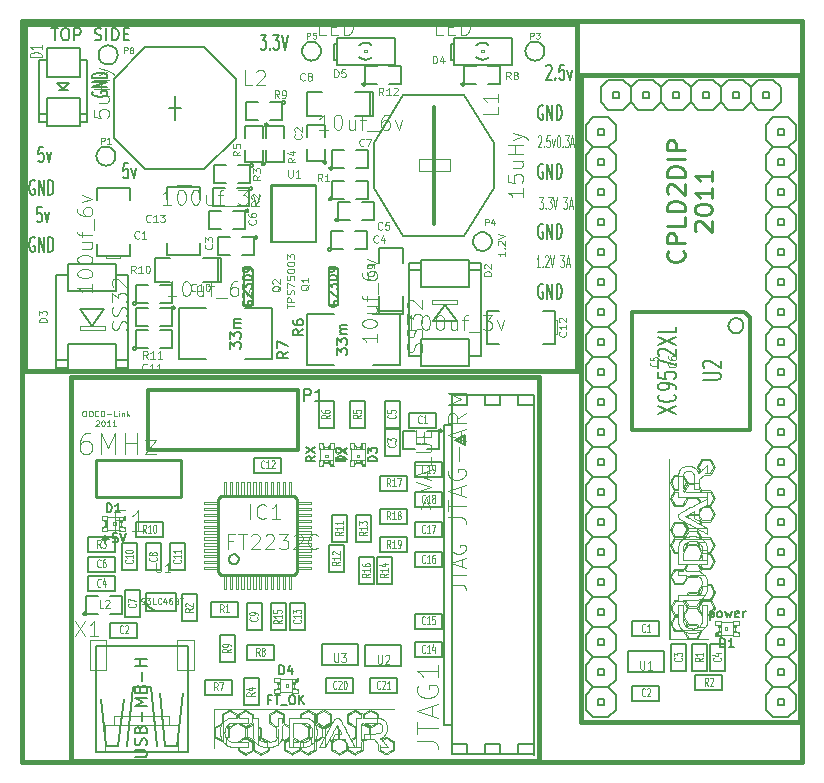
<source format=gto>
G04 (created by PCBNEW-RS274X (2010-03-14)-final) date jue 03 nov 2011 22:05:38 ART*
G01*
G70*
G90*
%MOIN*%
G04 Gerber Fmt 3.4, Leading zero omitted, Abs format*
%FSLAX34Y34*%
G04 APERTURE LIST*
%ADD10C,0.000100*%
%ADD11C,0.015000*%
%ADD12C,0.003300*%
%ADD13C,0.009900*%
%ADD14C,0.005000*%
%ADD15C,0.008000*%
%ADD16C,0.006600*%
%ADD17C,0.004200*%
%ADD18C,0.012000*%
%ADD19C,0.002600*%
%ADD20C,0.004000*%
%ADD21C,0.002000*%
%ADD22C,0.006000*%
%ADD23C,0.010000*%
%ADD24C,0.001500*%
%ADD25C,0.006700*%
%ADD26C,0.003000*%
%ADD27C,0.003500*%
%ADD28C,0.005800*%
G04 APERTURE END LIST*
G54D10*
G54D11*
X58500Y-53850D02*
X58500Y-41050D01*
X42900Y-53850D02*
X58500Y-53850D01*
X42900Y-41050D02*
X42900Y-53850D01*
X58500Y-41050D02*
X42900Y-41050D01*
X59900Y-31000D02*
X59950Y-31000D01*
X59900Y-52550D02*
X59900Y-31000D01*
X67200Y-52550D02*
X59900Y-52550D01*
X67200Y-31000D02*
X67200Y-52550D01*
X59900Y-31000D02*
X67200Y-31000D01*
X41350Y-29300D02*
X41300Y-29300D01*
X41350Y-40850D02*
X41350Y-29300D01*
X41400Y-40850D02*
X41350Y-40850D01*
X41450Y-40850D02*
X41400Y-40850D01*
X59750Y-40850D02*
X41450Y-40850D01*
X59750Y-29300D02*
X59750Y-40850D01*
X41350Y-29300D02*
X59750Y-29300D01*
X41250Y-29200D02*
X41400Y-29200D01*
X41250Y-53900D02*
X41250Y-29200D01*
X41400Y-53900D02*
X41250Y-53900D01*
X41550Y-53900D02*
X41400Y-53900D01*
X41700Y-53900D02*
X41550Y-53900D01*
X41850Y-53900D02*
X41700Y-53900D01*
X67250Y-53900D02*
X41850Y-53900D01*
X67250Y-29200D02*
X67250Y-53900D01*
X67150Y-29200D02*
X67250Y-29200D01*
X41300Y-29200D02*
X67150Y-29200D01*
G54D12*
X43314Y-42182D02*
X43352Y-42182D01*
X43371Y-42192D01*
X43389Y-42210D01*
X43399Y-42248D01*
X43399Y-42314D01*
X43389Y-42351D01*
X43371Y-42370D01*
X43352Y-42379D01*
X43314Y-42379D01*
X43296Y-42370D01*
X43277Y-42351D01*
X43268Y-42314D01*
X43268Y-42248D01*
X43277Y-42210D01*
X43296Y-42192D01*
X43314Y-42182D01*
X43520Y-42182D02*
X43558Y-42182D01*
X43577Y-42192D01*
X43595Y-42210D01*
X43605Y-42248D01*
X43605Y-42314D01*
X43595Y-42351D01*
X43577Y-42370D01*
X43558Y-42379D01*
X43520Y-42379D01*
X43502Y-42370D01*
X43483Y-42351D01*
X43474Y-42314D01*
X43474Y-42248D01*
X43483Y-42210D01*
X43502Y-42192D01*
X43520Y-42182D01*
X43801Y-42360D02*
X43792Y-42370D01*
X43764Y-42379D01*
X43745Y-42379D01*
X43717Y-42370D01*
X43698Y-42351D01*
X43689Y-42332D01*
X43680Y-42295D01*
X43680Y-42267D01*
X43689Y-42229D01*
X43698Y-42210D01*
X43717Y-42192D01*
X43745Y-42182D01*
X43764Y-42182D01*
X43792Y-42192D01*
X43801Y-42201D01*
X43886Y-42379D02*
X43886Y-42182D01*
X43933Y-42182D01*
X43961Y-42192D01*
X43980Y-42210D01*
X43989Y-42229D01*
X43998Y-42267D01*
X43998Y-42295D01*
X43989Y-42332D01*
X43980Y-42351D01*
X43961Y-42370D01*
X43933Y-42379D01*
X43886Y-42379D01*
X44083Y-42304D02*
X44233Y-42304D01*
X44421Y-42379D02*
X44327Y-42379D01*
X44327Y-42182D01*
X44486Y-42379D02*
X44486Y-42248D01*
X44486Y-42182D02*
X44477Y-42192D01*
X44486Y-42201D01*
X44495Y-42192D01*
X44486Y-42182D01*
X44486Y-42201D01*
X44580Y-42248D02*
X44580Y-42379D01*
X44580Y-42267D02*
X44589Y-42257D01*
X44608Y-42248D01*
X44636Y-42248D01*
X44655Y-42257D01*
X44664Y-42276D01*
X44664Y-42379D01*
X44758Y-42379D02*
X44758Y-42182D01*
X44777Y-42304D02*
X44833Y-42379D01*
X44833Y-42248D02*
X44758Y-42323D01*
X43712Y-42525D02*
X43721Y-42516D01*
X43740Y-42506D01*
X43787Y-42506D01*
X43805Y-42516D01*
X43815Y-42525D01*
X43824Y-42544D01*
X43824Y-42563D01*
X43815Y-42591D01*
X43702Y-42703D01*
X43824Y-42703D01*
X43946Y-42506D02*
X43965Y-42506D01*
X43984Y-42516D01*
X43993Y-42525D01*
X44003Y-42544D01*
X44012Y-42581D01*
X44012Y-42628D01*
X44003Y-42666D01*
X43993Y-42684D01*
X43984Y-42694D01*
X43965Y-42703D01*
X43946Y-42703D01*
X43928Y-42694D01*
X43918Y-42684D01*
X43909Y-42666D01*
X43900Y-42628D01*
X43900Y-42581D01*
X43909Y-42544D01*
X43918Y-42525D01*
X43928Y-42516D01*
X43946Y-42506D01*
X44200Y-42703D02*
X44088Y-42703D01*
X44144Y-42703D02*
X44144Y-42506D01*
X44125Y-42534D01*
X44106Y-42553D01*
X44088Y-42563D01*
X44388Y-42703D02*
X44276Y-42703D01*
X44332Y-42703D02*
X44332Y-42506D01*
X44313Y-42534D01*
X44294Y-42553D01*
X44276Y-42563D01*
G54D13*
X63282Y-36860D02*
X63311Y-36888D01*
X63339Y-36972D01*
X63339Y-37028D01*
X63311Y-37113D01*
X63254Y-37169D01*
X63198Y-37197D01*
X63085Y-37225D01*
X63001Y-37225D01*
X62888Y-37197D01*
X62832Y-37169D01*
X62776Y-37113D01*
X62748Y-37028D01*
X62748Y-36972D01*
X62776Y-36888D01*
X62804Y-36860D01*
X63339Y-36606D02*
X62748Y-36606D01*
X62748Y-36381D01*
X62776Y-36325D01*
X62804Y-36297D01*
X62860Y-36269D01*
X62945Y-36269D01*
X63001Y-36297D01*
X63029Y-36325D01*
X63057Y-36381D01*
X63057Y-36606D01*
X63339Y-35734D02*
X63339Y-36015D01*
X62748Y-36015D01*
X63339Y-35537D02*
X62748Y-35537D01*
X62748Y-35397D01*
X62776Y-35312D01*
X62832Y-35256D01*
X62888Y-35228D01*
X63001Y-35200D01*
X63085Y-35200D01*
X63198Y-35228D01*
X63254Y-35256D01*
X63311Y-35312D01*
X63339Y-35397D01*
X63339Y-35537D01*
X62804Y-34974D02*
X62776Y-34946D01*
X62748Y-34890D01*
X62748Y-34749D01*
X62776Y-34693D01*
X62804Y-34665D01*
X62860Y-34637D01*
X62917Y-34637D01*
X63001Y-34665D01*
X63339Y-35003D01*
X63339Y-34637D01*
X63339Y-34383D02*
X62748Y-34383D01*
X62748Y-34243D01*
X62776Y-34158D01*
X62832Y-34102D01*
X62888Y-34074D01*
X63001Y-34046D01*
X63085Y-34046D01*
X63198Y-34074D01*
X63254Y-34102D01*
X63311Y-34158D01*
X63339Y-34243D01*
X63339Y-34383D01*
X63339Y-33792D02*
X62748Y-33792D01*
X63339Y-33511D02*
X62748Y-33511D01*
X62748Y-33286D01*
X62776Y-33230D01*
X62804Y-33202D01*
X62860Y-33174D01*
X62945Y-33174D01*
X63001Y-33202D01*
X63029Y-33230D01*
X63057Y-33286D01*
X63057Y-33511D01*
X63730Y-36213D02*
X63702Y-36185D01*
X63674Y-36129D01*
X63674Y-35988D01*
X63702Y-35932D01*
X63730Y-35904D01*
X63786Y-35876D01*
X63843Y-35876D01*
X63927Y-35904D01*
X64265Y-36242D01*
X64265Y-35876D01*
X63674Y-35510D02*
X63674Y-35453D01*
X63702Y-35397D01*
X63730Y-35369D01*
X63786Y-35341D01*
X63899Y-35313D01*
X64040Y-35313D01*
X64152Y-35341D01*
X64208Y-35369D01*
X64237Y-35397D01*
X64265Y-35453D01*
X64265Y-35510D01*
X64237Y-35566D01*
X64208Y-35594D01*
X64152Y-35622D01*
X64040Y-35650D01*
X63899Y-35650D01*
X63786Y-35622D01*
X63730Y-35594D01*
X63702Y-35566D01*
X63674Y-35510D01*
X64265Y-34750D02*
X64265Y-35087D01*
X64265Y-34919D02*
X63674Y-34919D01*
X63758Y-34975D01*
X63814Y-35031D01*
X63843Y-35087D01*
X64265Y-34187D02*
X64265Y-34524D01*
X64265Y-34356D02*
X63674Y-34356D01*
X63758Y-34412D01*
X63814Y-34468D01*
X63843Y-34524D01*
G54D14*
X43626Y-31548D02*
X43602Y-31577D01*
X43602Y-31620D01*
X43626Y-31663D01*
X43674Y-31691D01*
X43721Y-31706D01*
X43817Y-31720D01*
X43888Y-31720D01*
X43983Y-31706D01*
X44031Y-31691D01*
X44079Y-31663D01*
X44102Y-31620D01*
X44102Y-31591D01*
X44079Y-31548D01*
X44055Y-31534D01*
X43888Y-31534D01*
X43888Y-31591D01*
X44102Y-31406D02*
X43602Y-31406D01*
X44102Y-31234D01*
X43602Y-31234D01*
X44102Y-31092D02*
X43602Y-31092D01*
X43602Y-31020D01*
X43626Y-30977D01*
X43674Y-30949D01*
X43721Y-30934D01*
X43817Y-30920D01*
X43888Y-30920D01*
X43983Y-30934D01*
X44031Y-30949D01*
X44079Y-30977D01*
X44102Y-31020D01*
X44102Y-31092D01*
X44787Y-33942D02*
X44644Y-33942D01*
X44630Y-34180D01*
X44644Y-34157D01*
X44673Y-34133D01*
X44744Y-34133D01*
X44773Y-34157D01*
X44787Y-34180D01*
X44802Y-34228D01*
X44802Y-34347D01*
X44787Y-34395D01*
X44773Y-34419D01*
X44744Y-34442D01*
X44673Y-34442D01*
X44644Y-34419D01*
X44630Y-34395D01*
X44902Y-34109D02*
X44973Y-34442D01*
X45045Y-34109D01*
G54D15*
X51050Y-34650D02*
X49730Y-34650D01*
X51050Y-34660D02*
X51050Y-34650D01*
X51050Y-36560D02*
X51050Y-34660D01*
X49540Y-36560D02*
X51050Y-36560D01*
X49540Y-36550D02*
X49540Y-36560D01*
X49540Y-34650D02*
X49540Y-36550D01*
X49730Y-34650D02*
X49540Y-34650D01*
G54D16*
X42228Y-29440D02*
X42453Y-29440D01*
X42340Y-29834D02*
X42340Y-29440D01*
X42659Y-29440D02*
X42734Y-29440D01*
X42771Y-29459D01*
X42809Y-29497D01*
X42828Y-29572D01*
X42828Y-29703D01*
X42809Y-29778D01*
X42771Y-29816D01*
X42734Y-29834D01*
X42659Y-29834D01*
X42621Y-29816D01*
X42584Y-29778D01*
X42565Y-29703D01*
X42565Y-29572D01*
X42584Y-29497D01*
X42621Y-29459D01*
X42659Y-29440D01*
X42997Y-29834D02*
X42997Y-29440D01*
X43147Y-29440D01*
X43184Y-29459D01*
X43203Y-29478D01*
X43222Y-29516D01*
X43222Y-29572D01*
X43203Y-29609D01*
X43184Y-29628D01*
X43147Y-29647D01*
X42997Y-29647D01*
X43672Y-29816D02*
X43728Y-29834D01*
X43822Y-29834D01*
X43860Y-29816D01*
X43878Y-29797D01*
X43897Y-29759D01*
X43897Y-29722D01*
X43878Y-29684D01*
X43860Y-29666D01*
X43822Y-29647D01*
X43747Y-29628D01*
X43710Y-29609D01*
X43691Y-29591D01*
X43672Y-29553D01*
X43672Y-29516D01*
X43691Y-29478D01*
X43710Y-29459D01*
X43747Y-29440D01*
X43841Y-29440D01*
X43897Y-29459D01*
X44066Y-29834D02*
X44066Y-29440D01*
X44254Y-29834D02*
X44254Y-29440D01*
X44348Y-29440D01*
X44404Y-29459D01*
X44441Y-29497D01*
X44460Y-29534D01*
X44479Y-29609D01*
X44479Y-29666D01*
X44460Y-29741D01*
X44441Y-29778D01*
X44404Y-29816D01*
X44348Y-29834D01*
X44254Y-29834D01*
X44648Y-29628D02*
X44779Y-29628D01*
X44835Y-29834D02*
X44648Y-29834D01*
X44648Y-29440D01*
X44835Y-29440D01*
G54D17*
X57361Y-36884D02*
X57361Y-37026D01*
X57361Y-36955D02*
X57111Y-36955D01*
X57147Y-36979D01*
X57171Y-37003D01*
X57183Y-37026D01*
X57337Y-36776D02*
X57349Y-36765D01*
X57361Y-36776D01*
X57349Y-36788D01*
X57337Y-36776D01*
X57361Y-36776D01*
X57135Y-36669D02*
X57123Y-36657D01*
X57111Y-36634D01*
X57111Y-36574D01*
X57123Y-36550D01*
X57135Y-36538D01*
X57159Y-36527D01*
X57183Y-36527D01*
X57218Y-36538D01*
X57361Y-36681D01*
X57361Y-36527D01*
X57111Y-36455D02*
X57361Y-36372D01*
X57111Y-36289D01*
G54D14*
X58735Y-30700D02*
X58749Y-30676D01*
X58778Y-30652D01*
X58849Y-30652D01*
X58878Y-30676D01*
X58892Y-30700D01*
X58907Y-30748D01*
X58907Y-30795D01*
X58892Y-30867D01*
X58721Y-31152D01*
X58907Y-31152D01*
X59035Y-31105D02*
X59050Y-31129D01*
X59035Y-31152D01*
X59021Y-31129D01*
X59035Y-31105D01*
X59035Y-31152D01*
X59321Y-30652D02*
X59178Y-30652D01*
X59164Y-30890D01*
X59178Y-30867D01*
X59207Y-30843D01*
X59278Y-30843D01*
X59307Y-30867D01*
X59321Y-30890D01*
X59336Y-30938D01*
X59336Y-31057D01*
X59321Y-31105D01*
X59307Y-31129D01*
X59278Y-31152D01*
X59207Y-31152D01*
X59178Y-31129D01*
X59164Y-31105D01*
X59436Y-30819D02*
X59507Y-31152D01*
X59579Y-30819D01*
X49207Y-29652D02*
X49393Y-29652D01*
X49293Y-29843D01*
X49335Y-29843D01*
X49364Y-29867D01*
X49378Y-29890D01*
X49393Y-29938D01*
X49393Y-30057D01*
X49378Y-30105D01*
X49364Y-30129D01*
X49335Y-30152D01*
X49250Y-30152D01*
X49221Y-30129D01*
X49207Y-30105D01*
X49521Y-30105D02*
X49536Y-30129D01*
X49521Y-30152D01*
X49507Y-30129D01*
X49521Y-30105D01*
X49521Y-30152D01*
X49636Y-29652D02*
X49822Y-29652D01*
X49722Y-29843D01*
X49764Y-29843D01*
X49793Y-29867D01*
X49807Y-29890D01*
X49822Y-29938D01*
X49822Y-30057D01*
X49807Y-30105D01*
X49793Y-30129D01*
X49764Y-30152D01*
X49679Y-30152D01*
X49650Y-30129D01*
X49636Y-30105D01*
X49908Y-29652D02*
X50008Y-30152D01*
X50108Y-29652D01*
X41907Y-35402D02*
X41764Y-35402D01*
X41750Y-35640D01*
X41764Y-35617D01*
X41793Y-35593D01*
X41864Y-35593D01*
X41893Y-35617D01*
X41907Y-35640D01*
X41922Y-35688D01*
X41922Y-35807D01*
X41907Y-35855D01*
X41893Y-35879D01*
X41864Y-35902D01*
X41793Y-35902D01*
X41764Y-35879D01*
X41750Y-35855D01*
X42022Y-35569D02*
X42093Y-35902D01*
X42165Y-35569D01*
X41672Y-34526D02*
X41643Y-34502D01*
X41600Y-34502D01*
X41557Y-34526D01*
X41529Y-34574D01*
X41514Y-34621D01*
X41500Y-34717D01*
X41500Y-34788D01*
X41514Y-34883D01*
X41529Y-34931D01*
X41557Y-34979D01*
X41600Y-35002D01*
X41629Y-35002D01*
X41672Y-34979D01*
X41686Y-34955D01*
X41686Y-34788D01*
X41629Y-34788D01*
X41814Y-35002D02*
X41814Y-34502D01*
X41986Y-35002D01*
X41986Y-34502D01*
X42128Y-35002D02*
X42128Y-34502D01*
X42200Y-34502D01*
X42243Y-34526D01*
X42271Y-34574D01*
X42286Y-34621D01*
X42300Y-34717D01*
X42300Y-34788D01*
X42286Y-34883D01*
X42271Y-34931D01*
X42243Y-34979D01*
X42200Y-35002D01*
X42128Y-35002D01*
X41672Y-36426D02*
X41643Y-36402D01*
X41600Y-36402D01*
X41557Y-36426D01*
X41529Y-36474D01*
X41514Y-36521D01*
X41500Y-36617D01*
X41500Y-36688D01*
X41514Y-36783D01*
X41529Y-36831D01*
X41557Y-36879D01*
X41600Y-36902D01*
X41629Y-36902D01*
X41672Y-36879D01*
X41686Y-36855D01*
X41686Y-36688D01*
X41629Y-36688D01*
X41814Y-36902D02*
X41814Y-36402D01*
X41986Y-36902D01*
X41986Y-36402D01*
X42128Y-36902D02*
X42128Y-36402D01*
X42200Y-36402D01*
X42243Y-36426D01*
X42271Y-36474D01*
X42286Y-36521D01*
X42300Y-36617D01*
X42300Y-36688D01*
X42286Y-36783D01*
X42271Y-36831D01*
X42243Y-36879D01*
X42200Y-36902D01*
X42128Y-36902D01*
X41957Y-33402D02*
X41814Y-33402D01*
X41800Y-33640D01*
X41814Y-33617D01*
X41843Y-33593D01*
X41914Y-33593D01*
X41943Y-33617D01*
X41957Y-33640D01*
X41972Y-33688D01*
X41972Y-33807D01*
X41957Y-33855D01*
X41943Y-33879D01*
X41914Y-33902D01*
X41843Y-33902D01*
X41814Y-33879D01*
X41800Y-33855D01*
X42072Y-33569D02*
X42143Y-33902D01*
X42215Y-33569D01*
X58622Y-32026D02*
X58593Y-32002D01*
X58550Y-32002D01*
X58507Y-32026D01*
X58479Y-32074D01*
X58464Y-32121D01*
X58450Y-32217D01*
X58450Y-32288D01*
X58464Y-32383D01*
X58479Y-32431D01*
X58507Y-32479D01*
X58550Y-32502D01*
X58579Y-32502D01*
X58622Y-32479D01*
X58636Y-32455D01*
X58636Y-32288D01*
X58579Y-32288D01*
X58764Y-32502D02*
X58764Y-32002D01*
X58936Y-32502D01*
X58936Y-32002D01*
X59078Y-32502D02*
X59078Y-32002D01*
X59150Y-32002D01*
X59193Y-32026D01*
X59221Y-32074D01*
X59236Y-32121D01*
X59250Y-32217D01*
X59250Y-32288D01*
X59236Y-32383D01*
X59221Y-32431D01*
X59193Y-32479D01*
X59150Y-32502D01*
X59078Y-32502D01*
G54D12*
X58523Y-37412D02*
X58409Y-37412D01*
X58466Y-37412D02*
X58466Y-37012D01*
X58447Y-37069D01*
X58428Y-37107D01*
X58409Y-37126D01*
X58609Y-37374D02*
X58618Y-37393D01*
X58609Y-37412D01*
X58599Y-37393D01*
X58609Y-37374D01*
X58609Y-37412D01*
X58694Y-37050D02*
X58704Y-37031D01*
X58723Y-37012D01*
X58770Y-37012D01*
X58789Y-37031D01*
X58799Y-37050D01*
X58808Y-37088D01*
X58808Y-37126D01*
X58799Y-37183D01*
X58685Y-37412D01*
X58808Y-37412D01*
X58865Y-37012D02*
X58932Y-37412D01*
X58998Y-37012D01*
X59198Y-37012D02*
X59321Y-37012D01*
X59255Y-37164D01*
X59283Y-37164D01*
X59302Y-37183D01*
X59312Y-37202D01*
X59321Y-37240D01*
X59321Y-37336D01*
X59312Y-37374D01*
X59302Y-37393D01*
X59283Y-37412D01*
X59226Y-37412D01*
X59207Y-37393D01*
X59198Y-37374D01*
X59397Y-37298D02*
X59492Y-37298D01*
X59378Y-37412D02*
X59445Y-37012D01*
X59511Y-37412D01*
X58452Y-33050D02*
X58462Y-33031D01*
X58481Y-33012D01*
X58528Y-33012D01*
X58547Y-33031D01*
X58557Y-33050D01*
X58566Y-33088D01*
X58566Y-33126D01*
X58557Y-33183D01*
X58443Y-33412D01*
X58566Y-33412D01*
X58652Y-33374D02*
X58661Y-33393D01*
X58652Y-33412D01*
X58642Y-33393D01*
X58652Y-33374D01*
X58652Y-33412D01*
X58842Y-33012D02*
X58747Y-33012D01*
X58737Y-33202D01*
X58747Y-33183D01*
X58766Y-33164D01*
X58813Y-33164D01*
X58832Y-33183D01*
X58842Y-33202D01*
X58851Y-33240D01*
X58851Y-33336D01*
X58842Y-33374D01*
X58832Y-33393D01*
X58813Y-33412D01*
X58766Y-33412D01*
X58747Y-33393D01*
X58737Y-33374D01*
X58918Y-33145D02*
X58965Y-33412D01*
X59013Y-33145D01*
X59127Y-33012D02*
X59146Y-33012D01*
X59165Y-33031D01*
X59174Y-33050D01*
X59184Y-33088D01*
X59193Y-33164D01*
X59193Y-33260D01*
X59184Y-33336D01*
X59174Y-33374D01*
X59165Y-33393D01*
X59146Y-33412D01*
X59127Y-33412D01*
X59108Y-33393D01*
X59098Y-33374D01*
X59089Y-33336D01*
X59079Y-33260D01*
X59079Y-33164D01*
X59089Y-33088D01*
X59098Y-33050D01*
X59108Y-33031D01*
X59127Y-33012D01*
X59279Y-33374D02*
X59288Y-33393D01*
X59279Y-33412D01*
X59269Y-33393D01*
X59279Y-33374D01*
X59279Y-33412D01*
X59355Y-33012D02*
X59478Y-33012D01*
X59412Y-33164D01*
X59440Y-33164D01*
X59459Y-33183D01*
X59469Y-33202D01*
X59478Y-33240D01*
X59478Y-33336D01*
X59469Y-33374D01*
X59459Y-33393D01*
X59440Y-33412D01*
X59383Y-33412D01*
X59364Y-33393D01*
X59355Y-33374D01*
X59554Y-33298D02*
X59649Y-33298D01*
X59535Y-33412D02*
X59602Y-33012D01*
X59668Y-33412D01*
G54D14*
X58622Y-37976D02*
X58593Y-37952D01*
X58550Y-37952D01*
X58507Y-37976D01*
X58479Y-38024D01*
X58464Y-38071D01*
X58450Y-38167D01*
X58450Y-38238D01*
X58464Y-38333D01*
X58479Y-38381D01*
X58507Y-38429D01*
X58550Y-38452D01*
X58579Y-38452D01*
X58622Y-38429D01*
X58636Y-38405D01*
X58636Y-38238D01*
X58579Y-38238D01*
X58764Y-38452D02*
X58764Y-37952D01*
X58936Y-38452D01*
X58936Y-37952D01*
X59078Y-38452D02*
X59078Y-37952D01*
X59150Y-37952D01*
X59193Y-37976D01*
X59221Y-38024D01*
X59236Y-38071D01*
X59250Y-38167D01*
X59250Y-38238D01*
X59236Y-38333D01*
X59221Y-38381D01*
X59193Y-38429D01*
X59150Y-38452D01*
X59078Y-38452D01*
X58622Y-33976D02*
X58593Y-33952D01*
X58550Y-33952D01*
X58507Y-33976D01*
X58479Y-34024D01*
X58464Y-34071D01*
X58450Y-34167D01*
X58450Y-34238D01*
X58464Y-34333D01*
X58479Y-34381D01*
X58507Y-34429D01*
X58550Y-34452D01*
X58579Y-34452D01*
X58622Y-34429D01*
X58636Y-34405D01*
X58636Y-34238D01*
X58579Y-34238D01*
X58764Y-34452D02*
X58764Y-33952D01*
X58936Y-34452D01*
X58936Y-33952D01*
X59078Y-34452D02*
X59078Y-33952D01*
X59150Y-33952D01*
X59193Y-33976D01*
X59221Y-34024D01*
X59236Y-34071D01*
X59250Y-34167D01*
X59250Y-34238D01*
X59236Y-34333D01*
X59221Y-34381D01*
X59193Y-34429D01*
X59150Y-34452D01*
X59078Y-34452D01*
G54D12*
X58500Y-35062D02*
X58623Y-35062D01*
X58557Y-35214D01*
X58585Y-35214D01*
X58604Y-35233D01*
X58614Y-35252D01*
X58623Y-35290D01*
X58623Y-35386D01*
X58614Y-35424D01*
X58604Y-35443D01*
X58585Y-35462D01*
X58528Y-35462D01*
X58509Y-35443D01*
X58500Y-35424D01*
X58709Y-35424D02*
X58718Y-35443D01*
X58709Y-35462D01*
X58699Y-35443D01*
X58709Y-35424D01*
X58709Y-35462D01*
X58785Y-35062D02*
X58908Y-35062D01*
X58842Y-35214D01*
X58870Y-35214D01*
X58889Y-35233D01*
X58899Y-35252D01*
X58908Y-35290D01*
X58908Y-35386D01*
X58899Y-35424D01*
X58889Y-35443D01*
X58870Y-35462D01*
X58813Y-35462D01*
X58794Y-35443D01*
X58785Y-35424D01*
X58965Y-35062D02*
X59032Y-35462D01*
X59098Y-35062D01*
X59298Y-35062D02*
X59421Y-35062D01*
X59355Y-35214D01*
X59383Y-35214D01*
X59402Y-35233D01*
X59412Y-35252D01*
X59421Y-35290D01*
X59421Y-35386D01*
X59412Y-35424D01*
X59402Y-35443D01*
X59383Y-35462D01*
X59326Y-35462D01*
X59307Y-35443D01*
X59298Y-35424D01*
X59497Y-35348D02*
X59592Y-35348D01*
X59478Y-35462D02*
X59545Y-35062D01*
X59611Y-35462D01*
G54D14*
X58622Y-35976D02*
X58593Y-35952D01*
X58550Y-35952D01*
X58507Y-35976D01*
X58479Y-36024D01*
X58464Y-36071D01*
X58450Y-36167D01*
X58450Y-36238D01*
X58464Y-36333D01*
X58479Y-36381D01*
X58507Y-36429D01*
X58550Y-36452D01*
X58579Y-36452D01*
X58622Y-36429D01*
X58636Y-36405D01*
X58636Y-36238D01*
X58579Y-36238D01*
X58764Y-36452D02*
X58764Y-35952D01*
X58936Y-36452D01*
X58936Y-35952D01*
X59078Y-36452D02*
X59078Y-35952D01*
X59150Y-35952D01*
X59193Y-35976D01*
X59221Y-36024D01*
X59236Y-36071D01*
X59250Y-36167D01*
X59250Y-36238D01*
X59236Y-36333D01*
X59221Y-36381D01*
X59193Y-36429D01*
X59150Y-36452D01*
X59078Y-36452D01*
G54D10*
X64357Y-48752D02*
X64327Y-48701D01*
X64310Y-48672D01*
X64291Y-48640D01*
X64271Y-48605D01*
X64252Y-48572D01*
X64208Y-48495D01*
X63908Y-48496D01*
X63893Y-48523D01*
X63885Y-48536D01*
X63872Y-48559D01*
X63856Y-48586D01*
X63838Y-48618D01*
X63760Y-48752D01*
X63834Y-48881D01*
X63845Y-48901D01*
X63868Y-48938D01*
X63884Y-48967D01*
X63896Y-48987D01*
X63905Y-49000D01*
X63911Y-49008D01*
X63914Y-49010D01*
X63921Y-49011D01*
X63921Y-49103D01*
X63921Y-49124D01*
X63920Y-49162D01*
X63920Y-49190D01*
X63917Y-49212D01*
X63914Y-49231D01*
X63909Y-49248D01*
X63902Y-49267D01*
X63901Y-49271D01*
X63885Y-49302D01*
X63864Y-49333D01*
X63841Y-49360D01*
X63818Y-49380D01*
X63811Y-49386D01*
X63752Y-49284D01*
X63451Y-49285D01*
X63423Y-49334D01*
X63416Y-49347D01*
X63404Y-49365D01*
X63397Y-49377D01*
X63394Y-49380D01*
X63394Y-49380D01*
X63396Y-49373D01*
X63403Y-49358D01*
X63413Y-49340D01*
X63424Y-49320D01*
X63434Y-49302D01*
X63440Y-49291D01*
X63446Y-49280D01*
X63404Y-49280D01*
X63395Y-49296D01*
X63385Y-49315D01*
X63374Y-49333D01*
X63362Y-49353D01*
X63355Y-49346D01*
X63351Y-49342D01*
X63338Y-49326D01*
X63325Y-49306D01*
X63313Y-49287D01*
X63305Y-49269D01*
X63295Y-49240D01*
X63289Y-49210D01*
X63286Y-49174D01*
X63286Y-49130D01*
X63286Y-49073D01*
X63337Y-49163D01*
X63380Y-49238D01*
X63397Y-49266D01*
X63404Y-49280D01*
X63446Y-49280D01*
X63447Y-49278D01*
X63374Y-49151D01*
X63359Y-49124D01*
X63339Y-49090D01*
X63324Y-49065D01*
X63313Y-49047D01*
X63305Y-49035D01*
X63300Y-49028D01*
X63296Y-49024D01*
X63293Y-49024D01*
X63287Y-49021D01*
X63285Y-49015D01*
X63293Y-49010D01*
X63295Y-49010D01*
X63298Y-49007D01*
X63303Y-49001D01*
X63310Y-48991D01*
X63319Y-48976D01*
X63333Y-48953D01*
X63351Y-48922D01*
X63374Y-48882D01*
X63389Y-48856D01*
X63407Y-48823D01*
X63424Y-48794D01*
X63436Y-48772D01*
X63444Y-48758D01*
X63447Y-48752D01*
X63446Y-48752D01*
X63405Y-48752D01*
X63286Y-48959D01*
X63285Y-48660D01*
X63114Y-48660D01*
X63114Y-48972D01*
X63020Y-48970D01*
X62959Y-48864D01*
X62954Y-48856D01*
X62936Y-48824D01*
X62921Y-48797D01*
X62909Y-48775D01*
X62901Y-48760D01*
X62898Y-48753D01*
X62899Y-48752D01*
X62900Y-48748D01*
X62903Y-48740D01*
X62910Y-48728D01*
X62920Y-48712D01*
X62933Y-48687D01*
X62951Y-48655D01*
X62975Y-48614D01*
X63022Y-48534D01*
X63278Y-48534D01*
X63336Y-48634D01*
X63355Y-48667D01*
X63371Y-48695D01*
X63385Y-48718D01*
X63395Y-48734D01*
X63399Y-48743D01*
X63405Y-48752D01*
X63446Y-48752D01*
X63445Y-48748D01*
X63437Y-48735D01*
X63427Y-48715D01*
X63412Y-48690D01*
X63395Y-48661D01*
X63378Y-48631D01*
X63360Y-48600D01*
X63343Y-48571D01*
X63329Y-48545D01*
X63317Y-48526D01*
X63309Y-48512D01*
X63308Y-48511D01*
X63303Y-48500D01*
X63306Y-48499D01*
X63308Y-48501D01*
X63315Y-48512D01*
X63327Y-48532D01*
X63343Y-48558D01*
X63361Y-48589D01*
X63380Y-48624D01*
X63452Y-48748D01*
X63752Y-48750D01*
X63768Y-48722D01*
X63775Y-48709D01*
X63788Y-48687D01*
X63805Y-48659D01*
X63823Y-48627D01*
X63901Y-48493D01*
X63900Y-48493D01*
X63855Y-48493D01*
X63855Y-48493D01*
X63850Y-48502D01*
X63841Y-48519D01*
X63828Y-48542D01*
X63812Y-48571D01*
X63793Y-48604D01*
X63731Y-48711D01*
X63473Y-48709D01*
X63410Y-48600D01*
X63392Y-48569D01*
X63377Y-48542D01*
X63365Y-48520D01*
X63357Y-48506D01*
X63354Y-48500D01*
X63355Y-48500D01*
X63365Y-48500D01*
X63386Y-48499D01*
X63415Y-48499D01*
X63451Y-48498D01*
X63492Y-48497D01*
X63538Y-48497D01*
X63573Y-48497D01*
X63623Y-48496D01*
X63663Y-48496D01*
X63695Y-48495D01*
X63721Y-48494D01*
X63743Y-48492D01*
X63761Y-48490D01*
X63778Y-48487D01*
X63795Y-48483D01*
X63814Y-48478D01*
X63825Y-48476D01*
X63839Y-48472D01*
X63844Y-48472D01*
X63845Y-48473D01*
X63850Y-48481D01*
X63852Y-48485D01*
X63855Y-48493D01*
X63900Y-48493D01*
X63890Y-48475D01*
X63884Y-48465D01*
X63881Y-48455D01*
X63885Y-48453D01*
X63886Y-48453D01*
X63890Y-48459D01*
X63899Y-48471D01*
X63910Y-48489D01*
X64208Y-48489D01*
X64282Y-48361D01*
X64288Y-48352D01*
X64310Y-48313D01*
X64327Y-48284D01*
X64339Y-48262D01*
X64347Y-48246D01*
X64352Y-48236D01*
X64353Y-48232D01*
X64313Y-48232D01*
X64186Y-48451D01*
X63931Y-48453D01*
X63921Y-48436D01*
X63941Y-48421D01*
X63961Y-48405D01*
X64003Y-48361D01*
X64024Y-48329D01*
X63762Y-48329D01*
X63762Y-48329D01*
X63754Y-48334D01*
X63736Y-48338D01*
X63708Y-48342D01*
X63707Y-48342D01*
X63693Y-48343D01*
X63670Y-48344D01*
X63638Y-48344D01*
X63600Y-48344D01*
X63559Y-48344D01*
X63432Y-48343D01*
X63475Y-48270D01*
X63730Y-48271D01*
X63746Y-48298D01*
X63752Y-48308D01*
X63759Y-48322D01*
X63762Y-48329D01*
X64024Y-48329D01*
X64037Y-48308D01*
X64062Y-48247D01*
X64063Y-48244D01*
X64074Y-48204D01*
X64082Y-48162D01*
X64088Y-48115D01*
X64091Y-48061D01*
X64092Y-48038D01*
X63920Y-48038D01*
X63920Y-48053D01*
X63917Y-48104D01*
X63910Y-48156D01*
X63899Y-48201D01*
X63885Y-48237D01*
X63879Y-48247D01*
X63869Y-48261D01*
X63857Y-48275D01*
X63847Y-48286D01*
X63841Y-48291D01*
X63838Y-48289D01*
X63832Y-48278D01*
X63823Y-48264D01*
X63814Y-48249D01*
X63807Y-48236D01*
X63804Y-48230D01*
X63805Y-48228D01*
X63811Y-48217D01*
X63821Y-48200D01*
X63835Y-48176D01*
X63850Y-48150D01*
X63866Y-48122D01*
X63882Y-48095D01*
X63896Y-48070D01*
X63908Y-48050D01*
X63916Y-48035D01*
X63920Y-48030D01*
X63920Y-48031D01*
X63920Y-48038D01*
X64092Y-48038D01*
X64093Y-48012D01*
X64187Y-48012D01*
X64241Y-48106D01*
X64256Y-48131D01*
X64273Y-48161D01*
X64287Y-48186D01*
X64298Y-48205D01*
X64304Y-48215D01*
X64313Y-48232D01*
X64353Y-48232D01*
X64354Y-48230D01*
X64354Y-48227D01*
X64352Y-48224D01*
X64345Y-48212D01*
X64334Y-48191D01*
X64318Y-48165D01*
X64300Y-48134D01*
X64280Y-48099D01*
X64210Y-47977D01*
X64093Y-47976D01*
X64091Y-47950D01*
X64089Y-47924D01*
X64082Y-47862D01*
X64072Y-47809D01*
X64058Y-47762D01*
X64041Y-47721D01*
X64019Y-47682D01*
X64015Y-47677D01*
X63639Y-47677D01*
X63638Y-47677D01*
X63626Y-47677D01*
X63605Y-47678D01*
X63576Y-47678D01*
X63573Y-47678D01*
X63544Y-47678D01*
X63524Y-47677D01*
X63514Y-47677D01*
X63513Y-47677D01*
X63524Y-47677D01*
X63557Y-47677D01*
X63595Y-47677D01*
X63628Y-47677D01*
X63629Y-47677D01*
X63639Y-47677D01*
X64015Y-47677D01*
X64001Y-47657D01*
X63962Y-47618D01*
X63916Y-47585D01*
X63865Y-47560D01*
X63843Y-47552D01*
X63849Y-47543D01*
X63860Y-47523D01*
X63875Y-47495D01*
X63887Y-47473D01*
X63896Y-47456D01*
X63855Y-47456D01*
X63830Y-47499D01*
X63826Y-47506D01*
X63815Y-47525D01*
X63809Y-47535D01*
X63804Y-47539D01*
X63800Y-47540D01*
X63788Y-47537D01*
X63775Y-47534D01*
X63760Y-47532D01*
X63742Y-47530D01*
X63721Y-47529D01*
X63693Y-47528D01*
X63658Y-47527D01*
X63614Y-47527D01*
X63560Y-47526D01*
X63383Y-47525D01*
X63346Y-47459D01*
X63388Y-47386D01*
X63393Y-47376D01*
X63408Y-47350D01*
X63420Y-47329D01*
X63428Y-47314D01*
X63433Y-47308D01*
X63435Y-47307D01*
X63442Y-47306D01*
X63457Y-47305D01*
X63478Y-47305D01*
X63509Y-47304D01*
X63549Y-47304D01*
X63600Y-47304D01*
X63764Y-47304D01*
X63770Y-47312D01*
X63775Y-47318D01*
X63784Y-47334D01*
X63796Y-47355D01*
X63810Y-47379D01*
X63822Y-47399D01*
X63835Y-47422D01*
X63844Y-47438D01*
X63850Y-47447D01*
X63855Y-47456D01*
X63896Y-47456D01*
X63897Y-47454D01*
X63855Y-47381D01*
X63823Y-47326D01*
X63814Y-47312D01*
X63811Y-47306D01*
X63813Y-47305D01*
X63814Y-47305D01*
X63820Y-47314D01*
X63830Y-47330D01*
X63844Y-47353D01*
X63859Y-47379D01*
X63902Y-47453D01*
X64202Y-47454D01*
X64275Y-47327D01*
X64290Y-47302D01*
X64309Y-47269D01*
X64325Y-47240D01*
X64337Y-47218D01*
X64346Y-47203D01*
X64348Y-47197D01*
X64347Y-47194D01*
X64304Y-47194D01*
X64303Y-47199D01*
X64300Y-47208D01*
X64292Y-47222D01*
X64281Y-47242D01*
X64265Y-47270D01*
X64243Y-47307D01*
X64180Y-47417D01*
X63925Y-47418D01*
X63893Y-47363D01*
X63883Y-47344D01*
X63872Y-47325D01*
X63864Y-47311D01*
X63861Y-47306D01*
X63861Y-47306D01*
X63868Y-47305D01*
X63884Y-47305D01*
X63910Y-47305D01*
X63941Y-47304D01*
X63977Y-47304D01*
X64092Y-47304D01*
X64092Y-47154D01*
X63921Y-47154D01*
X63871Y-47154D01*
X63863Y-47154D01*
X63842Y-47153D01*
X63828Y-47153D01*
X63823Y-47152D01*
X63829Y-47142D01*
X63850Y-47104D01*
X63880Y-47054D01*
X63905Y-47009D01*
X63914Y-46994D01*
X63917Y-46988D01*
X63919Y-46987D01*
X63920Y-46994D01*
X63920Y-47008D01*
X63921Y-47033D01*
X63921Y-47068D01*
X63921Y-47154D01*
X64092Y-47154D01*
X64092Y-46977D01*
X64181Y-46977D01*
X64241Y-47081D01*
X64262Y-47118D01*
X64278Y-47146D01*
X64291Y-47169D01*
X64300Y-47185D01*
X64304Y-47191D01*
X64304Y-47194D01*
X64347Y-47194D01*
X64347Y-47194D01*
X64340Y-47181D01*
X64328Y-47160D01*
X64313Y-47133D01*
X64295Y-47101D01*
X64275Y-47066D01*
X64202Y-46938D01*
X64145Y-46938D01*
X64120Y-46938D01*
X64105Y-46937D01*
X64096Y-46937D01*
X64093Y-46935D01*
X64092Y-46932D01*
X64092Y-46932D01*
X63921Y-46932D01*
X63920Y-46936D01*
X63911Y-46939D01*
X63910Y-46939D01*
X63906Y-46940D01*
X63902Y-46945D01*
X63896Y-46952D01*
X63888Y-46965D01*
X63877Y-46984D01*
X63861Y-47011D01*
X63841Y-47047D01*
X63779Y-47154D01*
X63285Y-47154D01*
X63285Y-47041D01*
X63285Y-46999D01*
X63285Y-46970D01*
X63286Y-46950D01*
X63286Y-46937D01*
X63287Y-46930D01*
X63289Y-46927D01*
X63290Y-46925D01*
X63290Y-46925D01*
X63296Y-46918D01*
X63307Y-46902D01*
X63322Y-46877D01*
X63342Y-46843D01*
X63366Y-46801D01*
X63397Y-46747D01*
X63413Y-46718D01*
X63427Y-46695D01*
X63435Y-46680D01*
X63439Y-46673D01*
X63439Y-46672D01*
X63439Y-46668D01*
X63398Y-46668D01*
X63397Y-46669D01*
X63392Y-46678D01*
X63383Y-46694D01*
X63371Y-46717D01*
X63356Y-46742D01*
X63341Y-46769D01*
X63325Y-46796D01*
X63311Y-46822D01*
X63299Y-46842D01*
X63291Y-46856D01*
X63287Y-46862D01*
X63286Y-46861D01*
X63286Y-46850D01*
X63286Y-46832D01*
X63286Y-46808D01*
X63286Y-46805D01*
X63287Y-46777D01*
X63288Y-46756D01*
X63290Y-46741D01*
X63294Y-46728D01*
X63299Y-46712D01*
X63315Y-46677D01*
X63335Y-46644D01*
X63356Y-46619D01*
X63365Y-46610D01*
X63381Y-46639D01*
X63387Y-46649D01*
X63394Y-46663D01*
X63398Y-46668D01*
X63439Y-46668D01*
X63437Y-46664D01*
X63431Y-46651D01*
X63419Y-46629D01*
X63409Y-46611D01*
X63400Y-46595D01*
X63396Y-46587D01*
X63395Y-46583D01*
X63398Y-46582D01*
X63399Y-46583D01*
X63405Y-46589D01*
X63414Y-46604D01*
X63426Y-46623D01*
X63449Y-46663D01*
X63751Y-46663D01*
X63776Y-46619D01*
X63782Y-46610D01*
X63793Y-46592D01*
X63800Y-46580D01*
X63803Y-46577D01*
X63803Y-46579D01*
X63800Y-46587D01*
X63791Y-46603D01*
X63781Y-46622D01*
X63777Y-46628D01*
X63766Y-46647D01*
X63759Y-46661D01*
X63755Y-46667D01*
X63757Y-46670D01*
X63764Y-46683D01*
X63775Y-46703D01*
X63790Y-46730D01*
X63808Y-46763D01*
X63828Y-46798D01*
X63841Y-46820D01*
X63861Y-46855D01*
X63876Y-46881D01*
X63887Y-46900D01*
X63895Y-46913D01*
X63901Y-46920D01*
X63905Y-46924D01*
X63908Y-46926D01*
X63911Y-46926D01*
X63918Y-46927D01*
X63921Y-46932D01*
X64092Y-46932D01*
X64092Y-46932D01*
X64093Y-46929D01*
X64096Y-46927D01*
X64105Y-46927D01*
X64121Y-46926D01*
X64147Y-46926D01*
X64202Y-46926D01*
X64350Y-46670D01*
X64348Y-46666D01*
X64304Y-46666D01*
X64304Y-46670D01*
X64301Y-46678D01*
X64294Y-46691D01*
X64285Y-46709D01*
X64270Y-46734D01*
X64250Y-46769D01*
X64231Y-46801D01*
X64214Y-46829D01*
X64201Y-46853D01*
X64191Y-46871D01*
X64186Y-46879D01*
X64179Y-46890D01*
X64093Y-46890D01*
X64091Y-46836D01*
X63920Y-46836D01*
X63920Y-46861D01*
X63920Y-46876D01*
X63919Y-46880D01*
X63916Y-46876D01*
X63908Y-46863D01*
X63897Y-46843D01*
X63883Y-46819D01*
X63867Y-46790D01*
X63850Y-46762D01*
X63835Y-46734D01*
X63820Y-46709D01*
X63809Y-46688D01*
X63801Y-46674D01*
X63798Y-46669D01*
X63800Y-46664D01*
X63807Y-46651D01*
X63817Y-46634D01*
X63836Y-46601D01*
X63851Y-46618D01*
X63865Y-46633D01*
X63892Y-46675D01*
X63911Y-46724D01*
X63912Y-46727D01*
X63915Y-46739D01*
X63917Y-46751D01*
X63919Y-46766D01*
X63920Y-46787D01*
X63920Y-46817D01*
X63920Y-46836D01*
X64091Y-46836D01*
X64091Y-46823D01*
X64090Y-46787D01*
X64085Y-46739D01*
X64078Y-46698D01*
X64067Y-46661D01*
X64052Y-46624D01*
X64039Y-46600D01*
X64009Y-46556D01*
X63768Y-46556D01*
X63766Y-46561D01*
X63759Y-46574D01*
X63749Y-46591D01*
X63730Y-46624D01*
X63678Y-46626D01*
X63656Y-46627D01*
X63622Y-46628D01*
X63584Y-46628D01*
X63549Y-46628D01*
X63472Y-46629D01*
X63432Y-46559D01*
X63445Y-46552D01*
X63477Y-46538D01*
X63529Y-46525D01*
X63588Y-46519D01*
X63641Y-46520D01*
X63699Y-46528D01*
X63749Y-46545D01*
X63751Y-46546D01*
X63763Y-46552D01*
X63768Y-46556D01*
X64009Y-46556D01*
X64006Y-46551D01*
X63967Y-46507D01*
X63926Y-46471D01*
X63925Y-46470D01*
X63919Y-46464D01*
X63920Y-46458D01*
X63276Y-46458D01*
X63276Y-46463D01*
X63271Y-46469D01*
X63258Y-46480D01*
X63238Y-46499D01*
X63197Y-46546D01*
X63163Y-46601D01*
X63139Y-46657D01*
X63131Y-46682D01*
X63121Y-46730D01*
X63116Y-46783D01*
X63114Y-46844D01*
X63114Y-46890D01*
X63016Y-46890D01*
X62953Y-46781D01*
X62948Y-46771D01*
X62930Y-46739D01*
X62914Y-46712D01*
X62902Y-46690D01*
X62894Y-46675D01*
X62891Y-46669D01*
X62891Y-46669D01*
X62896Y-46660D01*
X62905Y-46642D01*
X62920Y-46617D01*
X62938Y-46586D01*
X62959Y-46549D01*
X62982Y-46508D01*
X63007Y-46465D01*
X63016Y-46449D01*
X63272Y-46449D01*
X63275Y-46456D01*
X63276Y-46458D01*
X63920Y-46458D01*
X63920Y-46457D01*
X63924Y-46449D01*
X64180Y-46450D01*
X64240Y-46552D01*
X64276Y-46616D01*
X64289Y-46639D01*
X64299Y-46655D01*
X64303Y-46662D01*
X64303Y-46663D01*
X64304Y-46666D01*
X64348Y-46666D01*
X64336Y-46645D01*
X64328Y-46631D01*
X64316Y-46610D01*
X64300Y-46582D01*
X64282Y-46550D01*
X64262Y-46516D01*
X64201Y-46411D01*
X63904Y-46410D01*
X63894Y-46427D01*
X63893Y-46427D01*
X63887Y-46438D01*
X63882Y-46441D01*
X63882Y-46441D01*
X63883Y-46435D01*
X63889Y-46423D01*
X63897Y-46408D01*
X63855Y-46408D01*
X63855Y-46408D01*
X63851Y-46414D01*
X63848Y-46417D01*
X63844Y-46417D01*
X63835Y-46415D01*
X63818Y-46408D01*
X63752Y-46387D01*
X63677Y-46372D01*
X63599Y-46366D01*
X63523Y-46369D01*
X63449Y-46382D01*
X63380Y-46405D01*
X63377Y-46406D01*
X63361Y-46412D01*
X63352Y-46414D01*
X63348Y-46412D01*
X63347Y-46410D01*
X63350Y-46399D01*
X63356Y-46391D01*
X63365Y-46373D01*
X63379Y-46350D01*
X63395Y-46321D01*
X63472Y-46188D01*
X63728Y-46188D01*
X63736Y-46201D01*
X63740Y-46209D01*
X63751Y-46226D01*
X63764Y-46250D01*
X63781Y-46279D01*
X63799Y-46310D01*
X63817Y-46341D01*
X63832Y-46367D01*
X63844Y-46388D01*
X63852Y-46402D01*
X63855Y-46408D01*
X63897Y-46408D01*
X63898Y-46405D01*
X63824Y-46278D01*
X63809Y-46252D01*
X63790Y-46219D01*
X63773Y-46191D01*
X63761Y-46169D01*
X63753Y-46154D01*
X63750Y-46148D01*
X63752Y-46144D01*
X63757Y-46133D01*
X63764Y-46124D01*
X63768Y-46119D01*
X63769Y-46120D01*
X63778Y-46124D01*
X63796Y-46133D01*
X63821Y-46147D01*
X63853Y-46163D01*
X63889Y-46183D01*
X63928Y-46204D01*
X63943Y-46212D01*
X63981Y-46233D01*
X64016Y-46252D01*
X64045Y-46267D01*
X64067Y-46279D01*
X64082Y-46287D01*
X64088Y-46290D01*
X64088Y-46288D01*
X64088Y-46274D01*
X64088Y-46253D01*
X64089Y-46225D01*
X64089Y-46193D01*
X64089Y-46103D01*
X63731Y-46103D01*
X63730Y-46105D01*
X63725Y-46108D01*
X63716Y-46109D01*
X63700Y-46109D01*
X63676Y-46110D01*
X63644Y-46110D01*
X63601Y-46110D01*
X63472Y-46110D01*
X63457Y-46084D01*
X63395Y-45976D01*
X63385Y-45958D01*
X63370Y-45932D01*
X63359Y-45911D01*
X63351Y-45898D01*
X63349Y-45892D01*
X63354Y-45895D01*
X63368Y-45902D01*
X63391Y-45914D01*
X63421Y-45930D01*
X63456Y-45949D01*
X63496Y-45970D01*
X63540Y-45994D01*
X63583Y-46017D01*
X63623Y-46039D01*
X63658Y-46058D01*
X63688Y-46075D01*
X63711Y-46088D01*
X63725Y-46096D01*
X63731Y-46100D01*
X63731Y-46103D01*
X64089Y-46103D01*
X64089Y-46096D01*
X63957Y-46024D01*
X63925Y-46006D01*
X63897Y-45991D01*
X63875Y-45978D01*
X63860Y-45970D01*
X63855Y-45967D01*
X63855Y-45965D01*
X63859Y-45956D01*
X63863Y-45950D01*
X63871Y-45935D01*
X63881Y-45916D01*
X63897Y-45886D01*
X63896Y-45884D01*
X63853Y-45884D01*
X63852Y-45889D01*
X63848Y-45899D01*
X63838Y-45917D01*
X63831Y-45929D01*
X63824Y-45942D01*
X63821Y-45947D01*
X63818Y-45946D01*
X63806Y-45940D01*
X63787Y-45929D01*
X63761Y-45916D01*
X63729Y-45898D01*
X63694Y-45879D01*
X63656Y-45859D01*
X63617Y-45837D01*
X63578Y-45816D01*
X63542Y-45796D01*
X63508Y-45778D01*
X63480Y-45762D01*
X63457Y-45749D01*
X63443Y-45741D01*
X63437Y-45738D01*
X63438Y-45733D01*
X63444Y-45720D01*
X63453Y-45702D01*
X63472Y-45669D01*
X63648Y-45669D01*
X63650Y-45778D01*
X63815Y-45869D01*
X63818Y-45823D01*
X63832Y-45849D01*
X63837Y-45857D01*
X63846Y-45872D01*
X63851Y-45881D01*
X63853Y-45884D01*
X63896Y-45884D01*
X63858Y-45818D01*
X63841Y-45790D01*
X63830Y-45769D01*
X63822Y-45755D01*
X63818Y-45748D01*
X63817Y-45743D01*
X63817Y-45742D01*
X63817Y-45742D01*
X63823Y-45750D01*
X63832Y-45766D01*
X63845Y-45787D01*
X63860Y-45813D01*
X63902Y-45885D01*
X64202Y-45885D01*
X64253Y-45797D01*
X64273Y-45763D01*
X64292Y-45730D01*
X64309Y-45700D01*
X64323Y-45676D01*
X64350Y-45628D01*
X64305Y-45628D01*
X64304Y-45631D01*
X64297Y-45643D01*
X64285Y-45667D01*
X64267Y-45699D01*
X64242Y-45742D01*
X64211Y-45794D01*
X64181Y-45846D01*
X63923Y-45846D01*
X63888Y-45787D01*
X63877Y-45768D01*
X63861Y-45740D01*
X63846Y-45714D01*
X63835Y-45695D01*
X63817Y-45664D01*
X63431Y-45664D01*
X63430Y-45665D01*
X63426Y-45674D01*
X63419Y-45687D01*
X63410Y-45701D01*
X63403Y-45712D01*
X63400Y-45717D01*
X63398Y-45717D01*
X63391Y-45713D01*
X63380Y-45707D01*
X63370Y-45701D01*
X63367Y-45698D01*
X63370Y-45695D01*
X63382Y-45689D01*
X63398Y-45680D01*
X63412Y-45673D01*
X63425Y-45666D01*
X63431Y-45664D01*
X63817Y-45664D01*
X63816Y-45662D01*
X63816Y-45633D01*
X63648Y-45633D01*
X63562Y-45633D01*
X63533Y-45633D01*
X63510Y-45632D01*
X63494Y-45632D01*
X63489Y-45632D01*
X63490Y-45631D01*
X63498Y-45626D01*
X63514Y-45617D01*
X63535Y-45606D01*
X63559Y-45593D01*
X63583Y-45579D01*
X63607Y-45566D01*
X63627Y-45556D01*
X63641Y-45549D01*
X63646Y-45546D01*
X63646Y-45546D01*
X63647Y-45553D01*
X63648Y-45568D01*
X63648Y-45590D01*
X63648Y-45633D01*
X63816Y-45633D01*
X63816Y-45595D01*
X63866Y-45508D01*
X63878Y-45487D01*
X63893Y-45460D01*
X63906Y-45438D01*
X63913Y-45427D01*
X63868Y-45427D01*
X63866Y-45431D01*
X63860Y-45443D01*
X63850Y-45460D01*
X63840Y-45479D01*
X63830Y-45496D01*
X63822Y-45509D01*
X63818Y-45515D01*
X63817Y-45513D01*
X63817Y-45502D01*
X63817Y-45485D01*
X63818Y-45452D01*
X63842Y-45439D01*
X63851Y-45434D01*
X63863Y-45428D01*
X63868Y-45427D01*
X63913Y-45427D01*
X63916Y-45422D01*
X63920Y-45415D01*
X63924Y-45408D01*
X64181Y-45408D01*
X64243Y-45516D01*
X64248Y-45526D01*
X64267Y-45557D01*
X64282Y-45585D01*
X64294Y-45607D01*
X64302Y-45622D01*
X64305Y-45628D01*
X64350Y-45628D01*
X64350Y-45628D01*
X64204Y-45374D01*
X64084Y-45373D01*
X64049Y-45373D01*
X64018Y-45372D01*
X63994Y-45371D01*
X63978Y-45370D01*
X63972Y-45370D01*
X63974Y-45367D01*
X63983Y-45362D01*
X63984Y-45362D01*
X63989Y-45360D01*
X63998Y-45359D01*
X64011Y-45358D01*
X64031Y-45358D01*
X64060Y-45357D01*
X64098Y-45357D01*
X64202Y-45357D01*
X64350Y-45101D01*
X64348Y-45098D01*
X64304Y-45098D01*
X64303Y-45104D01*
X64299Y-45113D01*
X64292Y-45127D01*
X64280Y-45146D01*
X64265Y-45174D01*
X64244Y-45211D01*
X64181Y-45321D01*
X64061Y-45321D01*
X64088Y-45305D01*
X64090Y-45208D01*
X64091Y-45185D01*
X64091Y-45155D01*
X64091Y-45131D01*
X64091Y-45116D01*
X64091Y-45110D01*
X64091Y-45110D01*
X64083Y-45114D01*
X64066Y-45122D01*
X64043Y-45134D01*
X64014Y-45149D01*
X63981Y-45167D01*
X63972Y-45172D01*
X63940Y-45189D01*
X63912Y-45203D01*
X63890Y-45215D01*
X63875Y-45223D01*
X63870Y-45225D01*
X63868Y-45221D01*
X63860Y-45210D01*
X63850Y-45193D01*
X63838Y-45172D01*
X63826Y-45151D01*
X63814Y-45130D01*
X63805Y-45114D01*
X63800Y-45105D01*
X63799Y-45101D01*
X63803Y-45092D01*
X63812Y-45074D01*
X63827Y-45049D01*
X64092Y-45048D01*
X64092Y-44895D01*
X64005Y-44895D01*
X63992Y-44895D01*
X63962Y-44895D01*
X63939Y-44894D01*
X63924Y-44894D01*
X63918Y-44893D01*
X63918Y-44892D01*
X63922Y-44885D01*
X63922Y-44885D01*
X63925Y-44883D01*
X63931Y-44882D01*
X63940Y-44881D01*
X63956Y-44881D01*
X63979Y-44881D01*
X64010Y-44881D01*
X64053Y-44881D01*
X64180Y-44882D01*
X64240Y-44984D01*
X64276Y-45047D01*
X64299Y-45086D01*
X64303Y-45093D01*
X64304Y-45095D01*
X64304Y-45098D01*
X64348Y-45098D01*
X64345Y-45092D01*
X64343Y-45089D01*
X64336Y-45077D01*
X64325Y-45056D01*
X64309Y-45029D01*
X64291Y-44998D01*
X64271Y-44963D01*
X64202Y-44844D01*
X63902Y-44845D01*
X63887Y-44870D01*
X63882Y-44878D01*
X63874Y-44890D01*
X63870Y-44895D01*
X63868Y-44894D01*
X63868Y-44891D01*
X63873Y-44882D01*
X63882Y-44866D01*
X63887Y-44856D01*
X63895Y-44843D01*
X63896Y-44839D01*
X63855Y-44839D01*
X63853Y-44841D01*
X63848Y-44851D01*
X63839Y-44867D01*
X63823Y-44894D01*
X63376Y-44895D01*
X63361Y-44867D01*
X63356Y-44859D01*
X63349Y-44846D01*
X63347Y-44839D01*
X63349Y-44834D01*
X63349Y-44833D01*
X63354Y-44825D01*
X63364Y-44808D01*
X63377Y-44785D01*
X63394Y-44756D01*
X63412Y-44723D01*
X63472Y-44619D01*
X63648Y-44619D01*
X63648Y-44805D01*
X63816Y-44805D01*
X63818Y-44774D01*
X63836Y-44806D01*
X63845Y-44821D01*
X63852Y-44833D01*
X63855Y-44839D01*
X63896Y-44839D01*
X63897Y-44837D01*
X63897Y-44837D01*
X63893Y-44829D01*
X63884Y-44813D01*
X63871Y-44792D01*
X63857Y-44766D01*
X63816Y-44696D01*
X63816Y-44580D01*
X63649Y-44580D01*
X63451Y-44580D01*
X63302Y-44839D01*
X63307Y-44849D01*
X63314Y-44861D01*
X63322Y-44876D01*
X63328Y-44887D01*
X63331Y-44894D01*
X63328Y-44895D01*
X63327Y-44895D01*
X63320Y-44888D01*
X63308Y-44870D01*
X63303Y-44861D01*
X63295Y-44849D01*
X63289Y-44844D01*
X63285Y-44841D01*
X63289Y-44838D01*
X63289Y-44837D01*
X63295Y-44830D01*
X63305Y-44813D01*
X63319Y-44791D01*
X63335Y-44763D01*
X63353Y-44733D01*
X63371Y-44701D01*
X63389Y-44669D01*
X63407Y-44639D01*
X63421Y-44614D01*
X63433Y-44593D01*
X63440Y-44579D01*
X63440Y-44579D01*
X63440Y-44579D01*
X63398Y-44579D01*
X63286Y-44774D01*
X63286Y-44671D01*
X63286Y-44626D01*
X63286Y-44576D01*
X63286Y-44527D01*
X63286Y-44482D01*
X63286Y-44384D01*
X63350Y-44495D01*
X63366Y-44522D01*
X63379Y-44545D01*
X63389Y-44561D01*
X63393Y-44570D01*
X63398Y-44579D01*
X63440Y-44579D01*
X63437Y-44573D01*
X63428Y-44558D01*
X63416Y-44536D01*
X63401Y-44509D01*
X63384Y-44479D01*
X63366Y-44447D01*
X63348Y-44416D01*
X63331Y-44386D01*
X63315Y-44359D01*
X63315Y-44358D01*
X63117Y-44358D01*
X63116Y-44374D01*
X63116Y-44380D01*
X63116Y-44397D01*
X63116Y-44424D01*
X63115Y-44459D01*
X63115Y-44500D01*
X63115Y-44545D01*
X63115Y-44594D01*
X63114Y-44799D01*
X63016Y-44799D01*
X62968Y-44716D01*
X62959Y-44701D01*
X62942Y-44671D01*
X62926Y-44643D01*
X62913Y-44621D01*
X62905Y-44606D01*
X62890Y-44579D01*
X62906Y-44551D01*
X62909Y-44545D01*
X62920Y-44526D01*
X62935Y-44500D01*
X62951Y-44471D01*
X62969Y-44440D01*
X63016Y-44358D01*
X63117Y-44358D01*
X63315Y-44358D01*
X63303Y-44338D01*
X63294Y-44323D01*
X63292Y-44311D01*
X63297Y-44292D01*
X63307Y-44270D01*
X63320Y-44248D01*
X63336Y-44229D01*
X63343Y-44222D01*
X63376Y-44200D01*
X63416Y-44188D01*
X63465Y-44183D01*
X63500Y-44185D01*
X63533Y-44192D01*
X63562Y-44207D01*
X63590Y-44231D01*
X63598Y-44240D01*
X63622Y-44274D01*
X63640Y-44316D01*
X63640Y-44320D01*
X63643Y-44327D01*
X63644Y-44336D01*
X63645Y-44348D01*
X63646Y-44365D01*
X63646Y-44387D01*
X63647Y-44418D01*
X63647Y-44459D01*
X63649Y-44580D01*
X63816Y-44580D01*
X63816Y-44473D01*
X63991Y-44316D01*
X64202Y-44316D01*
X64223Y-44281D01*
X64243Y-44246D01*
X64271Y-44198D01*
X64295Y-44156D01*
X64315Y-44121D01*
X64330Y-44093D01*
X64340Y-44075D01*
X64344Y-44066D01*
X64345Y-44064D01*
X64345Y-44060D01*
X64345Y-44058D01*
X64304Y-44058D01*
X64303Y-44063D01*
X64295Y-44078D01*
X64282Y-44103D01*
X64262Y-44138D01*
X64236Y-44183D01*
X64204Y-44238D01*
X64180Y-44279D01*
X64106Y-44279D01*
X64079Y-44279D01*
X64056Y-44279D01*
X64041Y-44279D01*
X64035Y-44278D01*
X64039Y-44274D01*
X64049Y-44264D01*
X64064Y-44251D01*
X64092Y-44225D01*
X64092Y-44000D01*
X64078Y-44014D01*
X64075Y-44016D01*
X64058Y-44032D01*
X64036Y-44051D01*
X64012Y-44074D01*
X63985Y-44098D01*
X63958Y-44122D01*
X63933Y-44144D01*
X63911Y-44165D01*
X63893Y-44180D01*
X63881Y-44191D01*
X63877Y-44195D01*
X63875Y-44192D01*
X63868Y-44182D01*
X63858Y-44165D01*
X63845Y-44144D01*
X63832Y-44121D01*
X63820Y-44099D01*
X63808Y-44080D01*
X63801Y-44066D01*
X63798Y-44061D01*
X63799Y-44060D01*
X63803Y-44051D01*
X63812Y-44035D01*
X63826Y-44011D01*
X63842Y-43982D01*
X63860Y-43950D01*
X63923Y-43841D01*
X64181Y-43840D01*
X64246Y-43954D01*
X64264Y-43985D01*
X64280Y-44014D01*
X64292Y-44036D01*
X64301Y-44051D01*
X64304Y-44058D01*
X64345Y-44058D01*
X64344Y-44056D01*
X64342Y-44048D01*
X64336Y-44037D01*
X64327Y-44021D01*
X64315Y-43998D01*
X64297Y-43967D01*
X64274Y-43928D01*
X64202Y-43801D01*
X63904Y-43800D01*
X63889Y-43825D01*
X63881Y-43840D01*
X63868Y-43861D01*
X63852Y-43889D01*
X63834Y-43921D01*
X63754Y-44060D01*
X63800Y-44140D01*
X63808Y-44155D01*
X63823Y-44180D01*
X63835Y-44201D01*
X63843Y-44216D01*
X63846Y-44222D01*
X63845Y-44222D01*
X63840Y-44228D01*
X63829Y-44239D01*
X63817Y-44251D01*
X63805Y-44260D01*
X63799Y-44264D01*
X63795Y-44261D01*
X63790Y-44249D01*
X63783Y-44229D01*
X63756Y-44177D01*
X63721Y-44130D01*
X63678Y-44090D01*
X63630Y-44060D01*
X63613Y-44051D01*
X63554Y-44033D01*
X63491Y-44024D01*
X63427Y-44024D01*
X63361Y-44036D01*
X63350Y-44039D01*
X63319Y-44050D01*
X63287Y-44065D01*
X63262Y-44079D01*
X63233Y-44102D01*
X63196Y-44144D01*
X63165Y-44192D01*
X63141Y-44246D01*
X63125Y-44302D01*
X63122Y-44322D01*
X62993Y-44324D01*
X62956Y-44388D01*
X62944Y-44408D01*
X62923Y-44445D01*
X62902Y-44483D01*
X62882Y-44516D01*
X62846Y-44580D01*
X62879Y-44636D01*
X62894Y-44663D01*
X62913Y-44697D01*
X62934Y-44732D01*
X62953Y-44765D01*
X62995Y-44838D01*
X63055Y-44838D01*
X63065Y-44838D01*
X63091Y-44839D01*
X63108Y-44840D01*
X63114Y-44841D01*
X63113Y-44842D01*
X63104Y-44843D01*
X63084Y-44844D01*
X63054Y-44844D01*
X62994Y-44844D01*
X62974Y-44879D01*
X62950Y-44920D01*
X62919Y-44973D01*
X62893Y-45018D01*
X62873Y-45054D01*
X62859Y-45081D01*
X62851Y-45098D01*
X62849Y-45105D01*
X62851Y-45108D01*
X62857Y-45121D01*
X62869Y-45140D01*
X62884Y-45167D01*
X62902Y-45199D01*
X62922Y-45234D01*
X62993Y-45357D01*
X63295Y-45356D01*
X63377Y-45214D01*
X63395Y-45181D01*
X63412Y-45152D01*
X63425Y-45128D01*
X63434Y-45113D01*
X63438Y-45106D01*
X63439Y-45105D01*
X63439Y-45100D01*
X63439Y-45099D01*
X63397Y-45099D01*
X63397Y-45100D01*
X63393Y-45109D01*
X63383Y-45125D01*
X63370Y-45149D01*
X63354Y-45178D01*
X63335Y-45211D01*
X63272Y-45321D01*
X63016Y-45321D01*
X62953Y-45212D01*
X62948Y-45202D01*
X62930Y-45171D01*
X62914Y-45143D01*
X62902Y-45121D01*
X62894Y-45106D01*
X62891Y-45101D01*
X62891Y-45100D01*
X62896Y-45091D01*
X62905Y-45074D01*
X62920Y-45049D01*
X62938Y-45017D01*
X62959Y-44980D01*
X62982Y-44939D01*
X63007Y-44896D01*
X63016Y-44880D01*
X63114Y-44880D01*
X63114Y-45048D01*
X63368Y-45048D01*
X63383Y-45073D01*
X63387Y-45081D01*
X63394Y-45094D01*
X63397Y-45099D01*
X63439Y-45099D01*
X63436Y-45091D01*
X63428Y-45076D01*
X63420Y-45062D01*
X63415Y-45053D01*
X63415Y-45049D01*
X63418Y-45048D01*
X63420Y-45049D01*
X63427Y-45058D01*
X63436Y-45072D01*
X63450Y-45096D01*
X63750Y-45096D01*
X63764Y-45072D01*
X63768Y-45065D01*
X63776Y-45053D01*
X63778Y-45051D01*
X63732Y-45051D01*
X63728Y-45056D01*
X63728Y-45056D01*
X63718Y-45057D01*
X63698Y-45058D01*
X63670Y-45059D01*
X63637Y-45059D01*
X63599Y-45059D01*
X63559Y-45060D01*
X63526Y-45060D01*
X63502Y-45060D01*
X63486Y-45059D01*
X63476Y-45058D01*
X63470Y-45056D01*
X63469Y-45054D01*
X63468Y-45050D01*
X63469Y-45050D01*
X63480Y-45050D01*
X63500Y-45049D01*
X63527Y-45049D01*
X63562Y-45048D01*
X63600Y-45048D01*
X63604Y-45048D01*
X63647Y-45048D01*
X63683Y-45049D01*
X63709Y-45049D01*
X63726Y-45050D01*
X63732Y-45051D01*
X63778Y-45051D01*
X63781Y-45048D01*
X63781Y-45052D01*
X63775Y-45062D01*
X63769Y-45074D01*
X63760Y-45089D01*
X63754Y-45101D01*
X63794Y-45170D01*
X63797Y-45176D01*
X63812Y-45200D01*
X63823Y-45221D01*
X63831Y-45236D01*
X63834Y-45242D01*
X63829Y-45245D01*
X63815Y-45253D01*
X63791Y-45265D01*
X63760Y-45283D01*
X63722Y-45303D01*
X63678Y-45326D01*
X63629Y-45353D01*
X63575Y-45381D01*
X63518Y-45411D01*
X63466Y-45439D01*
X63412Y-45467D01*
X63360Y-45495D01*
X63314Y-45520D01*
X63273Y-45541D01*
X63239Y-45560D01*
X63212Y-45574D01*
X63194Y-45584D01*
X63186Y-45589D01*
X63175Y-45597D01*
X63154Y-45616D01*
X63134Y-45638D01*
X63121Y-45658D01*
X63115Y-45678D01*
X63114Y-45707D01*
X63125Y-45736D01*
X63148Y-45767D01*
X63155Y-45775D01*
X63167Y-45785D01*
X63180Y-45796D01*
X63197Y-45808D01*
X63221Y-45821D01*
X63253Y-45838D01*
X63274Y-45850D01*
X63293Y-45861D01*
X63307Y-45869D01*
X63312Y-45872D01*
X63311Y-45874D01*
X63307Y-45882D01*
X63305Y-45886D01*
X63305Y-45891D01*
X63308Y-45898D01*
X63314Y-45910D01*
X63324Y-45928D01*
X63340Y-45955D01*
X63350Y-45974D01*
X63371Y-46010D01*
X63394Y-46049D01*
X63413Y-46084D01*
X63428Y-46108D01*
X63439Y-46129D01*
X63447Y-46143D01*
X63450Y-46149D01*
X63449Y-46151D01*
X63444Y-46162D01*
X63435Y-46177D01*
X63427Y-46190D01*
X63415Y-46212D01*
X63399Y-46240D01*
X63381Y-46271D01*
X63361Y-46305D01*
X63302Y-46408D01*
X63310Y-46423D01*
X63311Y-46425D01*
X63316Y-46435D01*
X63314Y-46438D01*
X63310Y-46437D01*
X63302Y-46426D01*
X63294Y-46413D01*
X62994Y-46413D01*
X62978Y-46439D01*
X62971Y-46453D01*
X62959Y-46474D01*
X62942Y-46502D01*
X62924Y-46534D01*
X62905Y-46567D01*
X62893Y-46588D01*
X62875Y-46620D01*
X62862Y-46643D01*
X62854Y-46660D01*
X62849Y-46670D01*
X62849Y-46674D01*
X62851Y-46677D01*
X62857Y-46689D01*
X62869Y-46709D01*
X62884Y-46736D01*
X62902Y-46768D01*
X62922Y-46803D01*
X62993Y-46926D01*
X63114Y-46926D01*
X63114Y-47304D01*
X63390Y-47306D01*
X63305Y-47456D01*
X62999Y-47456D01*
X62852Y-47713D01*
X62868Y-47740D01*
X62876Y-47753D01*
X62888Y-47776D01*
X62905Y-47803D01*
X62923Y-47835D01*
X62942Y-47869D01*
X63001Y-47970D01*
X63299Y-47970D01*
X63352Y-47879D01*
X63364Y-47858D01*
X63383Y-47825D01*
X63400Y-47795D01*
X63415Y-47770D01*
X63425Y-47752D01*
X63446Y-47715D01*
X63750Y-47715D01*
X63751Y-47713D01*
X63402Y-47713D01*
X63401Y-47714D01*
X63395Y-47727D01*
X63383Y-47749D01*
X63365Y-47780D01*
X63342Y-47822D01*
X63313Y-47872D01*
X63278Y-47931D01*
X63022Y-47931D01*
X62998Y-47890D01*
X62986Y-47870D01*
X62970Y-47842D01*
X62952Y-47811D01*
X62935Y-47780D01*
X62896Y-47713D01*
X62962Y-47597D01*
X62980Y-47565D01*
X62996Y-47537D01*
X63009Y-47515D01*
X63018Y-47500D01*
X63022Y-47494D01*
X63025Y-47492D01*
X63034Y-47492D01*
X63050Y-47491D01*
X63074Y-47491D01*
X63107Y-47491D01*
X63151Y-47491D01*
X63277Y-47492D01*
X63297Y-47525D01*
X63114Y-47526D01*
X63114Y-47676D01*
X63383Y-47676D01*
X63392Y-47692D01*
X63399Y-47705D01*
X63402Y-47713D01*
X63751Y-47713D01*
X63757Y-47702D01*
X63762Y-47695D01*
X63767Y-47693D01*
X63778Y-47696D01*
X63795Y-47703D01*
X63820Y-47717D01*
X63855Y-47745D01*
X63882Y-47781D01*
X63888Y-47792D01*
X63901Y-47826D01*
X63911Y-47866D01*
X63919Y-47909D01*
X63921Y-47950D01*
X63921Y-47959D01*
X63920Y-47971D01*
X63919Y-47975D01*
X63914Y-47976D01*
X63913Y-47976D01*
X63908Y-47979D01*
X63901Y-47988D01*
X63890Y-48005D01*
X63883Y-48017D01*
X63871Y-48040D01*
X63854Y-48067D01*
X63836Y-48099D01*
X63817Y-48133D01*
X63760Y-48230D01*
X63784Y-48271D01*
X63796Y-48292D01*
X63803Y-48305D01*
X63806Y-48312D01*
X63806Y-48314D01*
X63803Y-48315D01*
X63803Y-48315D01*
X63797Y-48309D01*
X63788Y-48295D01*
X63775Y-48274D01*
X63752Y-48234D01*
X63451Y-48235D01*
X63388Y-48345D01*
X63114Y-48345D01*
X63114Y-48495D01*
X63001Y-48495D01*
X62947Y-48589D01*
X62914Y-48646D01*
X62897Y-48676D01*
X62882Y-48701D01*
X62873Y-48718D01*
X62852Y-48753D01*
X62999Y-49009D01*
X63059Y-49010D01*
X63085Y-49010D01*
X63101Y-49011D01*
X63110Y-49012D01*
X63113Y-49014D01*
X63114Y-49017D01*
X63114Y-49017D01*
X63113Y-49020D01*
X63109Y-49021D01*
X63100Y-49022D01*
X63083Y-49023D01*
X63056Y-49024D01*
X62999Y-49024D01*
X62939Y-49128D01*
X62919Y-49163D01*
X62901Y-49195D01*
X62885Y-49222D01*
X62873Y-49243D01*
X62866Y-49256D01*
X62852Y-49280D01*
X62906Y-49373D01*
X62918Y-49396D01*
X62938Y-49428D01*
X62955Y-49458D01*
X62969Y-49483D01*
X62980Y-49501D01*
X63000Y-49536D01*
X63172Y-49536D01*
X63213Y-49535D01*
X63244Y-49535D01*
X63267Y-49535D01*
X63283Y-49535D01*
X63293Y-49534D01*
X63299Y-49533D01*
X63302Y-49532D01*
X63304Y-49530D01*
X63307Y-49527D01*
X63310Y-49526D01*
X63308Y-49535D01*
X63308Y-49536D01*
X63308Y-49540D01*
X63311Y-49547D01*
X63316Y-49558D01*
X63324Y-49574D01*
X63337Y-49597D01*
X63354Y-49627D01*
X63377Y-49667D01*
X63391Y-49691D01*
X63409Y-49724D01*
X63425Y-49752D01*
X63438Y-49774D01*
X63446Y-49789D01*
X63449Y-49794D01*
X63449Y-49795D01*
X63440Y-49795D01*
X63421Y-49795D01*
X63391Y-49796D01*
X63354Y-49796D01*
X63310Y-49796D01*
X63259Y-49796D01*
X63203Y-49796D01*
X63144Y-49797D01*
X62838Y-49797D01*
X62836Y-43799D01*
X62835Y-49799D01*
X63656Y-49799D01*
X63751Y-49799D01*
X63836Y-49798D01*
X63911Y-49798D01*
X63976Y-49798D01*
X64030Y-49798D01*
X64073Y-49798D01*
X64105Y-49798D01*
X64126Y-49798D01*
X64136Y-49798D01*
X64135Y-49797D01*
X64123Y-49797D01*
X64098Y-49797D01*
X64061Y-49797D01*
X63754Y-49795D01*
X63899Y-49544D01*
X63855Y-49544D01*
X63855Y-49544D01*
X63850Y-49553D01*
X63841Y-49569D01*
X63828Y-49592D01*
X63811Y-49621D01*
X63793Y-49654D01*
X63731Y-49761D01*
X63473Y-49759D01*
X63410Y-49650D01*
X63392Y-49619D01*
X63377Y-49592D01*
X63365Y-49571D01*
X63358Y-49556D01*
X63355Y-49552D01*
X63357Y-49552D01*
X63365Y-49555D01*
X63368Y-49556D01*
X63388Y-49564D01*
X63413Y-49573D01*
X63440Y-49580D01*
X63464Y-49586D01*
X63478Y-49589D01*
X63520Y-49595D01*
X63563Y-49598D01*
X63612Y-49598D01*
X63643Y-49597D01*
X63706Y-49589D01*
X63764Y-49576D01*
X63819Y-49556D01*
X63844Y-49546D01*
X63851Y-49543D01*
X63855Y-49544D01*
X63899Y-49544D01*
X63901Y-49543D01*
X63888Y-49522D01*
X63914Y-49502D01*
X63918Y-49500D01*
X63272Y-49500D01*
X63022Y-49500D01*
X63010Y-49479D01*
X62992Y-49447D01*
X62972Y-49414D01*
X62954Y-49381D01*
X62936Y-49351D01*
X62921Y-49324D01*
X62909Y-49302D01*
X62900Y-49288D01*
X62897Y-49282D01*
X62897Y-49280D01*
X62902Y-49271D01*
X62911Y-49255D01*
X62924Y-49231D01*
X62941Y-49201D01*
X62959Y-49169D01*
X63022Y-49059D01*
X63114Y-49059D01*
X63114Y-49114D01*
X63114Y-49123D01*
X63116Y-49183D01*
X63121Y-49233D01*
X63130Y-49278D01*
X63143Y-49319D01*
X63161Y-49360D01*
X63168Y-49373D01*
X63182Y-49398D01*
X63196Y-49419D01*
X63206Y-49432D01*
X63225Y-49453D01*
X63244Y-49472D01*
X63272Y-49500D01*
X63918Y-49500D01*
X63919Y-49499D01*
X63969Y-49456D01*
X64011Y-49406D01*
X63777Y-49406D01*
X63773Y-49410D01*
X63760Y-49416D01*
X63742Y-49424D01*
X63721Y-49431D01*
X63702Y-49436D01*
X63674Y-49442D01*
X63616Y-49447D01*
X63557Y-49444D01*
X63502Y-49434D01*
X63452Y-49416D01*
X63426Y-49404D01*
X63475Y-49319D01*
X63504Y-49321D01*
X63511Y-49321D01*
X63533Y-49322D01*
X63562Y-49322D01*
X63596Y-49322D01*
X63632Y-49323D01*
X63731Y-49323D01*
X63754Y-49363D01*
X63757Y-49367D01*
X63767Y-49385D01*
X63774Y-49400D01*
X63777Y-49406D01*
X64011Y-49406D01*
X64012Y-49404D01*
X64047Y-49348D01*
X64071Y-49290D01*
X64076Y-49275D01*
X64081Y-49255D01*
X64085Y-49235D01*
X64087Y-49213D01*
X64089Y-49187D01*
X64090Y-49154D01*
X64091Y-49111D01*
X64093Y-49011D01*
X64208Y-49011D01*
X64356Y-48754D01*
X64313Y-48754D01*
X64299Y-48779D01*
X64187Y-48972D01*
X64092Y-48972D01*
X64092Y-48660D01*
X63921Y-48660D01*
X63920Y-48954D01*
X63862Y-48853D01*
X63846Y-48827D01*
X63829Y-48797D01*
X63817Y-48775D01*
X63810Y-48760D01*
X63806Y-48751D01*
X63806Y-48747D01*
X63810Y-48740D01*
X63819Y-48725D01*
X63832Y-48703D01*
X63848Y-48676D01*
X63866Y-48645D01*
X63883Y-48614D01*
X63900Y-48586D01*
X63913Y-48563D01*
X63923Y-48547D01*
X63928Y-48539D01*
X63934Y-48531D01*
X64186Y-48532D01*
X64250Y-48643D01*
X64257Y-48655D01*
X64275Y-48686D01*
X64291Y-48713D01*
X64303Y-48735D01*
X64311Y-48749D01*
X64313Y-48754D01*
X64356Y-48754D01*
X64357Y-48752D01*
X63441Y-46146D02*
X63439Y-46143D01*
X63433Y-46131D01*
X63421Y-46111D01*
X63406Y-46085D01*
X63388Y-46054D01*
X63368Y-46018D01*
X63295Y-45893D01*
X62993Y-45893D01*
X62950Y-45967D01*
X62930Y-46002D01*
X62910Y-46037D01*
X62891Y-46070D01*
X62876Y-46096D01*
X62846Y-46149D01*
X62879Y-46205D01*
X62894Y-46232D01*
X62913Y-46265D01*
X62934Y-46301D01*
X62953Y-46334D01*
X62995Y-46407D01*
X63292Y-46407D01*
X63298Y-46397D01*
X63300Y-46394D01*
X63307Y-46382D01*
X63319Y-46361D01*
X63334Y-46334D01*
X63373Y-46267D01*
X63384Y-46247D01*
X63402Y-46216D01*
X63418Y-46187D01*
X63430Y-46166D01*
X63438Y-46151D01*
X63440Y-46147D01*
X63398Y-46147D01*
X63272Y-46368D01*
X63016Y-46368D01*
X62995Y-46333D01*
X62978Y-46304D01*
X62953Y-46259D01*
X62933Y-46224D01*
X62917Y-46197D01*
X62906Y-46176D01*
X62899Y-46161D01*
X62894Y-46151D01*
X62893Y-46145D01*
X62893Y-46142D01*
X62893Y-46141D01*
X62898Y-46133D01*
X62908Y-46116D01*
X62921Y-46092D01*
X62938Y-46063D01*
X62957Y-46031D01*
X63016Y-45927D01*
X63271Y-45927D01*
X63325Y-46021D01*
X63341Y-46046D01*
X63358Y-46076D01*
X63372Y-46101D01*
X63383Y-46120D01*
X63389Y-46131D01*
X63398Y-46147D01*
X63440Y-46147D01*
X63441Y-46146D01*
G54D18*
X65520Y-42820D02*
X61580Y-42820D01*
X61580Y-42820D02*
X61580Y-38880D01*
X65330Y-38880D02*
X61580Y-38880D01*
X65520Y-39070D02*
X65520Y-42820D01*
X65330Y-38880D02*
X65520Y-39070D01*
G54D15*
X65300Y-39350D02*
X65295Y-39398D01*
X65281Y-39445D01*
X65258Y-39488D01*
X65227Y-39526D01*
X65189Y-39557D01*
X65146Y-39580D01*
X65100Y-39594D01*
X65051Y-39599D01*
X65004Y-39595D01*
X64957Y-39581D01*
X64914Y-39559D01*
X64876Y-39528D01*
X64844Y-39491D01*
X64821Y-39448D01*
X64806Y-39401D01*
X64801Y-39353D01*
X64805Y-39305D01*
X64818Y-39258D01*
X64840Y-39215D01*
X64871Y-39177D01*
X64908Y-39145D01*
X64950Y-39121D01*
X64997Y-39106D01*
X65045Y-39101D01*
X65093Y-39104D01*
X65140Y-39117D01*
X65183Y-39139D01*
X65222Y-39169D01*
X65254Y-39206D01*
X65278Y-39249D01*
X65293Y-39295D01*
X65299Y-39344D01*
X65300Y-39350D01*
G54D14*
X61450Y-50900D02*
X61450Y-50200D01*
X61450Y-50200D02*
X62650Y-50200D01*
X62650Y-50200D02*
X62650Y-50900D01*
X62650Y-50900D02*
X61450Y-50900D01*
X62500Y-49700D02*
X61600Y-49700D01*
X61600Y-49700D02*
X61600Y-49200D01*
X61600Y-49200D02*
X62500Y-49200D01*
X62500Y-49200D02*
X62500Y-49700D01*
X62500Y-51850D02*
X61600Y-51850D01*
X61600Y-51850D02*
X61600Y-51350D01*
X61600Y-51350D02*
X62500Y-51350D01*
X62500Y-51350D02*
X62500Y-51850D01*
X62900Y-50850D02*
X62900Y-49950D01*
X62900Y-49950D02*
X63400Y-49950D01*
X63400Y-49950D02*
X63400Y-50850D01*
X63400Y-50850D02*
X62900Y-50850D01*
X64200Y-50850D02*
X64200Y-49950D01*
X64200Y-49950D02*
X64700Y-49950D01*
X64700Y-49950D02*
X64700Y-50850D01*
X64700Y-50850D02*
X64200Y-50850D01*
X64100Y-49950D02*
X64100Y-50850D01*
X64100Y-50850D02*
X63600Y-50850D01*
X63600Y-50850D02*
X63600Y-49950D01*
X63600Y-49950D02*
X64100Y-49950D01*
X64600Y-51500D02*
X63700Y-51500D01*
X63700Y-51500D02*
X63700Y-51000D01*
X63700Y-51000D02*
X64600Y-51000D01*
X64600Y-51000D02*
X64600Y-51500D01*
G54D19*
X64554Y-49332D02*
X64554Y-49204D01*
X64554Y-49204D02*
X64357Y-49204D01*
X64357Y-49332D02*
X64357Y-49204D01*
X64554Y-49332D02*
X64357Y-49332D01*
X64554Y-49577D02*
X64554Y-49518D01*
X64554Y-49518D02*
X64455Y-49518D01*
X64455Y-49577D02*
X64455Y-49518D01*
X64554Y-49577D02*
X64455Y-49577D01*
X64554Y-49382D02*
X64554Y-49323D01*
X64554Y-49323D02*
X64455Y-49323D01*
X64455Y-49382D02*
X64455Y-49323D01*
X64554Y-49382D02*
X64455Y-49382D01*
X64554Y-49528D02*
X64554Y-49372D01*
X64554Y-49372D02*
X64485Y-49372D01*
X64485Y-49528D02*
X64485Y-49372D01*
X64554Y-49528D02*
X64485Y-49528D01*
X65143Y-49332D02*
X65143Y-49204D01*
X65143Y-49204D02*
X64946Y-49204D01*
X64946Y-49332D02*
X64946Y-49204D01*
X65143Y-49332D02*
X64946Y-49332D01*
X65143Y-49696D02*
X65143Y-49568D01*
X65143Y-49568D02*
X64946Y-49568D01*
X64946Y-49696D02*
X64946Y-49568D01*
X65143Y-49696D02*
X64946Y-49696D01*
X65045Y-49382D02*
X65045Y-49323D01*
X65045Y-49323D02*
X64946Y-49323D01*
X64946Y-49382D02*
X64946Y-49323D01*
X65045Y-49382D02*
X64946Y-49382D01*
X65045Y-49577D02*
X65045Y-49518D01*
X65045Y-49518D02*
X64946Y-49518D01*
X64946Y-49577D02*
X64946Y-49518D01*
X65045Y-49577D02*
X64946Y-49577D01*
X65015Y-49528D02*
X65015Y-49372D01*
X65015Y-49372D02*
X64946Y-49372D01*
X64946Y-49528D02*
X64946Y-49372D01*
X65015Y-49528D02*
X64946Y-49528D01*
X64750Y-49489D02*
X64750Y-49411D01*
X64750Y-49411D02*
X64672Y-49411D01*
X64672Y-49489D02*
X64672Y-49411D01*
X64750Y-49489D02*
X64672Y-49489D01*
X64554Y-49686D02*
X64554Y-49568D01*
X64554Y-49568D02*
X64436Y-49568D01*
X64436Y-49686D02*
X64436Y-49568D01*
X64554Y-49686D02*
X64436Y-49686D01*
X64386Y-49696D02*
X64386Y-49607D01*
X64386Y-49607D02*
X64357Y-49607D01*
X64357Y-49696D02*
X64357Y-49607D01*
X64386Y-49696D02*
X64357Y-49696D01*
G54D20*
X64544Y-49224D02*
X64956Y-49224D01*
X64946Y-49676D02*
X64386Y-49676D01*
G54D21*
X64444Y-49627D02*
X64443Y-49632D01*
X64441Y-49637D01*
X64439Y-49642D01*
X64435Y-49646D01*
X64431Y-49650D01*
X64426Y-49652D01*
X64421Y-49654D01*
X64416Y-49654D01*
X64411Y-49654D01*
X64406Y-49652D01*
X64401Y-49650D01*
X64397Y-49647D01*
X64393Y-49642D01*
X64391Y-49638D01*
X64389Y-49632D01*
X64389Y-49627D01*
X64389Y-49622D01*
X64390Y-49617D01*
X64393Y-49612D01*
X64396Y-49608D01*
X64401Y-49605D01*
X64405Y-49602D01*
X64410Y-49600D01*
X64416Y-49600D01*
X64420Y-49600D01*
X64426Y-49601D01*
X64431Y-49604D01*
X64435Y-49607D01*
X64438Y-49611D01*
X64441Y-49616D01*
X64443Y-49621D01*
X64443Y-49627D01*
X64444Y-49627D01*
G54D20*
X64357Y-49587D02*
X64368Y-49586D01*
X64380Y-49584D01*
X64392Y-49582D01*
X64403Y-49578D01*
X64414Y-49574D01*
X64425Y-49568D01*
X64435Y-49562D01*
X64445Y-49554D01*
X64453Y-49546D01*
X64461Y-49538D01*
X64469Y-49528D01*
X64475Y-49518D01*
X64481Y-49507D01*
X64485Y-49496D01*
X64489Y-49485D01*
X64491Y-49473D01*
X64493Y-49461D01*
X64494Y-49450D01*
X64493Y-49439D01*
X64491Y-49427D01*
X64489Y-49415D01*
X64485Y-49404D01*
X64481Y-49393D01*
X64475Y-49382D01*
X64469Y-49372D01*
X64461Y-49362D01*
X64453Y-49354D01*
X64445Y-49346D01*
X64435Y-49338D01*
X64425Y-49332D01*
X64414Y-49326D01*
X64403Y-49322D01*
X64392Y-49318D01*
X64380Y-49316D01*
X64368Y-49314D01*
X64357Y-49313D01*
X65143Y-49313D02*
X65132Y-49314D01*
X65120Y-49316D01*
X65108Y-49318D01*
X65097Y-49322D01*
X65086Y-49326D01*
X65075Y-49332D01*
X65065Y-49338D01*
X65055Y-49346D01*
X65047Y-49354D01*
X65039Y-49362D01*
X65031Y-49372D01*
X65025Y-49382D01*
X65019Y-49393D01*
X65015Y-49404D01*
X65011Y-49415D01*
X65009Y-49427D01*
X65007Y-49439D01*
X65006Y-49450D01*
X65007Y-49461D01*
X65009Y-49473D01*
X65011Y-49485D01*
X65015Y-49496D01*
X65019Y-49507D01*
X65025Y-49518D01*
X65031Y-49528D01*
X65039Y-49538D01*
X65047Y-49546D01*
X65055Y-49554D01*
X65065Y-49562D01*
X65075Y-49568D01*
X65086Y-49574D01*
X65097Y-49578D01*
X65108Y-49582D01*
X65120Y-49584D01*
X65132Y-49586D01*
X65143Y-49587D01*
G54D15*
X66650Y-34000D02*
X66650Y-33800D01*
X66650Y-33800D02*
X66450Y-33800D01*
X66450Y-34000D02*
X66450Y-33800D01*
X66650Y-34000D02*
X66450Y-34000D01*
X66650Y-35000D02*
X66650Y-34800D01*
X66650Y-34800D02*
X66450Y-34800D01*
X66450Y-35000D02*
X66450Y-34800D01*
X66650Y-35000D02*
X66450Y-35000D01*
X66650Y-36000D02*
X66650Y-35800D01*
X66650Y-35800D02*
X66450Y-35800D01*
X66450Y-36000D02*
X66450Y-35800D01*
X66650Y-36000D02*
X66450Y-36000D01*
X66650Y-37000D02*
X66650Y-36800D01*
X66650Y-36800D02*
X66450Y-36800D01*
X66450Y-37000D02*
X66450Y-36800D01*
X66650Y-37000D02*
X66450Y-37000D01*
X66650Y-38000D02*
X66650Y-37800D01*
X66650Y-37800D02*
X66450Y-37800D01*
X66450Y-38000D02*
X66450Y-37800D01*
X66650Y-38000D02*
X66450Y-38000D01*
X66650Y-39000D02*
X66650Y-38800D01*
X66650Y-38800D02*
X66450Y-38800D01*
X66450Y-39000D02*
X66450Y-38800D01*
X66650Y-39000D02*
X66450Y-39000D01*
X66650Y-40000D02*
X66650Y-39800D01*
X66650Y-39800D02*
X66450Y-39800D01*
X66450Y-40000D02*
X66450Y-39800D01*
X66650Y-40000D02*
X66450Y-40000D01*
X66650Y-41000D02*
X66650Y-40800D01*
X66650Y-40800D02*
X66450Y-40800D01*
X66450Y-41000D02*
X66450Y-40800D01*
X66650Y-41000D02*
X66450Y-41000D01*
X66650Y-42000D02*
X66650Y-41800D01*
X66650Y-41800D02*
X66450Y-41800D01*
X66450Y-42000D02*
X66450Y-41800D01*
X66650Y-42000D02*
X66450Y-42000D01*
X66650Y-43000D02*
X66650Y-42800D01*
X66650Y-42800D02*
X66450Y-42800D01*
X66450Y-43000D02*
X66450Y-42800D01*
X66650Y-43000D02*
X66450Y-43000D01*
X66650Y-44000D02*
X66650Y-43800D01*
X66650Y-43800D02*
X66450Y-43800D01*
X66450Y-44000D02*
X66450Y-43800D01*
X66650Y-44000D02*
X66450Y-44000D01*
X66650Y-45000D02*
X66650Y-44800D01*
X66650Y-44800D02*
X66450Y-44800D01*
X66450Y-45000D02*
X66450Y-44800D01*
X66650Y-45000D02*
X66450Y-45000D01*
X66650Y-46000D02*
X66650Y-45800D01*
X66650Y-45800D02*
X66450Y-45800D01*
X66450Y-46000D02*
X66450Y-45800D01*
X66650Y-46000D02*
X66450Y-46000D01*
X66650Y-47000D02*
X66650Y-46800D01*
X66650Y-46800D02*
X66450Y-46800D01*
X66450Y-47000D02*
X66450Y-46800D01*
X66650Y-47000D02*
X66450Y-47000D01*
X66650Y-48000D02*
X66650Y-47800D01*
X66650Y-47800D02*
X66450Y-47800D01*
X66450Y-48000D02*
X66450Y-47800D01*
X66650Y-48000D02*
X66450Y-48000D01*
X66650Y-49000D02*
X66650Y-48800D01*
X66650Y-48800D02*
X66450Y-48800D01*
X66450Y-49000D02*
X66450Y-48800D01*
X66650Y-49000D02*
X66450Y-49000D01*
X66650Y-50000D02*
X66650Y-49800D01*
X66650Y-49800D02*
X66450Y-49800D01*
X66450Y-50000D02*
X66450Y-49800D01*
X66650Y-50000D02*
X66450Y-50000D01*
X66650Y-51000D02*
X66650Y-50800D01*
X66650Y-50800D02*
X66450Y-50800D01*
X66450Y-51000D02*
X66450Y-50800D01*
X66650Y-51000D02*
X66450Y-51000D01*
X66650Y-52000D02*
X66650Y-51800D01*
X66650Y-51800D02*
X66450Y-51800D01*
X66450Y-52000D02*
X66450Y-51800D01*
X66650Y-52000D02*
X66450Y-52000D01*
X66650Y-33000D02*
X66650Y-32800D01*
X66650Y-32800D02*
X66450Y-32800D01*
X66450Y-33000D02*
X66450Y-32800D01*
X66650Y-33000D02*
X66450Y-33000D01*
G54D22*
X66050Y-34150D02*
X66050Y-33650D01*
X66050Y-33650D02*
X66300Y-33400D01*
X66300Y-33400D02*
X66800Y-33400D01*
X66800Y-33400D02*
X67050Y-33650D01*
X66300Y-35400D02*
X66050Y-35150D01*
X66050Y-35150D02*
X66050Y-34650D01*
X66050Y-34650D02*
X66300Y-34400D01*
X66300Y-34400D02*
X66800Y-34400D01*
X66800Y-34400D02*
X67050Y-34650D01*
X67050Y-34650D02*
X67050Y-35150D01*
X67050Y-35150D02*
X66800Y-35400D01*
X66050Y-34150D02*
X66300Y-34400D01*
X66800Y-34400D02*
X67050Y-34150D01*
X67050Y-33650D02*
X67050Y-34150D01*
X66050Y-37150D02*
X66050Y-36650D01*
X66050Y-36650D02*
X66300Y-36400D01*
X66300Y-36400D02*
X66800Y-36400D01*
X66800Y-36400D02*
X67050Y-36650D01*
X66300Y-36400D02*
X66050Y-36150D01*
X66050Y-36150D02*
X66050Y-35650D01*
X66050Y-35650D02*
X66300Y-35400D01*
X66300Y-35400D02*
X66800Y-35400D01*
X66800Y-35400D02*
X67050Y-35650D01*
X67050Y-35650D02*
X67050Y-36150D01*
X67050Y-36150D02*
X66800Y-36400D01*
X66300Y-38400D02*
X66050Y-38150D01*
X66050Y-38150D02*
X66050Y-37650D01*
X66050Y-37650D02*
X66300Y-37400D01*
X66300Y-37400D02*
X66800Y-37400D01*
X66800Y-37400D02*
X67050Y-37650D01*
X67050Y-37650D02*
X67050Y-38150D01*
X67050Y-38150D02*
X66800Y-38400D01*
X66050Y-37150D02*
X66300Y-37400D01*
X66800Y-37400D02*
X67050Y-37150D01*
X67050Y-36650D02*
X67050Y-37150D01*
X66050Y-40150D02*
X66050Y-39650D01*
X66050Y-39650D02*
X66300Y-39400D01*
X66300Y-39400D02*
X66800Y-39400D01*
X66800Y-39400D02*
X67050Y-39650D01*
X66300Y-39400D02*
X66050Y-39150D01*
X66050Y-39150D02*
X66050Y-38650D01*
X66050Y-38650D02*
X66300Y-38400D01*
X66300Y-38400D02*
X66800Y-38400D01*
X66800Y-38400D02*
X67050Y-38650D01*
X67050Y-38650D02*
X67050Y-39150D01*
X67050Y-39150D02*
X66800Y-39400D01*
X66300Y-41400D02*
X66050Y-41150D01*
X66050Y-41150D02*
X66050Y-40650D01*
X66050Y-40650D02*
X66300Y-40400D01*
X66300Y-40400D02*
X66800Y-40400D01*
X66800Y-40400D02*
X67050Y-40650D01*
X67050Y-40650D02*
X67050Y-41150D01*
X67050Y-41150D02*
X66800Y-41400D01*
X66050Y-40150D02*
X66300Y-40400D01*
X66800Y-40400D02*
X67050Y-40150D01*
X67050Y-39650D02*
X67050Y-40150D01*
X66050Y-43150D02*
X66050Y-42650D01*
X66050Y-42650D02*
X66300Y-42400D01*
X66300Y-42400D02*
X66800Y-42400D01*
X66800Y-42400D02*
X67050Y-42650D01*
X66300Y-42400D02*
X66050Y-42150D01*
X66050Y-42150D02*
X66050Y-41650D01*
X66050Y-41650D02*
X66300Y-41400D01*
X66300Y-41400D02*
X66800Y-41400D01*
X66800Y-41400D02*
X67050Y-41650D01*
X67050Y-41650D02*
X67050Y-42150D01*
X67050Y-42150D02*
X66800Y-42400D01*
X66300Y-44400D02*
X66050Y-44150D01*
X66050Y-44150D02*
X66050Y-43650D01*
X66050Y-43650D02*
X66300Y-43400D01*
X66300Y-43400D02*
X66800Y-43400D01*
X66800Y-43400D02*
X67050Y-43650D01*
X67050Y-43650D02*
X67050Y-44150D01*
X67050Y-44150D02*
X66800Y-44400D01*
X66050Y-43150D02*
X66300Y-43400D01*
X66800Y-43400D02*
X67050Y-43150D01*
X67050Y-42650D02*
X67050Y-43150D01*
X66050Y-46150D02*
X66050Y-45650D01*
X66050Y-45650D02*
X66300Y-45400D01*
X66300Y-45400D02*
X66800Y-45400D01*
X66800Y-45400D02*
X67050Y-45650D01*
X66300Y-45400D02*
X66050Y-45150D01*
X66050Y-45150D02*
X66050Y-44650D01*
X66050Y-44650D02*
X66300Y-44400D01*
X66300Y-44400D02*
X66800Y-44400D01*
X66800Y-44400D02*
X67050Y-44650D01*
X67050Y-44650D02*
X67050Y-45150D01*
X67050Y-45150D02*
X66800Y-45400D01*
X66300Y-47400D02*
X66050Y-47150D01*
X66050Y-47150D02*
X66050Y-46650D01*
X66050Y-46650D02*
X66300Y-46400D01*
X66300Y-46400D02*
X66800Y-46400D01*
X66800Y-46400D02*
X67050Y-46650D01*
X67050Y-46650D02*
X67050Y-47150D01*
X67050Y-47150D02*
X66800Y-47400D01*
X66050Y-46150D02*
X66300Y-46400D01*
X66800Y-46400D02*
X67050Y-46150D01*
X67050Y-45650D02*
X67050Y-46150D01*
X66050Y-49150D02*
X66050Y-48650D01*
X66050Y-48650D02*
X66300Y-48400D01*
X66300Y-48400D02*
X66800Y-48400D01*
X66800Y-48400D02*
X67050Y-48650D01*
X66300Y-48400D02*
X66050Y-48150D01*
X66050Y-48150D02*
X66050Y-47650D01*
X66050Y-47650D02*
X66300Y-47400D01*
X66300Y-47400D02*
X66800Y-47400D01*
X66800Y-47400D02*
X67050Y-47650D01*
X67050Y-47650D02*
X67050Y-48150D01*
X67050Y-48150D02*
X66800Y-48400D01*
X66300Y-50400D02*
X66050Y-50150D01*
X66050Y-50150D02*
X66050Y-49650D01*
X66050Y-49650D02*
X66300Y-49400D01*
X66300Y-49400D02*
X66800Y-49400D01*
X66800Y-49400D02*
X67050Y-49650D01*
X67050Y-49650D02*
X67050Y-50150D01*
X67050Y-50150D02*
X66800Y-50400D01*
X66050Y-49150D02*
X66300Y-49400D01*
X66800Y-49400D02*
X67050Y-49150D01*
X67050Y-48650D02*
X67050Y-49150D01*
X66050Y-52150D02*
X66050Y-51650D01*
X66050Y-51650D02*
X66300Y-51400D01*
X66300Y-51400D02*
X66800Y-51400D01*
X66800Y-51400D02*
X67050Y-51650D01*
X66300Y-51400D02*
X66050Y-51150D01*
X66050Y-51150D02*
X66050Y-50650D01*
X66050Y-50650D02*
X66300Y-50400D01*
X66300Y-50400D02*
X66800Y-50400D01*
X66800Y-50400D02*
X67050Y-50650D01*
X67050Y-50650D02*
X67050Y-51150D01*
X67050Y-51150D02*
X66800Y-51400D01*
X66300Y-52400D02*
X66800Y-52400D01*
X66050Y-52150D02*
X66300Y-52400D01*
X66800Y-52400D02*
X67050Y-52150D01*
X67050Y-51650D02*
X67050Y-52150D01*
X66050Y-33150D02*
X66050Y-32650D01*
X66050Y-32650D02*
X66300Y-32400D01*
X66300Y-32400D02*
X66800Y-32400D01*
X66800Y-32400D02*
X67050Y-32650D01*
X66050Y-33150D02*
X66300Y-33400D01*
X66800Y-33400D02*
X67050Y-33150D01*
X67050Y-32650D02*
X67050Y-33150D01*
G54D15*
X60650Y-34000D02*
X60650Y-33800D01*
X60650Y-33800D02*
X60450Y-33800D01*
X60450Y-34000D02*
X60450Y-33800D01*
X60650Y-34000D02*
X60450Y-34000D01*
X60650Y-35000D02*
X60650Y-34800D01*
X60650Y-34800D02*
X60450Y-34800D01*
X60450Y-35000D02*
X60450Y-34800D01*
X60650Y-35000D02*
X60450Y-35000D01*
X60650Y-36000D02*
X60650Y-35800D01*
X60650Y-35800D02*
X60450Y-35800D01*
X60450Y-36000D02*
X60450Y-35800D01*
X60650Y-36000D02*
X60450Y-36000D01*
X60650Y-37000D02*
X60650Y-36800D01*
X60650Y-36800D02*
X60450Y-36800D01*
X60450Y-37000D02*
X60450Y-36800D01*
X60650Y-37000D02*
X60450Y-37000D01*
X60650Y-38000D02*
X60650Y-37800D01*
X60650Y-37800D02*
X60450Y-37800D01*
X60450Y-38000D02*
X60450Y-37800D01*
X60650Y-38000D02*
X60450Y-38000D01*
X60650Y-39000D02*
X60650Y-38800D01*
X60650Y-38800D02*
X60450Y-38800D01*
X60450Y-39000D02*
X60450Y-38800D01*
X60650Y-39000D02*
X60450Y-39000D01*
X60650Y-40000D02*
X60650Y-39800D01*
X60650Y-39800D02*
X60450Y-39800D01*
X60450Y-40000D02*
X60450Y-39800D01*
X60650Y-40000D02*
X60450Y-40000D01*
X60650Y-41000D02*
X60650Y-40800D01*
X60650Y-40800D02*
X60450Y-40800D01*
X60450Y-41000D02*
X60450Y-40800D01*
X60650Y-41000D02*
X60450Y-41000D01*
X60650Y-42000D02*
X60650Y-41800D01*
X60650Y-41800D02*
X60450Y-41800D01*
X60450Y-42000D02*
X60450Y-41800D01*
X60650Y-42000D02*
X60450Y-42000D01*
X60650Y-43000D02*
X60650Y-42800D01*
X60650Y-42800D02*
X60450Y-42800D01*
X60450Y-43000D02*
X60450Y-42800D01*
X60650Y-43000D02*
X60450Y-43000D01*
X60650Y-44000D02*
X60650Y-43800D01*
X60650Y-43800D02*
X60450Y-43800D01*
X60450Y-44000D02*
X60450Y-43800D01*
X60650Y-44000D02*
X60450Y-44000D01*
X60650Y-45000D02*
X60650Y-44800D01*
X60650Y-44800D02*
X60450Y-44800D01*
X60450Y-45000D02*
X60450Y-44800D01*
X60650Y-45000D02*
X60450Y-45000D01*
X60650Y-46000D02*
X60650Y-45800D01*
X60650Y-45800D02*
X60450Y-45800D01*
X60450Y-46000D02*
X60450Y-45800D01*
X60650Y-46000D02*
X60450Y-46000D01*
X60650Y-47000D02*
X60650Y-46800D01*
X60650Y-46800D02*
X60450Y-46800D01*
X60450Y-47000D02*
X60450Y-46800D01*
X60650Y-47000D02*
X60450Y-47000D01*
X60650Y-48000D02*
X60650Y-47800D01*
X60650Y-47800D02*
X60450Y-47800D01*
X60450Y-48000D02*
X60450Y-47800D01*
X60650Y-48000D02*
X60450Y-48000D01*
X60650Y-49000D02*
X60650Y-48800D01*
X60650Y-48800D02*
X60450Y-48800D01*
X60450Y-49000D02*
X60450Y-48800D01*
X60650Y-49000D02*
X60450Y-49000D01*
X60650Y-50000D02*
X60650Y-49800D01*
X60650Y-49800D02*
X60450Y-49800D01*
X60450Y-50000D02*
X60450Y-49800D01*
X60650Y-50000D02*
X60450Y-50000D01*
X60650Y-51000D02*
X60650Y-50800D01*
X60650Y-50800D02*
X60450Y-50800D01*
X60450Y-51000D02*
X60450Y-50800D01*
X60650Y-51000D02*
X60450Y-51000D01*
X60650Y-52000D02*
X60650Y-51800D01*
X60650Y-51800D02*
X60450Y-51800D01*
X60450Y-52000D02*
X60450Y-51800D01*
X60650Y-52000D02*
X60450Y-52000D01*
X60650Y-33000D02*
X60650Y-32800D01*
X60650Y-32800D02*
X60450Y-32800D01*
X60450Y-33000D02*
X60450Y-32800D01*
X60650Y-33000D02*
X60450Y-33000D01*
G54D22*
X60050Y-34150D02*
X60050Y-33650D01*
X60050Y-33650D02*
X60300Y-33400D01*
X60300Y-33400D02*
X60800Y-33400D01*
X60800Y-33400D02*
X61050Y-33650D01*
X60300Y-35400D02*
X60050Y-35150D01*
X60050Y-35150D02*
X60050Y-34650D01*
X60050Y-34650D02*
X60300Y-34400D01*
X60300Y-34400D02*
X60800Y-34400D01*
X60800Y-34400D02*
X61050Y-34650D01*
X61050Y-34650D02*
X61050Y-35150D01*
X61050Y-35150D02*
X60800Y-35400D01*
X60050Y-34150D02*
X60300Y-34400D01*
X60800Y-34400D02*
X61050Y-34150D01*
X61050Y-33650D02*
X61050Y-34150D01*
X60050Y-37150D02*
X60050Y-36650D01*
X60050Y-36650D02*
X60300Y-36400D01*
X60300Y-36400D02*
X60800Y-36400D01*
X60800Y-36400D02*
X61050Y-36650D01*
X60300Y-36400D02*
X60050Y-36150D01*
X60050Y-36150D02*
X60050Y-35650D01*
X60050Y-35650D02*
X60300Y-35400D01*
X60300Y-35400D02*
X60800Y-35400D01*
X60800Y-35400D02*
X61050Y-35650D01*
X61050Y-35650D02*
X61050Y-36150D01*
X61050Y-36150D02*
X60800Y-36400D01*
X60300Y-38400D02*
X60050Y-38150D01*
X60050Y-38150D02*
X60050Y-37650D01*
X60050Y-37650D02*
X60300Y-37400D01*
X60300Y-37400D02*
X60800Y-37400D01*
X60800Y-37400D02*
X61050Y-37650D01*
X61050Y-37650D02*
X61050Y-38150D01*
X61050Y-38150D02*
X60800Y-38400D01*
X60050Y-37150D02*
X60300Y-37400D01*
X60800Y-37400D02*
X61050Y-37150D01*
X61050Y-36650D02*
X61050Y-37150D01*
X60050Y-40150D02*
X60050Y-39650D01*
X60050Y-39650D02*
X60300Y-39400D01*
X60300Y-39400D02*
X60800Y-39400D01*
X60800Y-39400D02*
X61050Y-39650D01*
X60300Y-39400D02*
X60050Y-39150D01*
X60050Y-39150D02*
X60050Y-38650D01*
X60050Y-38650D02*
X60300Y-38400D01*
X60300Y-38400D02*
X60800Y-38400D01*
X60800Y-38400D02*
X61050Y-38650D01*
X61050Y-38650D02*
X61050Y-39150D01*
X61050Y-39150D02*
X60800Y-39400D01*
X60300Y-41400D02*
X60050Y-41150D01*
X60050Y-41150D02*
X60050Y-40650D01*
X60050Y-40650D02*
X60300Y-40400D01*
X60300Y-40400D02*
X60800Y-40400D01*
X60800Y-40400D02*
X61050Y-40650D01*
X61050Y-40650D02*
X61050Y-41150D01*
X61050Y-41150D02*
X60800Y-41400D01*
X60050Y-40150D02*
X60300Y-40400D01*
X60800Y-40400D02*
X61050Y-40150D01*
X61050Y-39650D02*
X61050Y-40150D01*
X60050Y-43150D02*
X60050Y-42650D01*
X60050Y-42650D02*
X60300Y-42400D01*
X60300Y-42400D02*
X60800Y-42400D01*
X60800Y-42400D02*
X61050Y-42650D01*
X60300Y-42400D02*
X60050Y-42150D01*
X60050Y-42150D02*
X60050Y-41650D01*
X60050Y-41650D02*
X60300Y-41400D01*
X60300Y-41400D02*
X60800Y-41400D01*
X60800Y-41400D02*
X61050Y-41650D01*
X61050Y-41650D02*
X61050Y-42150D01*
X61050Y-42150D02*
X60800Y-42400D01*
X60300Y-44400D02*
X60050Y-44150D01*
X60050Y-44150D02*
X60050Y-43650D01*
X60050Y-43650D02*
X60300Y-43400D01*
X60300Y-43400D02*
X60800Y-43400D01*
X60800Y-43400D02*
X61050Y-43650D01*
X61050Y-43650D02*
X61050Y-44150D01*
X61050Y-44150D02*
X60800Y-44400D01*
X60050Y-43150D02*
X60300Y-43400D01*
X60800Y-43400D02*
X61050Y-43150D01*
X61050Y-42650D02*
X61050Y-43150D01*
X60050Y-46150D02*
X60050Y-45650D01*
X60050Y-45650D02*
X60300Y-45400D01*
X60300Y-45400D02*
X60800Y-45400D01*
X60800Y-45400D02*
X61050Y-45650D01*
X60300Y-45400D02*
X60050Y-45150D01*
X60050Y-45150D02*
X60050Y-44650D01*
X60050Y-44650D02*
X60300Y-44400D01*
X60300Y-44400D02*
X60800Y-44400D01*
X60800Y-44400D02*
X61050Y-44650D01*
X61050Y-44650D02*
X61050Y-45150D01*
X61050Y-45150D02*
X60800Y-45400D01*
X60300Y-47400D02*
X60050Y-47150D01*
X60050Y-47150D02*
X60050Y-46650D01*
X60050Y-46650D02*
X60300Y-46400D01*
X60300Y-46400D02*
X60800Y-46400D01*
X60800Y-46400D02*
X61050Y-46650D01*
X61050Y-46650D02*
X61050Y-47150D01*
X61050Y-47150D02*
X60800Y-47400D01*
X60050Y-46150D02*
X60300Y-46400D01*
X60800Y-46400D02*
X61050Y-46150D01*
X61050Y-45650D02*
X61050Y-46150D01*
X60050Y-49150D02*
X60050Y-48650D01*
X60050Y-48650D02*
X60300Y-48400D01*
X60300Y-48400D02*
X60800Y-48400D01*
X60800Y-48400D02*
X61050Y-48650D01*
X60300Y-48400D02*
X60050Y-48150D01*
X60050Y-48150D02*
X60050Y-47650D01*
X60050Y-47650D02*
X60300Y-47400D01*
X60300Y-47400D02*
X60800Y-47400D01*
X60800Y-47400D02*
X61050Y-47650D01*
X61050Y-47650D02*
X61050Y-48150D01*
X61050Y-48150D02*
X60800Y-48400D01*
X60300Y-50400D02*
X60050Y-50150D01*
X60050Y-50150D02*
X60050Y-49650D01*
X60050Y-49650D02*
X60300Y-49400D01*
X60300Y-49400D02*
X60800Y-49400D01*
X60800Y-49400D02*
X61050Y-49650D01*
X61050Y-49650D02*
X61050Y-50150D01*
X61050Y-50150D02*
X60800Y-50400D01*
X60050Y-49150D02*
X60300Y-49400D01*
X60800Y-49400D02*
X61050Y-49150D01*
X61050Y-48650D02*
X61050Y-49150D01*
X60050Y-52150D02*
X60050Y-51650D01*
X60050Y-51650D02*
X60300Y-51400D01*
X60300Y-51400D02*
X60800Y-51400D01*
X60800Y-51400D02*
X61050Y-51650D01*
X60300Y-51400D02*
X60050Y-51150D01*
X60050Y-51150D02*
X60050Y-50650D01*
X60050Y-50650D02*
X60300Y-50400D01*
X60300Y-50400D02*
X60800Y-50400D01*
X60800Y-50400D02*
X61050Y-50650D01*
X61050Y-50650D02*
X61050Y-51150D01*
X61050Y-51150D02*
X60800Y-51400D01*
X60300Y-52400D02*
X60800Y-52400D01*
X60050Y-52150D02*
X60300Y-52400D01*
X60800Y-52400D02*
X61050Y-52150D01*
X61050Y-51650D02*
X61050Y-52150D01*
X60050Y-33150D02*
X60050Y-32650D01*
X60050Y-32650D02*
X60300Y-32400D01*
X60300Y-32400D02*
X60800Y-32400D01*
X60800Y-32400D02*
X61050Y-32650D01*
X60050Y-33150D02*
X60300Y-33400D01*
X60800Y-33400D02*
X61050Y-33150D01*
X61050Y-32650D02*
X61050Y-33150D01*
G54D15*
X64950Y-31750D02*
X65150Y-31750D01*
X65150Y-31750D02*
X65150Y-31550D01*
X64950Y-31550D02*
X65150Y-31550D01*
X64950Y-31750D02*
X64950Y-31550D01*
X63950Y-31750D02*
X64150Y-31750D01*
X64150Y-31750D02*
X64150Y-31550D01*
X63950Y-31550D02*
X64150Y-31550D01*
X63950Y-31750D02*
X63950Y-31550D01*
X62950Y-31750D02*
X63150Y-31750D01*
X63150Y-31750D02*
X63150Y-31550D01*
X62950Y-31550D02*
X63150Y-31550D01*
X62950Y-31750D02*
X62950Y-31550D01*
X61950Y-31750D02*
X62150Y-31750D01*
X62150Y-31750D02*
X62150Y-31550D01*
X61950Y-31550D02*
X62150Y-31550D01*
X61950Y-31750D02*
X61950Y-31550D01*
X60950Y-31750D02*
X61150Y-31750D01*
X61150Y-31750D02*
X61150Y-31550D01*
X60950Y-31550D02*
X61150Y-31550D01*
X60950Y-31750D02*
X60950Y-31550D01*
X65950Y-31750D02*
X66150Y-31750D01*
X66150Y-31750D02*
X66150Y-31550D01*
X65950Y-31550D02*
X66150Y-31550D01*
X65950Y-31750D02*
X65950Y-31550D01*
G54D22*
X63800Y-31150D02*
X64300Y-31150D01*
X64300Y-31150D02*
X64550Y-31400D01*
X64550Y-31400D02*
X64550Y-31900D01*
X64550Y-31900D02*
X64300Y-32150D01*
X64550Y-31400D02*
X64800Y-31150D01*
X64800Y-31150D02*
X65300Y-31150D01*
X65300Y-31150D02*
X65550Y-31400D01*
X65550Y-31400D02*
X65550Y-31900D01*
X65550Y-31900D02*
X65300Y-32150D01*
X65300Y-32150D02*
X64800Y-32150D01*
X64800Y-32150D02*
X64550Y-31900D01*
X62550Y-31400D02*
X62800Y-31150D01*
X62800Y-31150D02*
X63300Y-31150D01*
X63300Y-31150D02*
X63550Y-31400D01*
X63550Y-31400D02*
X63550Y-31900D01*
X63550Y-31900D02*
X63300Y-32150D01*
X63300Y-32150D02*
X62800Y-32150D01*
X62800Y-32150D02*
X62550Y-31900D01*
X63800Y-31150D02*
X63550Y-31400D01*
X63550Y-31900D02*
X63800Y-32150D01*
X64300Y-32150D02*
X63800Y-32150D01*
X60800Y-31150D02*
X61300Y-31150D01*
X61300Y-31150D02*
X61550Y-31400D01*
X61550Y-31400D02*
X61550Y-31900D01*
X61550Y-31900D02*
X61300Y-32150D01*
X61550Y-31400D02*
X61800Y-31150D01*
X61800Y-31150D02*
X62300Y-31150D01*
X62300Y-31150D02*
X62550Y-31400D01*
X62550Y-31400D02*
X62550Y-31900D01*
X62550Y-31900D02*
X62300Y-32150D01*
X62300Y-32150D02*
X61800Y-32150D01*
X61800Y-32150D02*
X61550Y-31900D01*
X60550Y-31400D02*
X60550Y-31900D01*
X60800Y-31150D02*
X60550Y-31400D01*
X60550Y-31900D02*
X60800Y-32150D01*
X61300Y-32150D02*
X60800Y-32150D01*
X65800Y-31150D02*
X66300Y-31150D01*
X66300Y-31150D02*
X66550Y-31400D01*
X66550Y-31400D02*
X66550Y-31900D01*
X66550Y-31900D02*
X66300Y-32150D01*
X65800Y-31150D02*
X65550Y-31400D01*
X65550Y-31900D02*
X65800Y-32150D01*
X66300Y-32150D02*
X65800Y-32150D01*
G54D19*
X44069Y-50821D02*
X44069Y-49837D01*
X44069Y-49837D02*
X43518Y-49837D01*
X43518Y-50821D02*
X43518Y-49837D01*
X44069Y-50821D02*
X43518Y-50821D01*
X46982Y-50821D02*
X46982Y-49837D01*
X46982Y-49837D02*
X46431Y-49837D01*
X46431Y-50821D02*
X46431Y-49837D01*
X46982Y-50821D02*
X46431Y-50821D01*
X46470Y-53576D02*
X46470Y-52661D01*
X46470Y-52661D02*
X44030Y-52661D01*
X44030Y-53576D02*
X44030Y-52661D01*
X46470Y-53576D02*
X44030Y-53576D01*
X46165Y-52661D02*
X46165Y-52355D01*
X46165Y-52355D02*
X44335Y-52355D01*
X44335Y-52661D02*
X44335Y-52355D01*
X46165Y-52661D02*
X44335Y-52661D01*
G54D14*
X43715Y-53576D02*
X46785Y-53576D01*
X43715Y-50034D02*
X46785Y-50034D01*
X43715Y-53576D02*
X43715Y-50034D01*
X46785Y-53576D02*
X46785Y-50034D01*
X43873Y-51805D02*
X44069Y-53379D01*
X44069Y-53379D02*
X44463Y-53379D01*
X44463Y-53379D02*
X44660Y-51805D01*
X46627Y-51608D02*
X46431Y-53379D01*
X46431Y-53379D02*
X46037Y-53379D01*
X46037Y-53379D02*
X45840Y-51608D01*
X44758Y-53379D02*
X44955Y-51412D01*
X44955Y-51412D02*
X45545Y-51412D01*
X45545Y-51412D02*
X45742Y-53379D01*
G54D19*
X47978Y-48121D02*
X48057Y-48121D01*
X48057Y-48121D02*
X48057Y-47708D01*
X47978Y-47708D02*
X48057Y-47708D01*
X47978Y-48121D02*
X47978Y-47708D01*
X48175Y-48121D02*
X48254Y-48121D01*
X48254Y-48121D02*
X48254Y-47708D01*
X48175Y-47708D02*
X48254Y-47708D01*
X48175Y-48121D02*
X48175Y-47708D01*
X48372Y-48121D02*
X48451Y-48121D01*
X48451Y-48121D02*
X48451Y-47708D01*
X48372Y-47708D02*
X48451Y-47708D01*
X48372Y-48121D02*
X48372Y-47708D01*
X48569Y-48121D02*
X48648Y-48121D01*
X48648Y-48121D02*
X48648Y-47708D01*
X48569Y-47708D02*
X48648Y-47708D01*
X48569Y-48121D02*
X48569Y-47708D01*
X48766Y-48121D02*
X48845Y-48121D01*
X48845Y-48121D02*
X48845Y-47708D01*
X48766Y-47708D02*
X48845Y-47708D01*
X48766Y-48121D02*
X48766Y-47708D01*
X48963Y-48121D02*
X49041Y-48121D01*
X49041Y-48121D02*
X49041Y-47708D01*
X48963Y-47708D02*
X49041Y-47708D01*
X48963Y-48121D02*
X48963Y-47708D01*
X49159Y-48121D02*
X49237Y-48121D01*
X49237Y-48121D02*
X49237Y-47708D01*
X49159Y-47708D02*
X49237Y-47708D01*
X49159Y-48121D02*
X49159Y-47708D01*
X49355Y-48121D02*
X49434Y-48121D01*
X49434Y-48121D02*
X49434Y-47708D01*
X49355Y-47708D02*
X49434Y-47708D01*
X49355Y-48121D02*
X49355Y-47708D01*
X49552Y-48121D02*
X49631Y-48121D01*
X49631Y-48121D02*
X49631Y-47708D01*
X49552Y-47708D02*
X49631Y-47708D01*
X49552Y-48121D02*
X49552Y-47708D01*
X49749Y-48121D02*
X49828Y-48121D01*
X49828Y-48121D02*
X49828Y-47708D01*
X49749Y-47708D02*
X49828Y-47708D01*
X49749Y-48121D02*
X49749Y-47708D01*
X49946Y-48121D02*
X50025Y-48121D01*
X50025Y-48121D02*
X50025Y-47708D01*
X49946Y-47708D02*
X50025Y-47708D01*
X49946Y-48121D02*
X49946Y-47708D01*
X50143Y-48121D02*
X50222Y-48121D01*
X50222Y-48121D02*
X50222Y-47708D01*
X50143Y-47708D02*
X50222Y-47708D01*
X50143Y-48121D02*
X50143Y-47708D01*
X50458Y-47472D02*
X50871Y-47472D01*
X50871Y-47472D02*
X50871Y-47393D01*
X50458Y-47393D02*
X50871Y-47393D01*
X50458Y-47472D02*
X50458Y-47393D01*
X50458Y-47275D02*
X50871Y-47275D01*
X50871Y-47275D02*
X50871Y-47196D01*
X50458Y-47196D02*
X50871Y-47196D01*
X50458Y-47275D02*
X50458Y-47196D01*
X50458Y-47078D02*
X50871Y-47078D01*
X50871Y-47078D02*
X50871Y-46999D01*
X50458Y-46999D02*
X50871Y-46999D01*
X50458Y-47078D02*
X50458Y-46999D01*
X50458Y-46881D02*
X50871Y-46881D01*
X50871Y-46881D02*
X50871Y-46802D01*
X50458Y-46802D02*
X50871Y-46802D01*
X50458Y-46881D02*
X50458Y-46802D01*
X50458Y-46684D02*
X50871Y-46684D01*
X50871Y-46684D02*
X50871Y-46605D01*
X50458Y-46605D02*
X50871Y-46605D01*
X50458Y-46684D02*
X50458Y-46605D01*
X50458Y-46487D02*
X50871Y-46487D01*
X50871Y-46487D02*
X50871Y-46409D01*
X50458Y-46409D02*
X50871Y-46409D01*
X50458Y-46487D02*
X50458Y-46409D01*
X50458Y-46291D02*
X50871Y-46291D01*
X50871Y-46291D02*
X50871Y-46213D01*
X50458Y-46213D02*
X50871Y-46213D01*
X50458Y-46291D02*
X50458Y-46213D01*
X50458Y-46095D02*
X50871Y-46095D01*
X50871Y-46095D02*
X50871Y-46016D01*
X50458Y-46016D02*
X50871Y-46016D01*
X50458Y-46095D02*
X50458Y-46016D01*
X50458Y-45898D02*
X50871Y-45898D01*
X50871Y-45898D02*
X50871Y-45819D01*
X50458Y-45819D02*
X50871Y-45819D01*
X50458Y-45898D02*
X50458Y-45819D01*
X50458Y-45701D02*
X50871Y-45701D01*
X50871Y-45701D02*
X50871Y-45622D01*
X50458Y-45622D02*
X50871Y-45622D01*
X50458Y-45701D02*
X50458Y-45622D01*
X50458Y-45504D02*
X50871Y-45504D01*
X50871Y-45504D02*
X50871Y-45425D01*
X50458Y-45425D02*
X50871Y-45425D01*
X50458Y-45504D02*
X50458Y-45425D01*
X50458Y-45307D02*
X50871Y-45307D01*
X50871Y-45307D02*
X50871Y-45228D01*
X50458Y-45228D02*
X50871Y-45228D01*
X50458Y-45307D02*
X50458Y-45228D01*
X50143Y-44992D02*
X50222Y-44992D01*
X50222Y-44992D02*
X50222Y-44579D01*
X50143Y-44579D02*
X50222Y-44579D01*
X50143Y-44992D02*
X50143Y-44579D01*
X49946Y-44992D02*
X50025Y-44992D01*
X50025Y-44992D02*
X50025Y-44579D01*
X49946Y-44579D02*
X50025Y-44579D01*
X49946Y-44992D02*
X49946Y-44579D01*
X49749Y-44992D02*
X49828Y-44992D01*
X49828Y-44992D02*
X49828Y-44579D01*
X49749Y-44579D02*
X49828Y-44579D01*
X49749Y-44992D02*
X49749Y-44579D01*
X49552Y-44992D02*
X49631Y-44992D01*
X49631Y-44992D02*
X49631Y-44579D01*
X49552Y-44579D02*
X49631Y-44579D01*
X49552Y-44992D02*
X49552Y-44579D01*
X49355Y-44992D02*
X49434Y-44992D01*
X49434Y-44992D02*
X49434Y-44579D01*
X49355Y-44579D02*
X49434Y-44579D01*
X49355Y-44992D02*
X49355Y-44579D01*
X49159Y-44992D02*
X49237Y-44992D01*
X49237Y-44992D02*
X49237Y-44579D01*
X49159Y-44579D02*
X49237Y-44579D01*
X49159Y-44992D02*
X49159Y-44579D01*
X48963Y-44992D02*
X49041Y-44992D01*
X49041Y-44992D02*
X49041Y-44579D01*
X48963Y-44579D02*
X49041Y-44579D01*
X48963Y-44992D02*
X48963Y-44579D01*
X48766Y-44992D02*
X48845Y-44992D01*
X48845Y-44992D02*
X48845Y-44579D01*
X48766Y-44579D02*
X48845Y-44579D01*
X48766Y-44992D02*
X48766Y-44579D01*
X48569Y-44992D02*
X48648Y-44992D01*
X48648Y-44992D02*
X48648Y-44579D01*
X48569Y-44579D02*
X48648Y-44579D01*
X48569Y-44992D02*
X48569Y-44579D01*
X48372Y-44992D02*
X48451Y-44992D01*
X48451Y-44992D02*
X48451Y-44579D01*
X48372Y-44579D02*
X48451Y-44579D01*
X48372Y-44992D02*
X48372Y-44579D01*
X48175Y-44992D02*
X48254Y-44992D01*
X48254Y-44992D02*
X48254Y-44579D01*
X48175Y-44579D02*
X48254Y-44579D01*
X48175Y-44992D02*
X48175Y-44579D01*
X47978Y-44992D02*
X48057Y-44992D01*
X48057Y-44992D02*
X48057Y-44579D01*
X47978Y-44579D02*
X48057Y-44579D01*
X47978Y-44992D02*
X47978Y-44579D01*
X47329Y-45307D02*
X47742Y-45307D01*
X47742Y-45307D02*
X47742Y-45228D01*
X47329Y-45228D02*
X47742Y-45228D01*
X47329Y-45307D02*
X47329Y-45228D01*
X47329Y-45504D02*
X47742Y-45504D01*
X47742Y-45504D02*
X47742Y-45425D01*
X47329Y-45425D02*
X47742Y-45425D01*
X47329Y-45504D02*
X47329Y-45425D01*
X47329Y-45701D02*
X47742Y-45701D01*
X47742Y-45701D02*
X47742Y-45622D01*
X47329Y-45622D02*
X47742Y-45622D01*
X47329Y-45701D02*
X47329Y-45622D01*
X47329Y-45898D02*
X47742Y-45898D01*
X47742Y-45898D02*
X47742Y-45819D01*
X47329Y-45819D02*
X47742Y-45819D01*
X47329Y-45898D02*
X47329Y-45819D01*
X47329Y-46095D02*
X47742Y-46095D01*
X47742Y-46095D02*
X47742Y-46016D01*
X47329Y-46016D02*
X47742Y-46016D01*
X47329Y-46095D02*
X47329Y-46016D01*
X47329Y-46291D02*
X47742Y-46291D01*
X47742Y-46291D02*
X47742Y-46213D01*
X47329Y-46213D02*
X47742Y-46213D01*
X47329Y-46291D02*
X47329Y-46213D01*
X47329Y-46487D02*
X47742Y-46487D01*
X47742Y-46487D02*
X47742Y-46409D01*
X47329Y-46409D02*
X47742Y-46409D01*
X47329Y-46487D02*
X47329Y-46409D01*
X47329Y-46684D02*
X47742Y-46684D01*
X47742Y-46684D02*
X47742Y-46605D01*
X47329Y-46605D02*
X47742Y-46605D01*
X47329Y-46684D02*
X47329Y-46605D01*
X47329Y-46881D02*
X47742Y-46881D01*
X47742Y-46881D02*
X47742Y-46802D01*
X47329Y-46802D02*
X47742Y-46802D01*
X47329Y-46881D02*
X47329Y-46802D01*
X47329Y-47078D02*
X47742Y-47078D01*
X47742Y-47078D02*
X47742Y-46999D01*
X47329Y-46999D02*
X47742Y-46999D01*
X47329Y-47078D02*
X47329Y-46999D01*
X47329Y-47275D02*
X47742Y-47275D01*
X47742Y-47275D02*
X47742Y-47196D01*
X47329Y-47196D02*
X47742Y-47196D01*
X47329Y-47275D02*
X47329Y-47196D01*
X47329Y-47472D02*
X47742Y-47472D01*
X47742Y-47472D02*
X47742Y-47393D01*
X47329Y-47393D02*
X47742Y-47393D01*
X47329Y-47472D02*
X47329Y-47393D01*
G54D23*
X47772Y-45130D02*
X47880Y-45022D01*
X47880Y-45022D02*
X50320Y-45022D01*
X50320Y-45022D02*
X50428Y-45130D01*
X50428Y-45130D02*
X50428Y-47570D01*
X50428Y-47570D02*
X50320Y-47678D01*
X50320Y-47678D02*
X47880Y-47678D01*
X47880Y-47678D02*
X47772Y-47570D01*
X47772Y-47570D02*
X47772Y-45130D01*
G54D14*
X48479Y-47137D02*
X48475Y-47169D01*
X48466Y-47200D01*
X48451Y-47228D01*
X48430Y-47253D01*
X48405Y-47274D01*
X48377Y-47290D01*
X48346Y-47299D01*
X48314Y-47302D01*
X48282Y-47300D01*
X48251Y-47290D01*
X48223Y-47275D01*
X48197Y-47255D01*
X48177Y-47230D01*
X48161Y-47202D01*
X48151Y-47171D01*
X48148Y-47139D01*
X48150Y-47108D01*
X48159Y-47076D01*
X48174Y-47048D01*
X48194Y-47022D01*
X48219Y-47001D01*
X48247Y-46985D01*
X48278Y-46975D01*
X48310Y-46972D01*
X48341Y-46974D01*
X48373Y-46983D01*
X48401Y-46997D01*
X48427Y-47017D01*
X48448Y-47042D01*
X48464Y-47070D01*
X48474Y-47101D01*
X48478Y-47133D01*
X48479Y-47137D01*
G54D19*
X50246Y-51468D02*
X50246Y-51596D01*
X50246Y-51596D02*
X50443Y-51596D01*
X50443Y-51468D02*
X50443Y-51596D01*
X50246Y-51468D02*
X50443Y-51468D01*
X50246Y-51223D02*
X50246Y-51282D01*
X50246Y-51282D02*
X50345Y-51282D01*
X50345Y-51223D02*
X50345Y-51282D01*
X50246Y-51223D02*
X50345Y-51223D01*
X50246Y-51418D02*
X50246Y-51477D01*
X50246Y-51477D02*
X50345Y-51477D01*
X50345Y-51418D02*
X50345Y-51477D01*
X50246Y-51418D02*
X50345Y-51418D01*
X50246Y-51272D02*
X50246Y-51428D01*
X50246Y-51428D02*
X50315Y-51428D01*
X50315Y-51272D02*
X50315Y-51428D01*
X50246Y-51272D02*
X50315Y-51272D01*
X49657Y-51468D02*
X49657Y-51596D01*
X49657Y-51596D02*
X49854Y-51596D01*
X49854Y-51468D02*
X49854Y-51596D01*
X49657Y-51468D02*
X49854Y-51468D01*
X49657Y-51104D02*
X49657Y-51232D01*
X49657Y-51232D02*
X49854Y-51232D01*
X49854Y-51104D02*
X49854Y-51232D01*
X49657Y-51104D02*
X49854Y-51104D01*
X49755Y-51418D02*
X49755Y-51477D01*
X49755Y-51477D02*
X49854Y-51477D01*
X49854Y-51418D02*
X49854Y-51477D01*
X49755Y-51418D02*
X49854Y-51418D01*
X49755Y-51223D02*
X49755Y-51282D01*
X49755Y-51282D02*
X49854Y-51282D01*
X49854Y-51223D02*
X49854Y-51282D01*
X49755Y-51223D02*
X49854Y-51223D01*
X49785Y-51272D02*
X49785Y-51428D01*
X49785Y-51428D02*
X49854Y-51428D01*
X49854Y-51272D02*
X49854Y-51428D01*
X49785Y-51272D02*
X49854Y-51272D01*
X50050Y-51311D02*
X50050Y-51389D01*
X50050Y-51389D02*
X50128Y-51389D01*
X50128Y-51311D02*
X50128Y-51389D01*
X50050Y-51311D02*
X50128Y-51311D01*
X50246Y-51114D02*
X50246Y-51232D01*
X50246Y-51232D02*
X50364Y-51232D01*
X50364Y-51114D02*
X50364Y-51232D01*
X50246Y-51114D02*
X50364Y-51114D01*
X50414Y-51104D02*
X50414Y-51193D01*
X50414Y-51193D02*
X50443Y-51193D01*
X50443Y-51104D02*
X50443Y-51193D01*
X50414Y-51104D02*
X50443Y-51104D01*
G54D20*
X50256Y-51576D02*
X49844Y-51576D01*
X49854Y-51124D02*
X50414Y-51124D01*
G54D21*
X50412Y-51173D02*
X50411Y-51178D01*
X50409Y-51183D01*
X50407Y-51188D01*
X50403Y-51192D01*
X50399Y-51196D01*
X50394Y-51198D01*
X50389Y-51200D01*
X50384Y-51200D01*
X50379Y-51200D01*
X50374Y-51198D01*
X50369Y-51196D01*
X50365Y-51193D01*
X50361Y-51188D01*
X50359Y-51184D01*
X50357Y-51178D01*
X50357Y-51173D01*
X50357Y-51168D01*
X50358Y-51163D01*
X50361Y-51158D01*
X50364Y-51154D01*
X50369Y-51151D01*
X50373Y-51148D01*
X50378Y-51146D01*
X50384Y-51146D01*
X50388Y-51146D01*
X50394Y-51147D01*
X50399Y-51150D01*
X50403Y-51153D01*
X50406Y-51157D01*
X50409Y-51162D01*
X50411Y-51167D01*
X50411Y-51173D01*
X50412Y-51173D01*
G54D20*
X50443Y-51213D02*
X50432Y-51214D01*
X50420Y-51216D01*
X50408Y-51218D01*
X50397Y-51222D01*
X50386Y-51226D01*
X50375Y-51232D01*
X50365Y-51238D01*
X50355Y-51246D01*
X50347Y-51254D01*
X50339Y-51262D01*
X50331Y-51272D01*
X50325Y-51282D01*
X50319Y-51293D01*
X50315Y-51304D01*
X50311Y-51315D01*
X50309Y-51327D01*
X50307Y-51339D01*
X50306Y-51350D01*
X50307Y-51361D01*
X50309Y-51373D01*
X50311Y-51385D01*
X50315Y-51396D01*
X50319Y-51407D01*
X50325Y-51418D01*
X50331Y-51428D01*
X50339Y-51438D01*
X50347Y-51446D01*
X50355Y-51454D01*
X50365Y-51462D01*
X50375Y-51468D01*
X50386Y-51474D01*
X50397Y-51478D01*
X50408Y-51482D01*
X50420Y-51484D01*
X50432Y-51486D01*
X50443Y-51487D01*
X49657Y-51487D02*
X49668Y-51486D01*
X49680Y-51484D01*
X49692Y-51482D01*
X49703Y-51478D01*
X49714Y-51474D01*
X49725Y-51468D01*
X49735Y-51462D01*
X49745Y-51454D01*
X49753Y-51446D01*
X49761Y-51438D01*
X49769Y-51428D01*
X49775Y-51418D01*
X49781Y-51407D01*
X49785Y-51396D01*
X49789Y-51385D01*
X49791Y-51373D01*
X49793Y-51361D01*
X49794Y-51350D01*
X49793Y-51339D01*
X49791Y-51327D01*
X49789Y-51315D01*
X49785Y-51304D01*
X49781Y-51293D01*
X49775Y-51282D01*
X49769Y-51272D01*
X49761Y-51262D01*
X49753Y-51254D01*
X49745Y-51246D01*
X49735Y-51238D01*
X49725Y-51232D01*
X49714Y-51226D01*
X49703Y-51222D01*
X49692Y-51218D01*
X49680Y-51216D01*
X49668Y-51214D01*
X49657Y-51213D01*
G54D19*
X52332Y-43846D02*
X52204Y-43846D01*
X52204Y-43846D02*
X52204Y-44043D01*
X52332Y-44043D02*
X52204Y-44043D01*
X52332Y-43846D02*
X52332Y-44043D01*
X52577Y-43846D02*
X52518Y-43846D01*
X52518Y-43846D02*
X52518Y-43945D01*
X52577Y-43945D02*
X52518Y-43945D01*
X52577Y-43846D02*
X52577Y-43945D01*
X52382Y-43846D02*
X52323Y-43846D01*
X52323Y-43846D02*
X52323Y-43945D01*
X52382Y-43945D02*
X52323Y-43945D01*
X52382Y-43846D02*
X52382Y-43945D01*
X52528Y-43846D02*
X52372Y-43846D01*
X52372Y-43846D02*
X52372Y-43915D01*
X52528Y-43915D02*
X52372Y-43915D01*
X52528Y-43846D02*
X52528Y-43915D01*
X52332Y-43257D02*
X52204Y-43257D01*
X52204Y-43257D02*
X52204Y-43454D01*
X52332Y-43454D02*
X52204Y-43454D01*
X52332Y-43257D02*
X52332Y-43454D01*
X52696Y-43257D02*
X52568Y-43257D01*
X52568Y-43257D02*
X52568Y-43454D01*
X52696Y-43454D02*
X52568Y-43454D01*
X52696Y-43257D02*
X52696Y-43454D01*
X52382Y-43355D02*
X52323Y-43355D01*
X52323Y-43355D02*
X52323Y-43454D01*
X52382Y-43454D02*
X52323Y-43454D01*
X52382Y-43355D02*
X52382Y-43454D01*
X52577Y-43355D02*
X52518Y-43355D01*
X52518Y-43355D02*
X52518Y-43454D01*
X52577Y-43454D02*
X52518Y-43454D01*
X52577Y-43355D02*
X52577Y-43454D01*
X52528Y-43385D02*
X52372Y-43385D01*
X52372Y-43385D02*
X52372Y-43454D01*
X52528Y-43454D02*
X52372Y-43454D01*
X52528Y-43385D02*
X52528Y-43454D01*
X52489Y-43650D02*
X52411Y-43650D01*
X52411Y-43650D02*
X52411Y-43728D01*
X52489Y-43728D02*
X52411Y-43728D01*
X52489Y-43650D02*
X52489Y-43728D01*
X52686Y-43846D02*
X52568Y-43846D01*
X52568Y-43846D02*
X52568Y-43964D01*
X52686Y-43964D02*
X52568Y-43964D01*
X52686Y-43846D02*
X52686Y-43964D01*
X52696Y-44014D02*
X52607Y-44014D01*
X52607Y-44014D02*
X52607Y-44043D01*
X52696Y-44043D02*
X52607Y-44043D01*
X52696Y-44014D02*
X52696Y-44043D01*
G54D20*
X52224Y-43856D02*
X52224Y-43444D01*
X52676Y-43454D02*
X52676Y-44014D01*
G54D21*
X52655Y-43984D02*
X52654Y-43989D01*
X52652Y-43994D01*
X52650Y-43999D01*
X52646Y-44003D01*
X52642Y-44007D01*
X52637Y-44009D01*
X52632Y-44011D01*
X52627Y-44011D01*
X52622Y-44011D01*
X52617Y-44009D01*
X52612Y-44007D01*
X52608Y-44004D01*
X52604Y-43999D01*
X52602Y-43995D01*
X52600Y-43989D01*
X52600Y-43984D01*
X52600Y-43979D01*
X52601Y-43974D01*
X52604Y-43969D01*
X52607Y-43965D01*
X52612Y-43962D01*
X52616Y-43959D01*
X52621Y-43957D01*
X52627Y-43957D01*
X52631Y-43957D01*
X52637Y-43958D01*
X52642Y-43961D01*
X52646Y-43964D01*
X52649Y-43968D01*
X52652Y-43973D01*
X52654Y-43978D01*
X52654Y-43984D01*
X52655Y-43984D01*
G54D20*
X52587Y-44043D02*
X52586Y-44032D01*
X52584Y-44020D01*
X52582Y-44008D01*
X52578Y-43997D01*
X52574Y-43986D01*
X52568Y-43975D01*
X52562Y-43965D01*
X52554Y-43955D01*
X52546Y-43947D01*
X52538Y-43939D01*
X52528Y-43931D01*
X52518Y-43925D01*
X52507Y-43919D01*
X52496Y-43915D01*
X52485Y-43911D01*
X52473Y-43909D01*
X52461Y-43907D01*
X52450Y-43906D01*
X52439Y-43907D01*
X52427Y-43909D01*
X52415Y-43911D01*
X52404Y-43915D01*
X52393Y-43919D01*
X52382Y-43925D01*
X52372Y-43931D01*
X52362Y-43939D01*
X52354Y-43947D01*
X52346Y-43955D01*
X52338Y-43965D01*
X52332Y-43975D01*
X52326Y-43986D01*
X52322Y-43997D01*
X52318Y-44008D01*
X52316Y-44020D01*
X52314Y-44032D01*
X52313Y-44043D01*
X52313Y-43257D02*
X52314Y-43268D01*
X52316Y-43280D01*
X52318Y-43292D01*
X52322Y-43303D01*
X52326Y-43314D01*
X52332Y-43325D01*
X52338Y-43335D01*
X52346Y-43345D01*
X52354Y-43353D01*
X52362Y-43361D01*
X52372Y-43369D01*
X52382Y-43375D01*
X52393Y-43381D01*
X52404Y-43385D01*
X52415Y-43389D01*
X52427Y-43391D01*
X52439Y-43393D01*
X52450Y-43394D01*
X52461Y-43393D01*
X52473Y-43391D01*
X52485Y-43389D01*
X52496Y-43385D01*
X52507Y-43381D01*
X52518Y-43375D01*
X52528Y-43369D01*
X52538Y-43361D01*
X52546Y-43353D01*
X52554Y-43345D01*
X52562Y-43335D01*
X52568Y-43325D01*
X52574Y-43314D01*
X52578Y-43303D01*
X52582Y-43292D01*
X52584Y-43280D01*
X52586Y-43268D01*
X52587Y-43257D01*
G54D19*
X51282Y-43846D02*
X51154Y-43846D01*
X51154Y-43846D02*
X51154Y-44043D01*
X51282Y-44043D02*
X51154Y-44043D01*
X51282Y-43846D02*
X51282Y-44043D01*
X51527Y-43846D02*
X51468Y-43846D01*
X51468Y-43846D02*
X51468Y-43945D01*
X51527Y-43945D02*
X51468Y-43945D01*
X51527Y-43846D02*
X51527Y-43945D01*
X51332Y-43846D02*
X51273Y-43846D01*
X51273Y-43846D02*
X51273Y-43945D01*
X51332Y-43945D02*
X51273Y-43945D01*
X51332Y-43846D02*
X51332Y-43945D01*
X51478Y-43846D02*
X51322Y-43846D01*
X51322Y-43846D02*
X51322Y-43915D01*
X51478Y-43915D02*
X51322Y-43915D01*
X51478Y-43846D02*
X51478Y-43915D01*
X51282Y-43257D02*
X51154Y-43257D01*
X51154Y-43257D02*
X51154Y-43454D01*
X51282Y-43454D02*
X51154Y-43454D01*
X51282Y-43257D02*
X51282Y-43454D01*
X51646Y-43257D02*
X51518Y-43257D01*
X51518Y-43257D02*
X51518Y-43454D01*
X51646Y-43454D02*
X51518Y-43454D01*
X51646Y-43257D02*
X51646Y-43454D01*
X51332Y-43355D02*
X51273Y-43355D01*
X51273Y-43355D02*
X51273Y-43454D01*
X51332Y-43454D02*
X51273Y-43454D01*
X51332Y-43355D02*
X51332Y-43454D01*
X51527Y-43355D02*
X51468Y-43355D01*
X51468Y-43355D02*
X51468Y-43454D01*
X51527Y-43454D02*
X51468Y-43454D01*
X51527Y-43355D02*
X51527Y-43454D01*
X51478Y-43385D02*
X51322Y-43385D01*
X51322Y-43385D02*
X51322Y-43454D01*
X51478Y-43454D02*
X51322Y-43454D01*
X51478Y-43385D02*
X51478Y-43454D01*
X51439Y-43650D02*
X51361Y-43650D01*
X51361Y-43650D02*
X51361Y-43728D01*
X51439Y-43728D02*
X51361Y-43728D01*
X51439Y-43650D02*
X51439Y-43728D01*
X51636Y-43846D02*
X51518Y-43846D01*
X51518Y-43846D02*
X51518Y-43964D01*
X51636Y-43964D02*
X51518Y-43964D01*
X51636Y-43846D02*
X51636Y-43964D01*
X51646Y-44014D02*
X51557Y-44014D01*
X51557Y-44014D02*
X51557Y-44043D01*
X51646Y-44043D02*
X51557Y-44043D01*
X51646Y-44014D02*
X51646Y-44043D01*
G54D20*
X51174Y-43856D02*
X51174Y-43444D01*
X51626Y-43454D02*
X51626Y-44014D01*
G54D21*
X51605Y-43984D02*
X51604Y-43989D01*
X51602Y-43994D01*
X51600Y-43999D01*
X51596Y-44003D01*
X51592Y-44007D01*
X51587Y-44009D01*
X51582Y-44011D01*
X51577Y-44011D01*
X51572Y-44011D01*
X51567Y-44009D01*
X51562Y-44007D01*
X51558Y-44004D01*
X51554Y-43999D01*
X51552Y-43995D01*
X51550Y-43989D01*
X51550Y-43984D01*
X51550Y-43979D01*
X51551Y-43974D01*
X51554Y-43969D01*
X51557Y-43965D01*
X51562Y-43962D01*
X51566Y-43959D01*
X51571Y-43957D01*
X51577Y-43957D01*
X51581Y-43957D01*
X51587Y-43958D01*
X51592Y-43961D01*
X51596Y-43964D01*
X51599Y-43968D01*
X51602Y-43973D01*
X51604Y-43978D01*
X51604Y-43984D01*
X51605Y-43984D01*
G54D20*
X51537Y-44043D02*
X51536Y-44032D01*
X51534Y-44020D01*
X51532Y-44008D01*
X51528Y-43997D01*
X51524Y-43986D01*
X51518Y-43975D01*
X51512Y-43965D01*
X51504Y-43955D01*
X51496Y-43947D01*
X51488Y-43939D01*
X51478Y-43931D01*
X51468Y-43925D01*
X51457Y-43919D01*
X51446Y-43915D01*
X51435Y-43911D01*
X51423Y-43909D01*
X51411Y-43907D01*
X51400Y-43906D01*
X51389Y-43907D01*
X51377Y-43909D01*
X51365Y-43911D01*
X51354Y-43915D01*
X51343Y-43919D01*
X51332Y-43925D01*
X51322Y-43931D01*
X51312Y-43939D01*
X51304Y-43947D01*
X51296Y-43955D01*
X51288Y-43965D01*
X51282Y-43975D01*
X51276Y-43986D01*
X51272Y-43997D01*
X51268Y-44008D01*
X51266Y-44020D01*
X51264Y-44032D01*
X51263Y-44043D01*
X51263Y-43257D02*
X51264Y-43268D01*
X51266Y-43280D01*
X51268Y-43292D01*
X51272Y-43303D01*
X51276Y-43314D01*
X51282Y-43325D01*
X51288Y-43335D01*
X51296Y-43345D01*
X51304Y-43353D01*
X51312Y-43361D01*
X51322Y-43369D01*
X51332Y-43375D01*
X51343Y-43381D01*
X51354Y-43385D01*
X51365Y-43389D01*
X51377Y-43391D01*
X51389Y-43393D01*
X51400Y-43394D01*
X51411Y-43393D01*
X51423Y-43391D01*
X51435Y-43389D01*
X51446Y-43385D01*
X51457Y-43381D01*
X51468Y-43375D01*
X51478Y-43369D01*
X51488Y-43361D01*
X51496Y-43353D01*
X51504Y-43345D01*
X51512Y-43335D01*
X51518Y-43325D01*
X51524Y-43314D01*
X51528Y-43303D01*
X51532Y-43292D01*
X51534Y-43280D01*
X51536Y-43268D01*
X51537Y-43257D01*
G54D19*
X44496Y-46068D02*
X44496Y-46196D01*
X44496Y-46196D02*
X44693Y-46196D01*
X44693Y-46068D02*
X44693Y-46196D01*
X44496Y-46068D02*
X44693Y-46068D01*
X44496Y-45823D02*
X44496Y-45882D01*
X44496Y-45882D02*
X44595Y-45882D01*
X44595Y-45823D02*
X44595Y-45882D01*
X44496Y-45823D02*
X44595Y-45823D01*
X44496Y-46018D02*
X44496Y-46077D01*
X44496Y-46077D02*
X44595Y-46077D01*
X44595Y-46018D02*
X44595Y-46077D01*
X44496Y-46018D02*
X44595Y-46018D01*
X44496Y-45872D02*
X44496Y-46028D01*
X44496Y-46028D02*
X44565Y-46028D01*
X44565Y-45872D02*
X44565Y-46028D01*
X44496Y-45872D02*
X44565Y-45872D01*
X43907Y-46068D02*
X43907Y-46196D01*
X43907Y-46196D02*
X44104Y-46196D01*
X44104Y-46068D02*
X44104Y-46196D01*
X43907Y-46068D02*
X44104Y-46068D01*
X43907Y-45704D02*
X43907Y-45832D01*
X43907Y-45832D02*
X44104Y-45832D01*
X44104Y-45704D02*
X44104Y-45832D01*
X43907Y-45704D02*
X44104Y-45704D01*
X44005Y-46018D02*
X44005Y-46077D01*
X44005Y-46077D02*
X44104Y-46077D01*
X44104Y-46018D02*
X44104Y-46077D01*
X44005Y-46018D02*
X44104Y-46018D01*
X44005Y-45823D02*
X44005Y-45882D01*
X44005Y-45882D02*
X44104Y-45882D01*
X44104Y-45823D02*
X44104Y-45882D01*
X44005Y-45823D02*
X44104Y-45823D01*
X44035Y-45872D02*
X44035Y-46028D01*
X44035Y-46028D02*
X44104Y-46028D01*
X44104Y-45872D02*
X44104Y-46028D01*
X44035Y-45872D02*
X44104Y-45872D01*
X44300Y-45911D02*
X44300Y-45989D01*
X44300Y-45989D02*
X44378Y-45989D01*
X44378Y-45911D02*
X44378Y-45989D01*
X44300Y-45911D02*
X44378Y-45911D01*
X44496Y-45714D02*
X44496Y-45832D01*
X44496Y-45832D02*
X44614Y-45832D01*
X44614Y-45714D02*
X44614Y-45832D01*
X44496Y-45714D02*
X44614Y-45714D01*
X44664Y-45704D02*
X44664Y-45793D01*
X44664Y-45793D02*
X44693Y-45793D01*
X44693Y-45704D02*
X44693Y-45793D01*
X44664Y-45704D02*
X44693Y-45704D01*
G54D20*
X44506Y-46176D02*
X44094Y-46176D01*
X44104Y-45724D02*
X44664Y-45724D01*
G54D21*
X44662Y-45773D02*
X44661Y-45778D01*
X44659Y-45783D01*
X44657Y-45788D01*
X44653Y-45792D01*
X44649Y-45796D01*
X44644Y-45798D01*
X44639Y-45800D01*
X44634Y-45800D01*
X44629Y-45800D01*
X44624Y-45798D01*
X44619Y-45796D01*
X44615Y-45793D01*
X44611Y-45788D01*
X44609Y-45784D01*
X44607Y-45778D01*
X44607Y-45773D01*
X44607Y-45768D01*
X44608Y-45763D01*
X44611Y-45758D01*
X44614Y-45754D01*
X44619Y-45751D01*
X44623Y-45748D01*
X44628Y-45746D01*
X44634Y-45746D01*
X44638Y-45746D01*
X44644Y-45747D01*
X44649Y-45750D01*
X44653Y-45753D01*
X44656Y-45757D01*
X44659Y-45762D01*
X44661Y-45767D01*
X44661Y-45773D01*
X44662Y-45773D01*
G54D20*
X44693Y-45813D02*
X44682Y-45814D01*
X44670Y-45816D01*
X44658Y-45818D01*
X44647Y-45822D01*
X44636Y-45826D01*
X44625Y-45832D01*
X44615Y-45838D01*
X44605Y-45846D01*
X44597Y-45854D01*
X44589Y-45862D01*
X44581Y-45872D01*
X44575Y-45882D01*
X44569Y-45893D01*
X44565Y-45904D01*
X44561Y-45915D01*
X44559Y-45927D01*
X44557Y-45939D01*
X44556Y-45950D01*
X44557Y-45961D01*
X44559Y-45973D01*
X44561Y-45985D01*
X44565Y-45996D01*
X44569Y-46007D01*
X44575Y-46018D01*
X44581Y-46028D01*
X44589Y-46038D01*
X44597Y-46046D01*
X44605Y-46054D01*
X44615Y-46062D01*
X44625Y-46068D01*
X44636Y-46074D01*
X44647Y-46078D01*
X44658Y-46082D01*
X44670Y-46084D01*
X44682Y-46086D01*
X44693Y-46087D01*
X43907Y-46087D02*
X43918Y-46086D01*
X43930Y-46084D01*
X43942Y-46082D01*
X43953Y-46078D01*
X43964Y-46074D01*
X43975Y-46068D01*
X43985Y-46062D01*
X43995Y-46054D01*
X44003Y-46046D01*
X44011Y-46038D01*
X44019Y-46028D01*
X44025Y-46018D01*
X44031Y-46007D01*
X44035Y-45996D01*
X44039Y-45985D01*
X44041Y-45973D01*
X44043Y-45961D01*
X44044Y-45950D01*
X44043Y-45939D01*
X44041Y-45927D01*
X44039Y-45915D01*
X44035Y-45904D01*
X44031Y-45893D01*
X44025Y-45882D01*
X44019Y-45872D01*
X44011Y-45862D01*
X44003Y-45854D01*
X43995Y-45846D01*
X43985Y-45838D01*
X43975Y-45832D01*
X43964Y-45826D01*
X43953Y-45822D01*
X43942Y-45818D01*
X43930Y-45816D01*
X43918Y-45814D01*
X43907Y-45813D01*
G54D19*
X55860Y-43050D02*
X55860Y-43250D01*
X55860Y-43250D02*
X55960Y-43250D01*
X55960Y-43050D02*
X55960Y-43250D01*
X55860Y-43050D02*
X55960Y-43050D01*
X55960Y-43000D02*
X55960Y-43150D01*
X55960Y-43150D02*
X56010Y-43150D01*
X56010Y-43000D02*
X56010Y-43150D01*
X55960Y-43000D02*
X56010Y-43000D01*
X55960Y-43150D02*
X55960Y-43300D01*
X55960Y-43300D02*
X56010Y-43300D01*
X56010Y-43150D02*
X56010Y-43300D01*
X55960Y-43150D02*
X56010Y-43150D01*
X55780Y-43100D02*
X55780Y-43200D01*
X55780Y-43200D02*
X55880Y-43200D01*
X55880Y-43100D02*
X55880Y-43200D01*
X55780Y-43100D02*
X55880Y-43100D01*
G54D22*
X55310Y-52650D02*
X55310Y-42650D01*
X55580Y-42650D02*
X55310Y-42650D01*
X55580Y-52650D02*
X55310Y-52650D01*
X56030Y-42980D02*
X56030Y-43320D01*
X56030Y-43320D02*
X55700Y-43150D01*
X55700Y-43150D02*
X56030Y-42980D01*
X55700Y-43150D02*
X55800Y-43150D01*
X55580Y-42650D02*
X55580Y-52650D01*
X55580Y-53640D02*
X56100Y-53640D01*
X58330Y-53640D02*
X58330Y-53299D01*
X58330Y-41650D02*
X57800Y-41650D01*
X55580Y-41650D02*
X55580Y-42001D01*
X58330Y-53299D02*
X57800Y-53299D01*
X57800Y-53299D02*
X57800Y-53640D01*
X57200Y-53299D02*
X57200Y-53640D01*
X57800Y-53640D02*
X58330Y-53640D01*
X57200Y-53640D02*
X57800Y-53640D01*
X56100Y-53299D02*
X56100Y-53640D01*
X56100Y-53299D02*
X55580Y-53299D01*
X56100Y-53640D02*
X56700Y-53640D01*
X56700Y-53299D02*
X56700Y-53640D01*
X56700Y-53640D02*
X57200Y-53640D01*
X55580Y-52650D02*
X55580Y-53299D01*
X58330Y-53650D02*
X58330Y-42001D01*
X57200Y-53299D02*
X56700Y-53299D01*
X58330Y-42001D02*
X57800Y-42001D01*
X58330Y-42001D02*
X58330Y-41650D01*
X57800Y-41650D02*
X57800Y-42001D01*
X57200Y-41650D02*
X57200Y-42001D01*
X57200Y-42001D02*
X56700Y-42001D01*
X56700Y-41650D02*
X56700Y-42001D01*
X56100Y-41650D02*
X56100Y-42001D01*
X56100Y-42001D02*
X55580Y-42001D01*
X57200Y-41650D02*
X56700Y-41650D01*
X57800Y-41650D02*
X57200Y-41650D01*
X56700Y-41650D02*
X56100Y-41650D01*
X56100Y-41650D02*
X55580Y-41650D01*
X55580Y-42001D02*
X55580Y-42650D01*
X55580Y-53299D02*
X55580Y-53640D01*
G54D18*
X45450Y-41500D02*
X50450Y-41500D01*
X50450Y-41500D02*
X50450Y-43500D01*
X50450Y-43500D02*
X45450Y-43500D01*
X45450Y-43500D02*
X45450Y-41500D01*
G54D14*
X54100Y-46900D02*
X53200Y-46900D01*
X53200Y-46900D02*
X53200Y-46400D01*
X53200Y-46400D02*
X54100Y-46400D01*
X54100Y-46400D02*
X54100Y-46900D01*
X54100Y-45950D02*
X53200Y-45950D01*
X53200Y-45950D02*
X53200Y-45450D01*
X53200Y-45450D02*
X54100Y-45450D01*
X54100Y-45450D02*
X54100Y-45950D01*
X54100Y-44850D02*
X53200Y-44850D01*
X53200Y-44850D02*
X53200Y-44350D01*
X53200Y-44350D02*
X54100Y-44350D01*
X54100Y-44350D02*
X54100Y-44850D01*
X53000Y-47050D02*
X53000Y-47950D01*
X53000Y-47950D02*
X52500Y-47950D01*
X52500Y-47950D02*
X52500Y-47050D01*
X52500Y-47050D02*
X53000Y-47050D01*
X50050Y-48600D02*
X50050Y-49500D01*
X50050Y-49500D02*
X49550Y-49500D01*
X49550Y-49500D02*
X49550Y-48600D01*
X49550Y-48600D02*
X50050Y-48600D01*
X53100Y-47950D02*
X53100Y-47050D01*
X53100Y-47050D02*
X53600Y-47050D01*
X53600Y-47050D02*
X53600Y-47950D01*
X53600Y-47950D02*
X53100Y-47950D01*
X52400Y-46550D02*
X52400Y-45650D01*
X52400Y-45650D02*
X52900Y-45650D01*
X52900Y-45650D02*
X52900Y-46550D01*
X52900Y-46550D02*
X52400Y-46550D01*
X52000Y-46650D02*
X52000Y-47550D01*
X52000Y-47550D02*
X51500Y-47550D01*
X51500Y-47550D02*
X51500Y-46650D01*
X51500Y-46650D02*
X52000Y-46650D01*
X51600Y-46550D02*
X51600Y-45650D01*
X51600Y-45650D02*
X52100Y-45650D01*
X52100Y-45650D02*
X52100Y-46550D01*
X52100Y-46550D02*
X51600Y-46550D01*
X45950Y-46400D02*
X45050Y-46400D01*
X45050Y-46400D02*
X45050Y-45900D01*
X45050Y-45900D02*
X45950Y-45900D01*
X45950Y-45900D02*
X45950Y-46400D01*
X48350Y-49650D02*
X48350Y-50550D01*
X48350Y-50550D02*
X47850Y-50550D01*
X47850Y-50550D02*
X47850Y-49650D01*
X47850Y-49650D02*
X48350Y-49650D01*
X49650Y-50500D02*
X48750Y-50500D01*
X48750Y-50500D02*
X48750Y-50000D01*
X48750Y-50000D02*
X49650Y-50000D01*
X49650Y-50000D02*
X49650Y-50500D01*
X48250Y-51650D02*
X47350Y-51650D01*
X47350Y-51650D02*
X47350Y-51150D01*
X47350Y-51150D02*
X48250Y-51150D01*
X48250Y-51150D02*
X48250Y-51650D01*
X51650Y-41850D02*
X51650Y-42750D01*
X51650Y-42750D02*
X51150Y-42750D01*
X51150Y-42750D02*
X51150Y-41850D01*
X51150Y-41850D02*
X51650Y-41850D01*
X52700Y-41850D02*
X52700Y-42750D01*
X52700Y-42750D02*
X52200Y-42750D01*
X52200Y-42750D02*
X52200Y-41850D01*
X52200Y-41850D02*
X52700Y-41850D01*
X48650Y-52000D02*
X48650Y-51100D01*
X48650Y-51100D02*
X49150Y-51100D01*
X49150Y-51100D02*
X49150Y-52000D01*
X49150Y-52000D02*
X48650Y-52000D01*
X44350Y-46900D02*
X43450Y-46900D01*
X43450Y-46900D02*
X43450Y-46400D01*
X43450Y-46400D02*
X44350Y-46400D01*
X44350Y-46400D02*
X44350Y-46900D01*
X46600Y-49200D02*
X46600Y-48300D01*
X46600Y-48300D02*
X47100Y-48300D01*
X47100Y-48300D02*
X47100Y-49200D01*
X47100Y-49200D02*
X46600Y-49200D01*
X48450Y-49050D02*
X47550Y-49050D01*
X47550Y-49050D02*
X47550Y-48550D01*
X47550Y-48550D02*
X48450Y-48550D01*
X48450Y-48550D02*
X48450Y-49050D01*
X52850Y-51100D02*
X53750Y-51100D01*
X53750Y-51100D02*
X53750Y-51600D01*
X53750Y-51600D02*
X52850Y-51600D01*
X52850Y-51600D02*
X52850Y-51100D01*
X52300Y-51600D02*
X51400Y-51600D01*
X51400Y-51600D02*
X51400Y-51100D01*
X51400Y-51100D02*
X52300Y-51100D01*
X52300Y-51100D02*
X52300Y-51600D01*
X55250Y-44400D02*
X54350Y-44400D01*
X54350Y-44400D02*
X54350Y-43900D01*
X54350Y-43900D02*
X55250Y-43900D01*
X55250Y-43900D02*
X55250Y-44400D01*
X55250Y-45400D02*
X54350Y-45400D01*
X54350Y-45400D02*
X54350Y-44900D01*
X54350Y-44900D02*
X55250Y-44900D01*
X55250Y-44900D02*
X55250Y-45400D01*
X55250Y-46400D02*
X54350Y-46400D01*
X54350Y-46400D02*
X54350Y-45900D01*
X54350Y-45900D02*
X55250Y-45900D01*
X55250Y-45900D02*
X55250Y-46400D01*
X55250Y-47400D02*
X54350Y-47400D01*
X54350Y-47400D02*
X54350Y-46900D01*
X54350Y-46900D02*
X55250Y-46900D01*
X55250Y-46900D02*
X55250Y-47400D01*
X55250Y-49450D02*
X54350Y-49450D01*
X54350Y-49450D02*
X54350Y-48950D01*
X54350Y-48950D02*
X55250Y-48950D01*
X55250Y-48950D02*
X55250Y-49450D01*
X55250Y-50400D02*
X54350Y-50400D01*
X54350Y-50400D02*
X54350Y-49900D01*
X54350Y-49900D02*
X55250Y-49900D01*
X55250Y-49900D02*
X55250Y-50400D01*
X50700Y-48600D02*
X50700Y-49500D01*
X50700Y-49500D02*
X50200Y-49500D01*
X50200Y-49500D02*
X50200Y-48600D01*
X50200Y-48600D02*
X50700Y-48600D01*
X49000Y-43750D02*
X49900Y-43750D01*
X49900Y-43750D02*
X49900Y-44250D01*
X49900Y-44250D02*
X49000Y-44250D01*
X49000Y-44250D02*
X49000Y-43750D01*
X46700Y-46600D02*
X46700Y-47500D01*
X46700Y-47500D02*
X46200Y-47500D01*
X46200Y-47500D02*
X46200Y-46600D01*
X46200Y-46600D02*
X46700Y-46600D01*
X45100Y-46600D02*
X45100Y-47500D01*
X45100Y-47500D02*
X44600Y-47500D01*
X44600Y-47500D02*
X44600Y-46600D01*
X44600Y-46600D02*
X45100Y-46600D01*
X49250Y-48600D02*
X49250Y-49500D01*
X49250Y-49500D02*
X48750Y-49500D01*
X48750Y-49500D02*
X48750Y-48600D01*
X48750Y-48600D02*
X49250Y-48600D01*
X45900Y-46600D02*
X45900Y-47500D01*
X45900Y-47500D02*
X45400Y-47500D01*
X45400Y-47500D02*
X45400Y-46600D01*
X45400Y-46600D02*
X45900Y-46600D01*
X45200Y-48150D02*
X45200Y-49050D01*
X45200Y-49050D02*
X44700Y-49050D01*
X44700Y-49050D02*
X44700Y-48150D01*
X44700Y-48150D02*
X45200Y-48150D01*
X43450Y-47050D02*
X44350Y-47050D01*
X44350Y-47050D02*
X44350Y-47550D01*
X44350Y-47550D02*
X43450Y-47550D01*
X43450Y-47550D02*
X43450Y-47050D01*
X53850Y-41850D02*
X53850Y-42750D01*
X53850Y-42750D02*
X53350Y-42750D01*
X53350Y-42750D02*
X53350Y-41850D01*
X53350Y-41850D02*
X53850Y-41850D01*
X43450Y-47700D02*
X44350Y-47700D01*
X44350Y-47700D02*
X44350Y-48200D01*
X44350Y-48200D02*
X43450Y-48200D01*
X43450Y-48200D02*
X43450Y-47700D01*
X53350Y-43700D02*
X53350Y-42800D01*
X53350Y-42800D02*
X53850Y-42800D01*
X53850Y-42800D02*
X53850Y-43700D01*
X53850Y-43700D02*
X53350Y-43700D01*
X44200Y-49250D02*
X45100Y-49250D01*
X45100Y-49250D02*
X45100Y-49750D01*
X45100Y-49750D02*
X44200Y-49750D01*
X44200Y-49750D02*
X44200Y-49250D01*
X55050Y-42750D02*
X54150Y-42750D01*
X54150Y-42750D02*
X54150Y-42250D01*
X54150Y-42250D02*
X55050Y-42250D01*
X55050Y-42250D02*
X55050Y-42750D01*
X43400Y-48950D02*
X43399Y-48959D01*
X43396Y-48969D01*
X43391Y-48977D01*
X43385Y-48985D01*
X43377Y-48991D01*
X43369Y-48996D01*
X43360Y-48998D01*
X43350Y-48999D01*
X43341Y-48999D01*
X43332Y-48996D01*
X43323Y-48991D01*
X43316Y-48985D01*
X43309Y-48978D01*
X43305Y-48969D01*
X43302Y-48960D01*
X43301Y-48950D01*
X43301Y-48941D01*
X43304Y-48932D01*
X43308Y-48923D01*
X43315Y-48916D01*
X43322Y-48909D01*
X43330Y-48905D01*
X43340Y-48902D01*
X43349Y-48901D01*
X43358Y-48901D01*
X43368Y-48904D01*
X43376Y-48908D01*
X43384Y-48914D01*
X43390Y-48922D01*
X43395Y-48930D01*
X43398Y-48939D01*
X43399Y-48949D01*
X43400Y-48950D01*
X43800Y-48950D02*
X43400Y-48950D01*
X43400Y-48950D02*
X43400Y-48350D01*
X43400Y-48350D02*
X43800Y-48350D01*
X44200Y-48350D02*
X44600Y-48350D01*
X44600Y-48350D02*
X44600Y-48950D01*
X44600Y-48950D02*
X44200Y-48950D01*
X55250Y-42850D02*
X55249Y-42859D01*
X55246Y-42869D01*
X55241Y-42877D01*
X55235Y-42885D01*
X55227Y-42891D01*
X55219Y-42896D01*
X55210Y-42898D01*
X55200Y-42899D01*
X55191Y-42899D01*
X55182Y-42896D01*
X55173Y-42891D01*
X55166Y-42885D01*
X55159Y-42878D01*
X55155Y-42869D01*
X55152Y-42860D01*
X55151Y-42850D01*
X55151Y-42841D01*
X55154Y-42832D01*
X55158Y-42823D01*
X55165Y-42816D01*
X55172Y-42809D01*
X55180Y-42805D01*
X55190Y-42802D01*
X55199Y-42801D01*
X55208Y-42801D01*
X55218Y-42804D01*
X55226Y-42808D01*
X55234Y-42814D01*
X55240Y-42822D01*
X55245Y-42830D01*
X55248Y-42839D01*
X55249Y-42849D01*
X55250Y-42850D01*
X54750Y-42850D02*
X55150Y-42850D01*
X55150Y-42850D02*
X55150Y-43450D01*
X55150Y-43450D02*
X54750Y-43450D01*
X54350Y-43450D02*
X53950Y-43450D01*
X53950Y-43450D02*
X53950Y-42850D01*
X53950Y-42850D02*
X54350Y-42850D01*
X51250Y-50650D02*
X51250Y-49950D01*
X51250Y-49950D02*
X52450Y-49950D01*
X52450Y-49950D02*
X52450Y-50650D01*
X52450Y-50650D02*
X51250Y-50650D01*
X52700Y-50700D02*
X52700Y-50000D01*
X52700Y-50000D02*
X53900Y-50000D01*
X53900Y-50000D02*
X53900Y-50700D01*
X53900Y-50700D02*
X52700Y-50700D01*
X45700Y-48850D02*
X45400Y-48650D01*
X46400Y-48850D02*
X45375Y-48850D01*
X45375Y-48850D02*
X45375Y-48250D01*
X45375Y-48250D02*
X46400Y-48250D01*
X46400Y-48250D02*
X46400Y-48850D01*
G54D23*
X46567Y-45079D02*
X43733Y-45079D01*
X43733Y-45079D02*
X43733Y-43821D01*
X43733Y-43821D02*
X46567Y-43821D01*
X46567Y-43821D02*
X46567Y-45079D01*
G54D14*
X41830Y-32300D02*
X41830Y-32550D01*
X41830Y-32550D02*
X42080Y-32550D01*
X43430Y-32300D02*
X43430Y-32550D01*
X43430Y-32550D02*
X43180Y-32550D01*
X42780Y-31500D02*
X42480Y-31500D01*
X42830Y-31250D02*
X42430Y-31250D01*
X42430Y-31250D02*
X42630Y-31450D01*
X42630Y-31450D02*
X42830Y-31250D01*
X43180Y-32300D02*
X43180Y-31750D01*
X43180Y-31750D02*
X42080Y-31750D01*
X42080Y-31750D02*
X42080Y-32300D01*
X43180Y-30500D02*
X43180Y-31050D01*
X43180Y-31050D02*
X42080Y-31050D01*
X42080Y-31050D02*
X42080Y-30500D01*
X41830Y-30500D02*
X41830Y-32300D01*
X41830Y-32300D02*
X42080Y-32300D01*
X42080Y-32300D02*
X42080Y-32700D01*
X42080Y-32700D02*
X43180Y-32700D01*
X43180Y-30100D02*
X43180Y-30500D01*
X43180Y-30500D02*
X43430Y-30500D01*
X43430Y-30500D02*
X43430Y-32300D01*
X41830Y-30500D02*
X42080Y-30500D01*
X42080Y-30500D02*
X42080Y-30100D01*
X43430Y-32300D02*
X43180Y-32300D01*
X43180Y-32300D02*
X43180Y-32700D01*
X42080Y-30100D02*
X43180Y-30100D01*
X56550Y-37250D02*
X56150Y-37250D01*
X54150Y-37500D02*
X54150Y-37250D01*
X54150Y-37250D02*
X54550Y-37250D01*
X56550Y-37500D02*
X56550Y-37250D01*
X55350Y-38650D02*
X55750Y-39200D01*
X55750Y-39200D02*
X54950Y-39200D01*
X54950Y-39200D02*
X55350Y-38650D01*
X56150Y-40350D02*
X56150Y-39800D01*
X56150Y-39800D02*
X54550Y-39800D01*
X54550Y-39800D02*
X54550Y-40350D01*
X54550Y-37500D02*
X54550Y-38050D01*
X54550Y-38050D02*
X54600Y-38050D01*
X56150Y-37500D02*
X56150Y-38050D01*
X56150Y-38050D02*
X54600Y-38050D01*
X56150Y-37150D02*
X54550Y-37150D01*
X54550Y-37150D02*
X54550Y-37500D01*
X54150Y-37500D02*
X54150Y-40350D01*
X54150Y-40350D02*
X54550Y-40350D01*
X54150Y-37500D02*
X54550Y-37500D01*
X56150Y-37500D02*
X56550Y-37500D01*
X56550Y-37500D02*
X56550Y-40350D01*
X56550Y-40350D02*
X56150Y-40350D01*
X56150Y-40700D02*
X56150Y-40350D01*
X54550Y-40700D02*
X56150Y-40700D01*
X54550Y-40350D02*
X54550Y-40700D01*
X56150Y-37500D02*
X56150Y-37150D01*
G54D19*
X54937Y-38507D02*
X54937Y-38625D01*
X54937Y-38625D02*
X55763Y-38625D01*
X55763Y-38507D02*
X55763Y-38625D01*
X54937Y-38507D02*
X55763Y-38507D01*
G54D14*
X42400Y-40750D02*
X42800Y-40750D01*
X44800Y-40500D02*
X44800Y-40750D01*
X44800Y-40750D02*
X44400Y-40750D01*
X42400Y-40500D02*
X42400Y-40750D01*
X43600Y-39350D02*
X43200Y-38800D01*
X43200Y-38800D02*
X44000Y-38800D01*
X44000Y-38800D02*
X43600Y-39350D01*
X42800Y-37650D02*
X42800Y-38200D01*
X42800Y-38200D02*
X44400Y-38200D01*
X44400Y-38200D02*
X44400Y-37650D01*
X44400Y-40500D02*
X44400Y-39950D01*
X44400Y-39950D02*
X44350Y-39950D01*
X42800Y-40500D02*
X42800Y-39950D01*
X42800Y-39950D02*
X44350Y-39950D01*
X42800Y-40850D02*
X44400Y-40850D01*
X44400Y-40850D02*
X44400Y-40500D01*
X44800Y-40500D02*
X44800Y-37650D01*
X44800Y-37650D02*
X44400Y-37650D01*
X44800Y-40500D02*
X44400Y-40500D01*
X42800Y-40500D02*
X42400Y-40500D01*
X42400Y-40500D02*
X42400Y-37650D01*
X42400Y-37650D02*
X42800Y-37650D01*
X42800Y-37300D02*
X42800Y-37650D01*
X44400Y-37300D02*
X42800Y-37300D01*
X44400Y-37650D02*
X44400Y-37300D01*
X42800Y-40500D02*
X42800Y-40850D01*
G54D19*
X44013Y-39493D02*
X44013Y-39375D01*
X44013Y-39375D02*
X43187Y-39375D01*
X43187Y-39493D02*
X43187Y-39375D01*
X44013Y-39493D02*
X43187Y-39493D01*
G54D14*
X55650Y-30500D02*
X55550Y-30500D01*
X55550Y-30500D02*
X55550Y-29950D01*
X55550Y-29950D02*
X55650Y-29950D01*
X56799Y-30001D02*
X56781Y-29984D01*
X56761Y-29969D01*
X56741Y-29956D01*
X56719Y-29945D01*
X56696Y-29936D01*
X56672Y-29928D01*
X56648Y-29923D01*
X56624Y-29920D01*
X56600Y-29918D01*
X56576Y-29920D01*
X56552Y-29923D01*
X56528Y-29928D01*
X56504Y-29936D01*
X56481Y-29945D01*
X56460Y-29956D01*
X56439Y-29969D01*
X56419Y-29984D01*
X56401Y-30001D01*
X56401Y-30399D02*
X56419Y-30416D01*
X56439Y-30431D01*
X56460Y-30444D01*
X56481Y-30455D01*
X56504Y-30464D01*
X56528Y-30472D01*
X56552Y-30477D01*
X56576Y-30480D01*
X56600Y-30482D01*
X56624Y-30480D01*
X56648Y-30477D01*
X56672Y-30472D01*
X56696Y-30464D01*
X56719Y-30455D01*
X56741Y-30444D01*
X56761Y-30431D01*
X56781Y-30416D01*
X56799Y-30399D01*
X57600Y-30650D02*
X55650Y-30650D01*
X55650Y-30650D02*
X55650Y-29750D01*
X55650Y-29750D02*
X57550Y-29750D01*
X57550Y-29750D02*
X57600Y-29750D01*
X57600Y-29750D02*
X57600Y-30650D01*
G54D19*
X56639Y-30161D02*
X56561Y-30161D01*
X56561Y-30161D02*
X56561Y-30239D01*
X56639Y-30239D02*
X56561Y-30239D01*
X56639Y-30161D02*
X56639Y-30239D01*
G54D14*
X51750Y-30500D02*
X51650Y-30500D01*
X51650Y-30500D02*
X51650Y-29950D01*
X51650Y-29950D02*
X51750Y-29950D01*
X52899Y-30001D02*
X52881Y-29984D01*
X52861Y-29969D01*
X52841Y-29956D01*
X52819Y-29945D01*
X52796Y-29936D01*
X52772Y-29928D01*
X52748Y-29923D01*
X52724Y-29920D01*
X52700Y-29918D01*
X52676Y-29920D01*
X52652Y-29923D01*
X52628Y-29928D01*
X52604Y-29936D01*
X52581Y-29945D01*
X52560Y-29956D01*
X52539Y-29969D01*
X52519Y-29984D01*
X52501Y-30001D01*
X52501Y-30399D02*
X52519Y-30416D01*
X52539Y-30431D01*
X52560Y-30444D01*
X52581Y-30455D01*
X52604Y-30464D01*
X52628Y-30472D01*
X52652Y-30477D01*
X52676Y-30480D01*
X52700Y-30482D01*
X52724Y-30480D01*
X52748Y-30477D01*
X52772Y-30472D01*
X52796Y-30464D01*
X52819Y-30455D01*
X52841Y-30444D01*
X52861Y-30431D01*
X52881Y-30416D01*
X52899Y-30399D01*
X53700Y-30650D02*
X51750Y-30650D01*
X51750Y-30650D02*
X51750Y-29750D01*
X51750Y-29750D02*
X53650Y-29750D01*
X53650Y-29750D02*
X53700Y-29750D01*
X53700Y-29750D02*
X53700Y-30650D01*
G54D19*
X52739Y-30161D02*
X52661Y-30161D01*
X52661Y-30161D02*
X52661Y-30239D01*
X52739Y-30239D02*
X52661Y-30239D01*
X52739Y-30161D02*
X52739Y-30239D01*
G54D14*
X50750Y-31550D02*
X51250Y-31550D01*
X52850Y-31550D02*
X52950Y-31550D01*
X52950Y-31550D02*
X52950Y-32350D01*
X52950Y-32350D02*
X52850Y-32350D01*
X52350Y-31550D02*
X52850Y-31550D01*
X52850Y-31550D02*
X52850Y-32350D01*
X52850Y-32350D02*
X52350Y-32350D01*
X50750Y-32350D02*
X51250Y-32350D01*
X50750Y-32350D02*
X50750Y-31550D01*
X53950Y-36750D02*
X53950Y-37250D01*
X53950Y-38850D02*
X53950Y-38950D01*
X53950Y-38950D02*
X53150Y-38950D01*
X53150Y-38950D02*
X53150Y-38850D01*
X53950Y-38350D02*
X53950Y-38850D01*
X53950Y-38850D02*
X53150Y-38850D01*
X53150Y-38850D02*
X53150Y-38350D01*
X53150Y-36750D02*
X53150Y-37250D01*
X53150Y-36750D02*
X53950Y-36750D01*
X45700Y-37100D02*
X46200Y-37100D01*
X47800Y-37100D02*
X47900Y-37100D01*
X47900Y-37100D02*
X47900Y-37900D01*
X47900Y-37900D02*
X47800Y-37900D01*
X47300Y-37100D02*
X47800Y-37100D01*
X47800Y-37100D02*
X47800Y-37900D01*
X47800Y-37900D02*
X47300Y-37900D01*
X45700Y-37900D02*
X46200Y-37900D01*
X45700Y-37900D02*
X45700Y-37100D01*
X44850Y-34749D02*
X44850Y-35149D01*
X43750Y-34749D02*
X44850Y-34749D01*
X43750Y-35149D02*
X43750Y-34749D01*
X44850Y-36625D02*
X44850Y-37025D01*
X44850Y-37025D02*
X43750Y-37025D01*
X43750Y-37025D02*
X43750Y-36625D01*
G54D19*
X44064Y-37039D02*
X44064Y-37088D01*
X44064Y-37088D02*
X44536Y-37088D01*
X44536Y-37039D02*
X44536Y-37088D01*
G54D14*
X56749Y-38850D02*
X57149Y-38850D01*
X56749Y-39950D02*
X56749Y-38850D01*
X57149Y-39950D02*
X56749Y-39950D01*
X58625Y-38850D02*
X59025Y-38850D01*
X59025Y-38850D02*
X59025Y-39950D01*
X59025Y-39950D02*
X58625Y-39950D01*
G54D19*
X59039Y-39636D02*
X59088Y-39636D01*
X59088Y-39636D02*
X59088Y-39164D01*
X59039Y-39164D02*
X59088Y-39164D01*
G54D14*
X46100Y-37001D02*
X46100Y-36601D01*
X47200Y-37001D02*
X46100Y-37001D01*
X47200Y-36601D02*
X47200Y-37001D01*
X46100Y-35125D02*
X46100Y-34725D01*
X46100Y-34725D02*
X47200Y-34725D01*
X47200Y-34725D02*
X47200Y-35125D01*
G54D19*
X46886Y-34711D02*
X46886Y-34662D01*
X46886Y-34662D02*
X46414Y-34662D01*
X46414Y-34711D02*
X46414Y-34662D01*
G54D14*
X46350Y-32493D02*
X46350Y-31707D01*
X46546Y-32100D02*
X46154Y-32100D01*
X47334Y-34127D02*
X45366Y-34127D01*
X45366Y-34127D02*
X44323Y-33084D01*
X47334Y-34127D02*
X48377Y-33084D01*
X48377Y-33084D02*
X48377Y-31116D01*
X48377Y-31116D02*
X47334Y-30073D01*
X47334Y-30073D02*
X45366Y-30073D01*
X45366Y-30073D02*
X44323Y-31116D01*
X44323Y-31116D02*
X44323Y-33084D01*
X53950Y-31650D02*
X53000Y-33250D01*
X53000Y-33250D02*
X53000Y-34750D01*
X53000Y-34750D02*
X53950Y-36350D01*
X56000Y-31650D02*
X57000Y-33250D01*
X57000Y-33250D02*
X57000Y-34750D01*
X57000Y-34750D02*
X56000Y-36350D01*
X56000Y-36350D02*
X53950Y-36350D01*
X53950Y-31650D02*
X56000Y-31650D01*
G54D19*
X54489Y-33804D02*
X54489Y-34196D01*
X54489Y-34196D02*
X55511Y-34196D01*
X55511Y-33804D02*
X55511Y-34196D01*
X54489Y-33804D02*
X55511Y-33804D01*
G54D18*
X55000Y-35948D02*
X55000Y-32052D01*
G54D24*
X51015Y-34690D02*
X51015Y-36521D01*
X51015Y-36521D02*
X49578Y-36521D01*
X49578Y-36521D02*
X49578Y-34690D01*
X49578Y-34690D02*
X51015Y-34690D01*
G54D14*
X56916Y-36550D02*
X56909Y-36611D01*
X56892Y-36670D01*
X56863Y-36724D01*
X56824Y-36772D01*
X56776Y-36811D01*
X56722Y-36841D01*
X56663Y-36859D01*
X56602Y-36865D01*
X56541Y-36860D01*
X56482Y-36842D01*
X56427Y-36814D01*
X56379Y-36775D01*
X56340Y-36728D01*
X56310Y-36674D01*
X56291Y-36615D01*
X56285Y-36554D01*
X56290Y-36493D01*
X56307Y-36434D01*
X56335Y-36379D01*
X56373Y-36331D01*
X56420Y-36291D01*
X56474Y-36261D01*
X56533Y-36242D01*
X56594Y-36235D01*
X56654Y-36239D01*
X56714Y-36256D01*
X56769Y-36284D01*
X56817Y-36322D01*
X56858Y-36368D01*
X56888Y-36422D01*
X56908Y-36480D01*
X56915Y-36542D01*
X56916Y-36550D01*
X58666Y-30200D02*
X58659Y-30261D01*
X58642Y-30320D01*
X58613Y-30374D01*
X58574Y-30422D01*
X58526Y-30461D01*
X58472Y-30491D01*
X58413Y-30509D01*
X58352Y-30515D01*
X58291Y-30510D01*
X58232Y-30492D01*
X58177Y-30464D01*
X58129Y-30425D01*
X58090Y-30378D01*
X58060Y-30324D01*
X58041Y-30265D01*
X58035Y-30204D01*
X58040Y-30143D01*
X58057Y-30084D01*
X58085Y-30029D01*
X58123Y-29981D01*
X58170Y-29941D01*
X58224Y-29911D01*
X58283Y-29892D01*
X58344Y-29885D01*
X58404Y-29889D01*
X58464Y-29906D01*
X58519Y-29934D01*
X58567Y-29972D01*
X58608Y-30018D01*
X58638Y-30072D01*
X58658Y-30130D01*
X58665Y-30192D01*
X58666Y-30200D01*
X44366Y-33700D02*
X44359Y-33761D01*
X44342Y-33820D01*
X44313Y-33874D01*
X44274Y-33922D01*
X44226Y-33961D01*
X44172Y-33991D01*
X44113Y-34009D01*
X44052Y-34015D01*
X43991Y-34010D01*
X43932Y-33992D01*
X43877Y-33964D01*
X43829Y-33925D01*
X43790Y-33878D01*
X43760Y-33824D01*
X43741Y-33765D01*
X43735Y-33704D01*
X43740Y-33643D01*
X43757Y-33584D01*
X43785Y-33529D01*
X43823Y-33481D01*
X43870Y-33441D01*
X43924Y-33411D01*
X43983Y-33392D01*
X44044Y-33385D01*
X44104Y-33389D01*
X44164Y-33406D01*
X44219Y-33434D01*
X44267Y-33472D01*
X44308Y-33518D01*
X44338Y-33572D01*
X44358Y-33630D01*
X44365Y-33692D01*
X44366Y-33700D01*
X52700Y-31300D02*
X52699Y-31309D01*
X52696Y-31319D01*
X52691Y-31327D01*
X52685Y-31335D01*
X52677Y-31341D01*
X52669Y-31346D01*
X52660Y-31348D01*
X52650Y-31349D01*
X52641Y-31349D01*
X52632Y-31346D01*
X52623Y-31341D01*
X52616Y-31335D01*
X52609Y-31328D01*
X52605Y-31319D01*
X52602Y-31310D01*
X52601Y-31300D01*
X52601Y-31291D01*
X52604Y-31282D01*
X52608Y-31273D01*
X52615Y-31266D01*
X52622Y-31259D01*
X52630Y-31255D01*
X52640Y-31252D01*
X52649Y-31251D01*
X52658Y-31251D01*
X52668Y-31254D01*
X52676Y-31258D01*
X52684Y-31264D01*
X52690Y-31272D01*
X52695Y-31280D01*
X52698Y-31289D01*
X52699Y-31299D01*
X52700Y-31300D01*
X53100Y-31300D02*
X52700Y-31300D01*
X52700Y-31300D02*
X52700Y-30700D01*
X52700Y-30700D02*
X53100Y-30700D01*
X53500Y-30700D02*
X53900Y-30700D01*
X53900Y-30700D02*
X53900Y-31300D01*
X53900Y-31300D02*
X53500Y-31300D01*
X46350Y-38750D02*
X46349Y-38759D01*
X46346Y-38769D01*
X46341Y-38777D01*
X46335Y-38785D01*
X46327Y-38791D01*
X46319Y-38796D01*
X46310Y-38798D01*
X46300Y-38799D01*
X46291Y-38799D01*
X46282Y-38796D01*
X46273Y-38791D01*
X46266Y-38785D01*
X46259Y-38778D01*
X46255Y-38769D01*
X46252Y-38760D01*
X46251Y-38750D01*
X46251Y-38741D01*
X46254Y-38732D01*
X46258Y-38723D01*
X46265Y-38716D01*
X46272Y-38709D01*
X46280Y-38705D01*
X46290Y-38702D01*
X46299Y-38701D01*
X46308Y-38701D01*
X46318Y-38704D01*
X46326Y-38708D01*
X46334Y-38714D01*
X46340Y-38722D01*
X46345Y-38730D01*
X46348Y-38739D01*
X46349Y-38749D01*
X46350Y-38750D01*
X45850Y-38750D02*
X46250Y-38750D01*
X46250Y-38750D02*
X46250Y-39350D01*
X46250Y-39350D02*
X45850Y-39350D01*
X45450Y-39350D02*
X45050Y-39350D01*
X45050Y-39350D02*
X45050Y-38750D01*
X45050Y-38750D02*
X45450Y-38750D01*
X45050Y-38600D02*
X45049Y-38609D01*
X45046Y-38619D01*
X45041Y-38627D01*
X45035Y-38635D01*
X45027Y-38641D01*
X45019Y-38646D01*
X45010Y-38648D01*
X45000Y-38649D01*
X44991Y-38649D01*
X44982Y-38646D01*
X44973Y-38641D01*
X44966Y-38635D01*
X44959Y-38628D01*
X44955Y-38619D01*
X44952Y-38610D01*
X44951Y-38600D01*
X44951Y-38591D01*
X44954Y-38582D01*
X44958Y-38573D01*
X44965Y-38566D01*
X44972Y-38559D01*
X44980Y-38555D01*
X44990Y-38552D01*
X44999Y-38551D01*
X45008Y-38551D01*
X45018Y-38554D01*
X45026Y-38558D01*
X45034Y-38564D01*
X45040Y-38572D01*
X45045Y-38580D01*
X45048Y-38589D01*
X45049Y-38599D01*
X45050Y-38600D01*
X45450Y-38600D02*
X45050Y-38600D01*
X45050Y-38600D02*
X45050Y-38000D01*
X45050Y-38000D02*
X45450Y-38000D01*
X45850Y-38000D02*
X46250Y-38000D01*
X46250Y-38000D02*
X46250Y-38600D01*
X46250Y-38600D02*
X45850Y-38600D01*
X50025Y-31900D02*
X50024Y-31909D01*
X50021Y-31919D01*
X50016Y-31927D01*
X50010Y-31935D01*
X50002Y-31941D01*
X49994Y-31946D01*
X49985Y-31948D01*
X49975Y-31949D01*
X49966Y-31949D01*
X49957Y-31946D01*
X49948Y-31941D01*
X49941Y-31935D01*
X49934Y-31928D01*
X49930Y-31919D01*
X49927Y-31910D01*
X49926Y-31900D01*
X49926Y-31891D01*
X49929Y-31882D01*
X49933Y-31873D01*
X49940Y-31866D01*
X49947Y-31859D01*
X49955Y-31855D01*
X49965Y-31852D01*
X49974Y-31851D01*
X49983Y-31851D01*
X49993Y-31854D01*
X50001Y-31858D01*
X50009Y-31864D01*
X50015Y-31872D01*
X50020Y-31880D01*
X50023Y-31889D01*
X50024Y-31899D01*
X50025Y-31900D01*
X49525Y-31900D02*
X49925Y-31900D01*
X49925Y-31900D02*
X49925Y-32500D01*
X49925Y-32500D02*
X49525Y-32500D01*
X49125Y-32500D02*
X48725Y-32500D01*
X48725Y-32500D02*
X48725Y-31900D01*
X48725Y-31900D02*
X49125Y-31900D01*
X56000Y-31300D02*
X55999Y-31309D01*
X55996Y-31319D01*
X55991Y-31327D01*
X55985Y-31335D01*
X55977Y-31341D01*
X55969Y-31346D01*
X55960Y-31348D01*
X55950Y-31349D01*
X55941Y-31349D01*
X55932Y-31346D01*
X55923Y-31341D01*
X55916Y-31335D01*
X55909Y-31328D01*
X55905Y-31319D01*
X55902Y-31310D01*
X55901Y-31300D01*
X55901Y-31291D01*
X55904Y-31282D01*
X55908Y-31273D01*
X55915Y-31266D01*
X55922Y-31259D01*
X55930Y-31255D01*
X55940Y-31252D01*
X55949Y-31251D01*
X55958Y-31251D01*
X55968Y-31254D01*
X55976Y-31258D01*
X55984Y-31264D01*
X55990Y-31272D01*
X55995Y-31280D01*
X55998Y-31289D01*
X55999Y-31299D01*
X56000Y-31300D01*
X56400Y-31300D02*
X56000Y-31300D01*
X56000Y-31300D02*
X56000Y-30700D01*
X56000Y-30700D02*
X56400Y-30700D01*
X56800Y-30700D02*
X57200Y-30700D01*
X57200Y-30700D02*
X57200Y-31300D01*
X57200Y-31300D02*
X56800Y-31300D01*
X49350Y-33950D02*
X49349Y-33959D01*
X49346Y-33969D01*
X49341Y-33977D01*
X49335Y-33985D01*
X49327Y-33991D01*
X49319Y-33996D01*
X49310Y-33998D01*
X49300Y-33999D01*
X49291Y-33999D01*
X49282Y-33996D01*
X49273Y-33991D01*
X49266Y-33985D01*
X49259Y-33978D01*
X49255Y-33969D01*
X49252Y-33960D01*
X49251Y-33950D01*
X49251Y-33941D01*
X49254Y-33932D01*
X49258Y-33923D01*
X49265Y-33916D01*
X49272Y-33909D01*
X49280Y-33905D01*
X49290Y-33902D01*
X49299Y-33901D01*
X49308Y-33901D01*
X49318Y-33904D01*
X49326Y-33908D01*
X49334Y-33914D01*
X49340Y-33922D01*
X49345Y-33930D01*
X49348Y-33939D01*
X49349Y-33949D01*
X49350Y-33950D01*
X49300Y-33500D02*
X49300Y-33900D01*
X49300Y-33900D02*
X48700Y-33900D01*
X48700Y-33900D02*
X48700Y-33500D01*
X48700Y-33100D02*
X48700Y-32700D01*
X48700Y-32700D02*
X49300Y-32700D01*
X49300Y-32700D02*
X49300Y-33100D01*
X49450Y-32650D02*
X49449Y-32659D01*
X49446Y-32669D01*
X49441Y-32677D01*
X49435Y-32685D01*
X49427Y-32691D01*
X49419Y-32696D01*
X49410Y-32698D01*
X49400Y-32699D01*
X49391Y-32699D01*
X49382Y-32696D01*
X49373Y-32691D01*
X49366Y-32685D01*
X49359Y-32678D01*
X49355Y-32669D01*
X49352Y-32660D01*
X49351Y-32650D01*
X49351Y-32641D01*
X49354Y-32632D01*
X49358Y-32623D01*
X49365Y-32616D01*
X49372Y-32609D01*
X49380Y-32605D01*
X49390Y-32602D01*
X49399Y-32601D01*
X49408Y-32601D01*
X49418Y-32604D01*
X49426Y-32608D01*
X49434Y-32614D01*
X49440Y-32622D01*
X49445Y-32630D01*
X49448Y-32639D01*
X49449Y-32649D01*
X49450Y-32650D01*
X49400Y-33100D02*
X49400Y-32700D01*
X49400Y-32700D02*
X50000Y-32700D01*
X50000Y-32700D02*
X50000Y-33100D01*
X50000Y-33500D02*
X50000Y-33900D01*
X50000Y-33900D02*
X49400Y-33900D01*
X49400Y-33900D02*
X49400Y-33500D01*
X48950Y-34000D02*
X48949Y-34009D01*
X48946Y-34019D01*
X48941Y-34027D01*
X48935Y-34035D01*
X48927Y-34041D01*
X48919Y-34046D01*
X48910Y-34048D01*
X48900Y-34049D01*
X48891Y-34049D01*
X48882Y-34046D01*
X48873Y-34041D01*
X48866Y-34035D01*
X48859Y-34028D01*
X48855Y-34019D01*
X48852Y-34010D01*
X48851Y-34000D01*
X48851Y-33991D01*
X48854Y-33982D01*
X48858Y-33973D01*
X48865Y-33966D01*
X48872Y-33959D01*
X48880Y-33955D01*
X48890Y-33952D01*
X48899Y-33951D01*
X48908Y-33951D01*
X48918Y-33954D01*
X48926Y-33958D01*
X48934Y-33964D01*
X48940Y-33972D01*
X48945Y-33980D01*
X48948Y-33989D01*
X48949Y-33999D01*
X48950Y-34000D01*
X48450Y-34000D02*
X48850Y-34000D01*
X48850Y-34000D02*
X48850Y-34600D01*
X48850Y-34600D02*
X48450Y-34600D01*
X48050Y-34600D02*
X47650Y-34600D01*
X47650Y-34600D02*
X47650Y-34000D01*
X47650Y-34000D02*
X48050Y-34000D01*
X48925Y-34775D02*
X48924Y-34784D01*
X48921Y-34794D01*
X48916Y-34802D01*
X48910Y-34810D01*
X48902Y-34816D01*
X48894Y-34821D01*
X48885Y-34823D01*
X48875Y-34824D01*
X48866Y-34824D01*
X48857Y-34821D01*
X48848Y-34816D01*
X48841Y-34810D01*
X48834Y-34803D01*
X48830Y-34794D01*
X48827Y-34785D01*
X48826Y-34775D01*
X48826Y-34766D01*
X48829Y-34757D01*
X48833Y-34748D01*
X48840Y-34741D01*
X48847Y-34734D01*
X48855Y-34730D01*
X48865Y-34727D01*
X48874Y-34726D01*
X48883Y-34726D01*
X48893Y-34729D01*
X48901Y-34733D01*
X48909Y-34739D01*
X48915Y-34747D01*
X48920Y-34755D01*
X48923Y-34764D01*
X48924Y-34774D01*
X48925Y-34775D01*
X48425Y-34775D02*
X48825Y-34775D01*
X48825Y-34775D02*
X48825Y-35375D01*
X48825Y-35375D02*
X48425Y-35375D01*
X48025Y-35375D02*
X47625Y-35375D01*
X47625Y-35375D02*
X47625Y-34775D01*
X47625Y-34775D02*
X48025Y-34775D01*
X51575Y-35125D02*
X51574Y-35134D01*
X51571Y-35144D01*
X51566Y-35152D01*
X51560Y-35160D01*
X51552Y-35166D01*
X51544Y-35171D01*
X51535Y-35173D01*
X51525Y-35174D01*
X51516Y-35174D01*
X51507Y-35171D01*
X51498Y-35166D01*
X51491Y-35160D01*
X51484Y-35153D01*
X51480Y-35144D01*
X51477Y-35135D01*
X51476Y-35125D01*
X51476Y-35116D01*
X51479Y-35107D01*
X51483Y-35098D01*
X51490Y-35091D01*
X51497Y-35084D01*
X51505Y-35080D01*
X51515Y-35077D01*
X51524Y-35076D01*
X51533Y-35076D01*
X51543Y-35079D01*
X51551Y-35083D01*
X51559Y-35089D01*
X51565Y-35097D01*
X51570Y-35105D01*
X51573Y-35114D01*
X51574Y-35124D01*
X51575Y-35125D01*
X51975Y-35125D02*
X51575Y-35125D01*
X51575Y-35125D02*
X51575Y-34525D01*
X51575Y-34525D02*
X51975Y-34525D01*
X52375Y-34525D02*
X52775Y-34525D01*
X52775Y-34525D02*
X52775Y-35125D01*
X52775Y-35125D02*
X52375Y-35125D01*
X45050Y-40100D02*
X45049Y-40109D01*
X45046Y-40119D01*
X45041Y-40127D01*
X45035Y-40135D01*
X45027Y-40141D01*
X45019Y-40146D01*
X45010Y-40148D01*
X45000Y-40149D01*
X44991Y-40149D01*
X44982Y-40146D01*
X44973Y-40141D01*
X44966Y-40135D01*
X44959Y-40128D01*
X44955Y-40119D01*
X44952Y-40110D01*
X44951Y-40100D01*
X44951Y-40091D01*
X44954Y-40082D01*
X44958Y-40073D01*
X44965Y-40066D01*
X44972Y-40059D01*
X44980Y-40055D01*
X44990Y-40052D01*
X44999Y-40051D01*
X45008Y-40051D01*
X45018Y-40054D01*
X45026Y-40058D01*
X45034Y-40064D01*
X45040Y-40072D01*
X45045Y-40080D01*
X45048Y-40089D01*
X45049Y-40099D01*
X45050Y-40100D01*
X45450Y-40100D02*
X45050Y-40100D01*
X45050Y-40100D02*
X45050Y-39500D01*
X45050Y-39500D02*
X45450Y-39500D01*
X45850Y-39500D02*
X46250Y-39500D01*
X46250Y-39500D02*
X46250Y-40100D01*
X46250Y-40100D02*
X45850Y-40100D01*
X51600Y-34100D02*
X51599Y-34109D01*
X51596Y-34119D01*
X51591Y-34127D01*
X51585Y-34135D01*
X51577Y-34141D01*
X51569Y-34146D01*
X51560Y-34148D01*
X51550Y-34149D01*
X51541Y-34149D01*
X51532Y-34146D01*
X51523Y-34141D01*
X51516Y-34135D01*
X51509Y-34128D01*
X51505Y-34119D01*
X51502Y-34110D01*
X51501Y-34100D01*
X51501Y-34091D01*
X51504Y-34082D01*
X51508Y-34073D01*
X51515Y-34066D01*
X51522Y-34059D01*
X51530Y-34055D01*
X51540Y-34052D01*
X51549Y-34051D01*
X51558Y-34051D01*
X51568Y-34054D01*
X51576Y-34058D01*
X51584Y-34064D01*
X51590Y-34072D01*
X51595Y-34080D01*
X51598Y-34089D01*
X51599Y-34099D01*
X51600Y-34100D01*
X52000Y-34100D02*
X51600Y-34100D01*
X51600Y-34100D02*
X51600Y-33500D01*
X51600Y-33500D02*
X52000Y-33500D01*
X52400Y-33500D02*
X52800Y-33500D01*
X52800Y-33500D02*
X52800Y-34100D01*
X52800Y-34100D02*
X52400Y-34100D01*
X48800Y-35525D02*
X48799Y-35534D01*
X48796Y-35544D01*
X48791Y-35552D01*
X48785Y-35560D01*
X48777Y-35566D01*
X48769Y-35571D01*
X48760Y-35573D01*
X48750Y-35574D01*
X48741Y-35574D01*
X48732Y-35571D01*
X48723Y-35566D01*
X48716Y-35560D01*
X48709Y-35553D01*
X48705Y-35544D01*
X48702Y-35535D01*
X48701Y-35525D01*
X48701Y-35516D01*
X48704Y-35507D01*
X48708Y-35498D01*
X48715Y-35491D01*
X48722Y-35484D01*
X48730Y-35480D01*
X48740Y-35477D01*
X48749Y-35476D01*
X48758Y-35476D01*
X48768Y-35479D01*
X48776Y-35483D01*
X48784Y-35489D01*
X48790Y-35497D01*
X48795Y-35505D01*
X48798Y-35514D01*
X48799Y-35524D01*
X48800Y-35525D01*
X48300Y-35525D02*
X48700Y-35525D01*
X48700Y-35525D02*
X48700Y-36125D01*
X48700Y-36125D02*
X48300Y-36125D01*
X47900Y-36125D02*
X47500Y-36125D01*
X47500Y-36125D02*
X47500Y-35525D01*
X47500Y-35525D02*
X47900Y-35525D01*
X51800Y-35825D02*
X51799Y-35834D01*
X51796Y-35844D01*
X51791Y-35852D01*
X51785Y-35860D01*
X51777Y-35866D01*
X51769Y-35871D01*
X51760Y-35873D01*
X51750Y-35874D01*
X51741Y-35874D01*
X51732Y-35871D01*
X51723Y-35866D01*
X51716Y-35860D01*
X51709Y-35853D01*
X51705Y-35844D01*
X51702Y-35835D01*
X51701Y-35825D01*
X51701Y-35816D01*
X51704Y-35807D01*
X51708Y-35798D01*
X51715Y-35791D01*
X51722Y-35784D01*
X51730Y-35780D01*
X51740Y-35777D01*
X51749Y-35776D01*
X51758Y-35776D01*
X51768Y-35779D01*
X51776Y-35783D01*
X51784Y-35789D01*
X51790Y-35797D01*
X51795Y-35805D01*
X51798Y-35814D01*
X51799Y-35824D01*
X51800Y-35825D01*
X52200Y-35825D02*
X51800Y-35825D01*
X51800Y-35825D02*
X51800Y-35225D01*
X51800Y-35225D02*
X52200Y-35225D01*
X52600Y-35225D02*
X53000Y-35225D01*
X53000Y-35225D02*
X53000Y-35825D01*
X53000Y-35825D02*
X52600Y-35825D01*
X51550Y-36800D02*
X51549Y-36809D01*
X51546Y-36819D01*
X51541Y-36827D01*
X51535Y-36835D01*
X51527Y-36841D01*
X51519Y-36846D01*
X51510Y-36848D01*
X51500Y-36849D01*
X51491Y-36849D01*
X51482Y-36846D01*
X51473Y-36841D01*
X51466Y-36835D01*
X51459Y-36828D01*
X51455Y-36819D01*
X51452Y-36810D01*
X51451Y-36800D01*
X51451Y-36791D01*
X51454Y-36782D01*
X51458Y-36773D01*
X51465Y-36766D01*
X51472Y-36759D01*
X51480Y-36755D01*
X51490Y-36752D01*
X51499Y-36751D01*
X51508Y-36751D01*
X51518Y-36754D01*
X51526Y-36758D01*
X51534Y-36764D01*
X51540Y-36772D01*
X51545Y-36780D01*
X51548Y-36789D01*
X51549Y-36799D01*
X51550Y-36800D01*
X51950Y-36800D02*
X51550Y-36800D01*
X51550Y-36800D02*
X51550Y-36200D01*
X51550Y-36200D02*
X51950Y-36200D01*
X52350Y-36200D02*
X52750Y-36200D01*
X52750Y-36200D02*
X52750Y-36800D01*
X52750Y-36800D02*
X52350Y-36800D01*
X49100Y-36400D02*
X49099Y-36409D01*
X49096Y-36419D01*
X49091Y-36427D01*
X49085Y-36435D01*
X49077Y-36441D01*
X49069Y-36446D01*
X49060Y-36448D01*
X49050Y-36449D01*
X49041Y-36449D01*
X49032Y-36446D01*
X49023Y-36441D01*
X49016Y-36435D01*
X49009Y-36428D01*
X49005Y-36419D01*
X49002Y-36410D01*
X49001Y-36400D01*
X49001Y-36391D01*
X49004Y-36382D01*
X49008Y-36373D01*
X49015Y-36366D01*
X49022Y-36359D01*
X49030Y-36355D01*
X49040Y-36352D01*
X49049Y-36351D01*
X49058Y-36351D01*
X49068Y-36354D01*
X49076Y-36358D01*
X49084Y-36364D01*
X49090Y-36372D01*
X49095Y-36380D01*
X49098Y-36389D01*
X49099Y-36399D01*
X49100Y-36400D01*
X48600Y-36400D02*
X49000Y-36400D01*
X49000Y-36400D02*
X49000Y-37000D01*
X49000Y-37000D02*
X48600Y-37000D01*
X48200Y-37000D02*
X47800Y-37000D01*
X47800Y-37000D02*
X47800Y-36400D01*
X47800Y-36400D02*
X48200Y-36400D01*
X51400Y-33900D02*
X51399Y-33909D01*
X51396Y-33919D01*
X51391Y-33927D01*
X51385Y-33935D01*
X51377Y-33941D01*
X51369Y-33946D01*
X51360Y-33948D01*
X51350Y-33949D01*
X51341Y-33949D01*
X51332Y-33946D01*
X51323Y-33941D01*
X51316Y-33935D01*
X51309Y-33928D01*
X51305Y-33919D01*
X51302Y-33910D01*
X51301Y-33900D01*
X51301Y-33891D01*
X51304Y-33882D01*
X51308Y-33873D01*
X51315Y-33866D01*
X51322Y-33859D01*
X51330Y-33855D01*
X51340Y-33852D01*
X51349Y-33851D01*
X51358Y-33851D01*
X51368Y-33854D01*
X51376Y-33858D01*
X51384Y-33864D01*
X51390Y-33872D01*
X51395Y-33880D01*
X51398Y-33889D01*
X51399Y-33899D01*
X51400Y-33900D01*
X51350Y-33450D02*
X51350Y-33850D01*
X51350Y-33850D02*
X50750Y-33850D01*
X50750Y-33850D02*
X50750Y-33450D01*
X50750Y-33050D02*
X50750Y-32650D01*
X50750Y-32650D02*
X51350Y-32650D01*
X51350Y-32650D02*
X51350Y-33050D01*
G54D15*
X49600Y-40450D02*
X48700Y-40450D01*
X48700Y-38750D02*
X49600Y-38750D01*
X47400Y-40450D02*
X46500Y-40450D01*
X46500Y-38750D02*
X47400Y-38750D01*
X46500Y-40450D02*
X46500Y-38750D01*
X49600Y-38750D02*
X49600Y-40450D01*
X50750Y-38950D02*
X51650Y-38950D01*
X51650Y-40650D02*
X50750Y-40650D01*
X52950Y-38950D02*
X53850Y-38950D01*
X53850Y-40650D02*
X52950Y-40650D01*
X53850Y-38950D02*
X53850Y-40650D01*
X50750Y-40650D02*
X50750Y-38950D01*
G54D14*
X51216Y-30200D02*
X51209Y-30261D01*
X51192Y-30320D01*
X51163Y-30374D01*
X51124Y-30422D01*
X51076Y-30461D01*
X51022Y-30491D01*
X50963Y-30509D01*
X50902Y-30515D01*
X50841Y-30510D01*
X50782Y-30492D01*
X50727Y-30464D01*
X50679Y-30425D01*
X50640Y-30378D01*
X50610Y-30324D01*
X50591Y-30265D01*
X50585Y-30204D01*
X50590Y-30143D01*
X50607Y-30084D01*
X50635Y-30029D01*
X50673Y-29981D01*
X50720Y-29941D01*
X50774Y-29911D01*
X50833Y-29892D01*
X50894Y-29885D01*
X50954Y-29889D01*
X51014Y-29906D01*
X51069Y-29934D01*
X51117Y-29972D01*
X51158Y-30018D01*
X51188Y-30072D01*
X51208Y-30130D01*
X51215Y-30192D01*
X51216Y-30200D01*
X48950Y-37450D02*
X48950Y-38650D01*
X48950Y-38650D02*
X48650Y-38650D01*
X48650Y-38650D02*
X48650Y-37450D01*
X48650Y-37450D02*
X48950Y-37450D01*
X51500Y-38650D02*
X51500Y-37450D01*
X51500Y-37450D02*
X51800Y-37450D01*
X51800Y-37450D02*
X51800Y-38650D01*
X51800Y-38650D02*
X51500Y-38650D01*
X44441Y-30325D02*
X44434Y-30386D01*
X44417Y-30445D01*
X44388Y-30499D01*
X44349Y-30547D01*
X44301Y-30586D01*
X44247Y-30616D01*
X44188Y-30634D01*
X44127Y-30640D01*
X44066Y-30635D01*
X44007Y-30617D01*
X43952Y-30589D01*
X43904Y-30550D01*
X43865Y-30503D01*
X43835Y-30449D01*
X43816Y-30390D01*
X43810Y-30329D01*
X43815Y-30268D01*
X43832Y-30209D01*
X43860Y-30154D01*
X43898Y-30106D01*
X43945Y-30066D01*
X43999Y-30036D01*
X44058Y-30017D01*
X44119Y-30010D01*
X44179Y-30014D01*
X44239Y-30031D01*
X44294Y-30059D01*
X44342Y-30097D01*
X44383Y-30143D01*
X44413Y-30197D01*
X44433Y-30255D01*
X44440Y-30317D01*
X44441Y-30325D01*
G54D10*
X48698Y-53657D02*
X48749Y-53627D01*
X48778Y-53610D01*
X48810Y-53591D01*
X48845Y-53571D01*
X48878Y-53552D01*
X48955Y-53508D01*
X48954Y-53208D01*
X48927Y-53193D01*
X48914Y-53185D01*
X48891Y-53172D01*
X48864Y-53156D01*
X48832Y-53138D01*
X48698Y-53060D01*
X48569Y-53134D01*
X48549Y-53145D01*
X48512Y-53168D01*
X48483Y-53184D01*
X48463Y-53196D01*
X48450Y-53205D01*
X48442Y-53211D01*
X48440Y-53214D01*
X48439Y-53221D01*
X48347Y-53221D01*
X48326Y-53221D01*
X48288Y-53220D01*
X48260Y-53220D01*
X48238Y-53217D01*
X48219Y-53214D01*
X48202Y-53209D01*
X48183Y-53202D01*
X48179Y-53201D01*
X48148Y-53185D01*
X48117Y-53164D01*
X48090Y-53141D01*
X48070Y-53118D01*
X48064Y-53111D01*
X48166Y-53052D01*
X48165Y-52751D01*
X48116Y-52723D01*
X48103Y-52716D01*
X48085Y-52704D01*
X48073Y-52697D01*
X48070Y-52694D01*
X48070Y-52694D01*
X48077Y-52696D01*
X48092Y-52703D01*
X48110Y-52713D01*
X48130Y-52724D01*
X48148Y-52734D01*
X48159Y-52740D01*
X48170Y-52746D01*
X48170Y-52704D01*
X48154Y-52695D01*
X48135Y-52685D01*
X48117Y-52674D01*
X48097Y-52662D01*
X48104Y-52655D01*
X48108Y-52651D01*
X48124Y-52638D01*
X48144Y-52625D01*
X48163Y-52613D01*
X48181Y-52605D01*
X48210Y-52595D01*
X48240Y-52589D01*
X48276Y-52586D01*
X48320Y-52586D01*
X48377Y-52586D01*
X48287Y-52637D01*
X48212Y-52680D01*
X48184Y-52697D01*
X48170Y-52704D01*
X48170Y-52746D01*
X48172Y-52747D01*
X48299Y-52674D01*
X48326Y-52659D01*
X48360Y-52639D01*
X48385Y-52624D01*
X48403Y-52613D01*
X48415Y-52605D01*
X48422Y-52600D01*
X48426Y-52596D01*
X48426Y-52593D01*
X48429Y-52587D01*
X48435Y-52585D01*
X48440Y-52593D01*
X48440Y-52595D01*
X48443Y-52598D01*
X48449Y-52603D01*
X48459Y-52610D01*
X48474Y-52619D01*
X48497Y-52633D01*
X48528Y-52651D01*
X48568Y-52674D01*
X48594Y-52689D01*
X48627Y-52707D01*
X48656Y-52724D01*
X48678Y-52736D01*
X48692Y-52744D01*
X48698Y-52747D01*
X48698Y-52746D01*
X48698Y-52705D01*
X48491Y-52586D01*
X48790Y-52585D01*
X48790Y-52414D01*
X48478Y-52414D01*
X48480Y-52320D01*
X48586Y-52259D01*
X48594Y-52254D01*
X48626Y-52236D01*
X48653Y-52221D01*
X48675Y-52209D01*
X48690Y-52201D01*
X48697Y-52198D01*
X48698Y-52199D01*
X48702Y-52200D01*
X48710Y-52203D01*
X48722Y-52210D01*
X48738Y-52220D01*
X48763Y-52233D01*
X48795Y-52251D01*
X48836Y-52275D01*
X48916Y-52322D01*
X48916Y-52578D01*
X48816Y-52636D01*
X48783Y-52655D01*
X48755Y-52671D01*
X48732Y-52685D01*
X48716Y-52695D01*
X48707Y-52699D01*
X48698Y-52705D01*
X48698Y-52746D01*
X48702Y-52745D01*
X48715Y-52737D01*
X48735Y-52727D01*
X48760Y-52712D01*
X48789Y-52695D01*
X48819Y-52678D01*
X48850Y-52660D01*
X48879Y-52643D01*
X48905Y-52629D01*
X48924Y-52617D01*
X48938Y-52609D01*
X48939Y-52608D01*
X48950Y-52603D01*
X48951Y-52606D01*
X48949Y-52608D01*
X48938Y-52615D01*
X48918Y-52627D01*
X48892Y-52643D01*
X48861Y-52661D01*
X48826Y-52680D01*
X48702Y-52752D01*
X48700Y-53052D01*
X48728Y-53068D01*
X48741Y-53075D01*
X48763Y-53088D01*
X48791Y-53105D01*
X48823Y-53123D01*
X48957Y-53201D01*
X48957Y-53200D01*
X48957Y-53155D01*
X48957Y-53155D01*
X48948Y-53150D01*
X48931Y-53141D01*
X48908Y-53128D01*
X48879Y-53112D01*
X48846Y-53093D01*
X48739Y-53031D01*
X48741Y-52773D01*
X48850Y-52710D01*
X48881Y-52692D01*
X48908Y-52677D01*
X48930Y-52665D01*
X48944Y-52657D01*
X48950Y-52654D01*
X48950Y-52655D01*
X48950Y-52665D01*
X48951Y-52686D01*
X48951Y-52715D01*
X48952Y-52751D01*
X48953Y-52792D01*
X48953Y-52838D01*
X48953Y-52873D01*
X48954Y-52923D01*
X48954Y-52963D01*
X48955Y-52995D01*
X48956Y-53021D01*
X48958Y-53043D01*
X48960Y-53061D01*
X48963Y-53078D01*
X48967Y-53095D01*
X48972Y-53114D01*
X48974Y-53125D01*
X48978Y-53139D01*
X48978Y-53144D01*
X48977Y-53145D01*
X48969Y-53150D01*
X48965Y-53152D01*
X48957Y-53155D01*
X48957Y-53200D01*
X48975Y-53190D01*
X48985Y-53184D01*
X48995Y-53181D01*
X48997Y-53185D01*
X48997Y-53186D01*
X48991Y-53190D01*
X48979Y-53199D01*
X48961Y-53210D01*
X48961Y-53508D01*
X49089Y-53582D01*
X49098Y-53588D01*
X49137Y-53610D01*
X49166Y-53627D01*
X49188Y-53639D01*
X49204Y-53647D01*
X49214Y-53652D01*
X49218Y-53653D01*
X49218Y-53613D01*
X48999Y-53486D01*
X48997Y-53231D01*
X49014Y-53221D01*
X49029Y-53241D01*
X49045Y-53261D01*
X49089Y-53303D01*
X49121Y-53324D01*
X49121Y-53062D01*
X49121Y-53062D01*
X49116Y-53054D01*
X49112Y-53036D01*
X49108Y-53008D01*
X49108Y-53007D01*
X49107Y-52993D01*
X49106Y-52970D01*
X49106Y-52938D01*
X49106Y-52900D01*
X49106Y-52859D01*
X49107Y-52732D01*
X49180Y-52775D01*
X49179Y-53030D01*
X49152Y-53046D01*
X49142Y-53052D01*
X49128Y-53059D01*
X49121Y-53062D01*
X49121Y-53324D01*
X49142Y-53337D01*
X49203Y-53362D01*
X49206Y-53363D01*
X49246Y-53374D01*
X49288Y-53382D01*
X49335Y-53388D01*
X49389Y-53391D01*
X49412Y-53392D01*
X49412Y-53220D01*
X49397Y-53220D01*
X49346Y-53217D01*
X49294Y-53210D01*
X49249Y-53199D01*
X49213Y-53185D01*
X49203Y-53179D01*
X49189Y-53169D01*
X49175Y-53157D01*
X49164Y-53147D01*
X49159Y-53141D01*
X49161Y-53138D01*
X49172Y-53132D01*
X49186Y-53123D01*
X49201Y-53114D01*
X49214Y-53107D01*
X49220Y-53104D01*
X49222Y-53105D01*
X49233Y-53111D01*
X49250Y-53121D01*
X49274Y-53135D01*
X49300Y-53150D01*
X49328Y-53166D01*
X49355Y-53182D01*
X49380Y-53196D01*
X49400Y-53208D01*
X49415Y-53216D01*
X49420Y-53220D01*
X49419Y-53220D01*
X49412Y-53220D01*
X49412Y-53392D01*
X49438Y-53393D01*
X49438Y-53487D01*
X49344Y-53541D01*
X49319Y-53556D01*
X49289Y-53573D01*
X49264Y-53587D01*
X49245Y-53598D01*
X49235Y-53604D01*
X49218Y-53613D01*
X49218Y-53653D01*
X49220Y-53654D01*
X49223Y-53654D01*
X49226Y-53652D01*
X49238Y-53645D01*
X49259Y-53634D01*
X49285Y-53618D01*
X49316Y-53600D01*
X49351Y-53580D01*
X49473Y-53510D01*
X49474Y-53393D01*
X49500Y-53391D01*
X49526Y-53389D01*
X49588Y-53382D01*
X49641Y-53372D01*
X49688Y-53358D01*
X49729Y-53341D01*
X49768Y-53319D01*
X49773Y-53315D01*
X49773Y-52939D01*
X49773Y-52938D01*
X49773Y-52926D01*
X49772Y-52905D01*
X49772Y-52876D01*
X49772Y-52873D01*
X49772Y-52844D01*
X49773Y-52824D01*
X49773Y-52814D01*
X49773Y-52813D01*
X49773Y-52824D01*
X49773Y-52857D01*
X49773Y-52895D01*
X49773Y-52928D01*
X49773Y-52929D01*
X49773Y-52939D01*
X49773Y-53315D01*
X49793Y-53301D01*
X49832Y-53262D01*
X49865Y-53216D01*
X49890Y-53165D01*
X49898Y-53143D01*
X49907Y-53149D01*
X49927Y-53160D01*
X49955Y-53175D01*
X49977Y-53187D01*
X49994Y-53196D01*
X49994Y-53155D01*
X49951Y-53130D01*
X49944Y-53126D01*
X49925Y-53115D01*
X49915Y-53109D01*
X49911Y-53104D01*
X49910Y-53100D01*
X49913Y-53088D01*
X49916Y-53075D01*
X49918Y-53060D01*
X49920Y-53042D01*
X49921Y-53021D01*
X49922Y-52993D01*
X49923Y-52958D01*
X49923Y-52914D01*
X49924Y-52860D01*
X49925Y-52683D01*
X49991Y-52646D01*
X50064Y-52688D01*
X50074Y-52693D01*
X50100Y-52708D01*
X50121Y-52720D01*
X50136Y-52728D01*
X50142Y-52733D01*
X50143Y-52735D01*
X50144Y-52742D01*
X50145Y-52757D01*
X50145Y-52778D01*
X50146Y-52809D01*
X50146Y-52849D01*
X50146Y-52900D01*
X50146Y-53064D01*
X50138Y-53070D01*
X50132Y-53075D01*
X50116Y-53084D01*
X50095Y-53096D01*
X50071Y-53110D01*
X50051Y-53122D01*
X50028Y-53135D01*
X50012Y-53144D01*
X50003Y-53150D01*
X49994Y-53155D01*
X49994Y-53196D01*
X49996Y-53197D01*
X50069Y-53155D01*
X50124Y-53123D01*
X50138Y-53114D01*
X50144Y-53111D01*
X50145Y-53113D01*
X50145Y-53114D01*
X50136Y-53120D01*
X50120Y-53130D01*
X50097Y-53144D01*
X50071Y-53159D01*
X49997Y-53202D01*
X49996Y-53502D01*
X50123Y-53575D01*
X50148Y-53590D01*
X50181Y-53609D01*
X50210Y-53625D01*
X50232Y-53637D01*
X50247Y-53646D01*
X50253Y-53648D01*
X50256Y-53647D01*
X50256Y-53604D01*
X50251Y-53603D01*
X50242Y-53600D01*
X50228Y-53592D01*
X50208Y-53581D01*
X50180Y-53565D01*
X50143Y-53543D01*
X50033Y-53480D01*
X50032Y-53225D01*
X50087Y-53193D01*
X50106Y-53183D01*
X50125Y-53172D01*
X50139Y-53164D01*
X50144Y-53161D01*
X50144Y-53161D01*
X50145Y-53168D01*
X50145Y-53184D01*
X50145Y-53210D01*
X50146Y-53241D01*
X50146Y-53277D01*
X50146Y-53392D01*
X50296Y-53392D01*
X50296Y-53221D01*
X50296Y-53171D01*
X50296Y-53163D01*
X50297Y-53142D01*
X50297Y-53128D01*
X50298Y-53123D01*
X50308Y-53129D01*
X50346Y-53150D01*
X50396Y-53180D01*
X50441Y-53205D01*
X50456Y-53214D01*
X50462Y-53217D01*
X50463Y-53219D01*
X50456Y-53220D01*
X50442Y-53220D01*
X50417Y-53221D01*
X50382Y-53221D01*
X50296Y-53221D01*
X50296Y-53392D01*
X50473Y-53392D01*
X50473Y-53481D01*
X50369Y-53541D01*
X50332Y-53562D01*
X50304Y-53578D01*
X50281Y-53591D01*
X50265Y-53600D01*
X50259Y-53604D01*
X50256Y-53604D01*
X50256Y-53647D01*
X50256Y-53647D01*
X50269Y-53640D01*
X50290Y-53628D01*
X50317Y-53613D01*
X50349Y-53595D01*
X50384Y-53575D01*
X50512Y-53502D01*
X50512Y-53445D01*
X50512Y-53420D01*
X50513Y-53405D01*
X50513Y-53396D01*
X50515Y-53393D01*
X50518Y-53392D01*
X50518Y-53392D01*
X50518Y-53221D01*
X50514Y-53220D01*
X50511Y-53211D01*
X50511Y-53210D01*
X50510Y-53206D01*
X50505Y-53202D01*
X50498Y-53196D01*
X50485Y-53188D01*
X50466Y-53177D01*
X50439Y-53161D01*
X50403Y-53141D01*
X50296Y-53079D01*
X50296Y-52585D01*
X50409Y-52585D01*
X50451Y-52585D01*
X50480Y-52585D01*
X50500Y-52586D01*
X50513Y-52586D01*
X50520Y-52587D01*
X50523Y-52589D01*
X50525Y-52590D01*
X50525Y-52590D01*
X50532Y-52596D01*
X50548Y-52607D01*
X50573Y-52622D01*
X50607Y-52642D01*
X50649Y-52666D01*
X50703Y-52697D01*
X50732Y-52713D01*
X50755Y-52727D01*
X50770Y-52735D01*
X50777Y-52739D01*
X50778Y-52739D01*
X50782Y-52739D01*
X50782Y-52698D01*
X50781Y-52697D01*
X50772Y-52692D01*
X50756Y-52683D01*
X50733Y-52671D01*
X50708Y-52656D01*
X50681Y-52641D01*
X50654Y-52625D01*
X50628Y-52611D01*
X50608Y-52599D01*
X50594Y-52591D01*
X50588Y-52587D01*
X50589Y-52586D01*
X50600Y-52586D01*
X50618Y-52586D01*
X50642Y-52586D01*
X50645Y-52586D01*
X50673Y-52587D01*
X50694Y-52588D01*
X50709Y-52590D01*
X50722Y-52594D01*
X50738Y-52599D01*
X50773Y-52615D01*
X50806Y-52635D01*
X50831Y-52656D01*
X50840Y-52665D01*
X50811Y-52681D01*
X50801Y-52687D01*
X50787Y-52694D01*
X50782Y-52698D01*
X50782Y-52739D01*
X50786Y-52737D01*
X50799Y-52731D01*
X50821Y-52719D01*
X50839Y-52709D01*
X50855Y-52700D01*
X50863Y-52696D01*
X50867Y-52695D01*
X50868Y-52698D01*
X50867Y-52699D01*
X50861Y-52705D01*
X50846Y-52714D01*
X50827Y-52726D01*
X50787Y-52749D01*
X50787Y-53051D01*
X50831Y-53076D01*
X50840Y-53082D01*
X50858Y-53093D01*
X50870Y-53100D01*
X50873Y-53103D01*
X50871Y-53103D01*
X50863Y-53100D01*
X50847Y-53091D01*
X50828Y-53081D01*
X50822Y-53077D01*
X50803Y-53066D01*
X50789Y-53059D01*
X50783Y-53055D01*
X50780Y-53057D01*
X50767Y-53064D01*
X50747Y-53075D01*
X50720Y-53090D01*
X50687Y-53108D01*
X50652Y-53128D01*
X50630Y-53141D01*
X50595Y-53161D01*
X50569Y-53176D01*
X50550Y-53187D01*
X50537Y-53195D01*
X50530Y-53201D01*
X50526Y-53205D01*
X50524Y-53208D01*
X50524Y-53211D01*
X50523Y-53218D01*
X50518Y-53221D01*
X50518Y-53392D01*
X50518Y-53392D01*
X50521Y-53393D01*
X50523Y-53396D01*
X50523Y-53405D01*
X50524Y-53421D01*
X50524Y-53447D01*
X50524Y-53502D01*
X50780Y-53650D01*
X50784Y-53648D01*
X50784Y-53604D01*
X50780Y-53604D01*
X50772Y-53601D01*
X50759Y-53594D01*
X50741Y-53585D01*
X50716Y-53570D01*
X50681Y-53550D01*
X50649Y-53531D01*
X50621Y-53514D01*
X50597Y-53501D01*
X50579Y-53491D01*
X50571Y-53486D01*
X50560Y-53479D01*
X50560Y-53393D01*
X50614Y-53391D01*
X50614Y-53220D01*
X50589Y-53220D01*
X50574Y-53220D01*
X50570Y-53219D01*
X50574Y-53216D01*
X50587Y-53208D01*
X50607Y-53197D01*
X50631Y-53183D01*
X50660Y-53167D01*
X50688Y-53150D01*
X50716Y-53135D01*
X50741Y-53120D01*
X50762Y-53109D01*
X50776Y-53101D01*
X50781Y-53098D01*
X50786Y-53100D01*
X50799Y-53107D01*
X50816Y-53117D01*
X50849Y-53136D01*
X50832Y-53151D01*
X50817Y-53165D01*
X50775Y-53192D01*
X50726Y-53211D01*
X50723Y-53212D01*
X50711Y-53215D01*
X50699Y-53217D01*
X50684Y-53219D01*
X50663Y-53220D01*
X50633Y-53220D01*
X50614Y-53220D01*
X50614Y-53391D01*
X50627Y-53391D01*
X50663Y-53390D01*
X50711Y-53385D01*
X50752Y-53378D01*
X50789Y-53367D01*
X50826Y-53352D01*
X50850Y-53339D01*
X50894Y-53309D01*
X50894Y-53068D01*
X50889Y-53066D01*
X50876Y-53059D01*
X50859Y-53049D01*
X50826Y-53030D01*
X50824Y-52978D01*
X50823Y-52956D01*
X50822Y-52922D01*
X50822Y-52884D01*
X50822Y-52849D01*
X50821Y-52772D01*
X50891Y-52732D01*
X50898Y-52745D01*
X50912Y-52777D01*
X50925Y-52829D01*
X50931Y-52888D01*
X50930Y-52941D01*
X50922Y-52999D01*
X50905Y-53049D01*
X50904Y-53051D01*
X50898Y-53063D01*
X50894Y-53068D01*
X50894Y-53309D01*
X50899Y-53306D01*
X50943Y-53267D01*
X50979Y-53226D01*
X50980Y-53225D01*
X50986Y-53219D01*
X50992Y-53220D01*
X50992Y-52576D01*
X50987Y-52576D01*
X50981Y-52571D01*
X50970Y-52558D01*
X50951Y-52538D01*
X50904Y-52497D01*
X50849Y-52463D01*
X50793Y-52439D01*
X50768Y-52431D01*
X50720Y-52421D01*
X50667Y-52416D01*
X50606Y-52414D01*
X50560Y-52414D01*
X50560Y-52316D01*
X50669Y-52253D01*
X50679Y-52248D01*
X50711Y-52230D01*
X50738Y-52214D01*
X50760Y-52202D01*
X50775Y-52194D01*
X50781Y-52191D01*
X50781Y-52191D01*
X50790Y-52196D01*
X50808Y-52205D01*
X50833Y-52220D01*
X50864Y-52238D01*
X50901Y-52259D01*
X50942Y-52282D01*
X50985Y-52307D01*
X51001Y-52316D01*
X51001Y-52572D01*
X50994Y-52575D01*
X50992Y-52576D01*
X50992Y-53220D01*
X50993Y-53220D01*
X51001Y-53224D01*
X51000Y-53480D01*
X50898Y-53540D01*
X50834Y-53576D01*
X50811Y-53589D01*
X50795Y-53599D01*
X50788Y-53603D01*
X50787Y-53603D01*
X50784Y-53604D01*
X50784Y-53648D01*
X50805Y-53636D01*
X50819Y-53628D01*
X50840Y-53616D01*
X50868Y-53600D01*
X50900Y-53582D01*
X50934Y-53562D01*
X51039Y-53501D01*
X51040Y-53204D01*
X51023Y-53194D01*
X51023Y-53193D01*
X51012Y-53187D01*
X51009Y-53182D01*
X51009Y-53182D01*
X51015Y-53183D01*
X51027Y-53189D01*
X51042Y-53197D01*
X51042Y-53155D01*
X51042Y-53155D01*
X51036Y-53151D01*
X51033Y-53148D01*
X51033Y-53144D01*
X51035Y-53135D01*
X51042Y-53118D01*
X51063Y-53052D01*
X51078Y-52977D01*
X51084Y-52899D01*
X51081Y-52823D01*
X51068Y-52749D01*
X51045Y-52680D01*
X51044Y-52677D01*
X51038Y-52661D01*
X51036Y-52652D01*
X51038Y-52648D01*
X51040Y-52647D01*
X51051Y-52650D01*
X51059Y-52656D01*
X51077Y-52665D01*
X51100Y-52679D01*
X51129Y-52695D01*
X51262Y-52772D01*
X51262Y-53028D01*
X51249Y-53036D01*
X51241Y-53040D01*
X51224Y-53051D01*
X51200Y-53064D01*
X51171Y-53081D01*
X51140Y-53099D01*
X51109Y-53117D01*
X51083Y-53132D01*
X51062Y-53144D01*
X51048Y-53152D01*
X51042Y-53155D01*
X51042Y-53197D01*
X51045Y-53198D01*
X51172Y-53124D01*
X51198Y-53109D01*
X51231Y-53090D01*
X51259Y-53073D01*
X51281Y-53061D01*
X51296Y-53053D01*
X51302Y-53050D01*
X51306Y-53052D01*
X51317Y-53057D01*
X51326Y-53064D01*
X51331Y-53068D01*
X51330Y-53069D01*
X51326Y-53078D01*
X51317Y-53096D01*
X51303Y-53121D01*
X51287Y-53153D01*
X51267Y-53189D01*
X51246Y-53228D01*
X51238Y-53243D01*
X51217Y-53281D01*
X51198Y-53316D01*
X51183Y-53345D01*
X51171Y-53367D01*
X51163Y-53382D01*
X51160Y-53388D01*
X51162Y-53388D01*
X51176Y-53388D01*
X51197Y-53388D01*
X51225Y-53389D01*
X51257Y-53389D01*
X51347Y-53389D01*
X51347Y-53031D01*
X51345Y-53030D01*
X51342Y-53025D01*
X51341Y-53016D01*
X51341Y-53000D01*
X51340Y-52976D01*
X51340Y-52944D01*
X51340Y-52901D01*
X51340Y-52772D01*
X51366Y-52757D01*
X51474Y-52695D01*
X51492Y-52685D01*
X51518Y-52670D01*
X51539Y-52659D01*
X51552Y-52651D01*
X51558Y-52649D01*
X51555Y-52654D01*
X51548Y-52668D01*
X51536Y-52691D01*
X51520Y-52721D01*
X51501Y-52756D01*
X51480Y-52796D01*
X51456Y-52840D01*
X51433Y-52883D01*
X51411Y-52923D01*
X51392Y-52958D01*
X51375Y-52988D01*
X51362Y-53011D01*
X51354Y-53025D01*
X51350Y-53031D01*
X51347Y-53031D01*
X51347Y-53389D01*
X51354Y-53389D01*
X51426Y-53257D01*
X51444Y-53225D01*
X51459Y-53197D01*
X51472Y-53175D01*
X51480Y-53160D01*
X51483Y-53155D01*
X51485Y-53155D01*
X51494Y-53159D01*
X51500Y-53163D01*
X51515Y-53171D01*
X51534Y-53181D01*
X51564Y-53197D01*
X51566Y-53196D01*
X51566Y-53153D01*
X51561Y-53152D01*
X51551Y-53148D01*
X51533Y-53138D01*
X51521Y-53131D01*
X51508Y-53124D01*
X51503Y-53121D01*
X51504Y-53118D01*
X51510Y-53106D01*
X51521Y-53087D01*
X51534Y-53061D01*
X51552Y-53029D01*
X51571Y-52994D01*
X51591Y-52956D01*
X51613Y-52917D01*
X51634Y-52878D01*
X51654Y-52842D01*
X51672Y-52808D01*
X51688Y-52780D01*
X51701Y-52757D01*
X51709Y-52743D01*
X51712Y-52737D01*
X51717Y-52738D01*
X51730Y-52744D01*
X51748Y-52753D01*
X51781Y-52772D01*
X51781Y-52948D01*
X51672Y-52950D01*
X51581Y-53115D01*
X51627Y-53118D01*
X51601Y-53132D01*
X51593Y-53137D01*
X51578Y-53146D01*
X51569Y-53151D01*
X51566Y-53153D01*
X51566Y-53196D01*
X51632Y-53158D01*
X51660Y-53141D01*
X51681Y-53130D01*
X51695Y-53122D01*
X51702Y-53118D01*
X51707Y-53117D01*
X51708Y-53117D01*
X51708Y-53117D01*
X51700Y-53123D01*
X51684Y-53132D01*
X51663Y-53145D01*
X51637Y-53160D01*
X51565Y-53202D01*
X51565Y-53502D01*
X51653Y-53553D01*
X51687Y-53573D01*
X51720Y-53592D01*
X51750Y-53609D01*
X51774Y-53623D01*
X51822Y-53650D01*
X51822Y-53605D01*
X51819Y-53604D01*
X51807Y-53597D01*
X51783Y-53585D01*
X51751Y-53567D01*
X51708Y-53542D01*
X51656Y-53511D01*
X51604Y-53481D01*
X51604Y-53223D01*
X51663Y-53188D01*
X51682Y-53177D01*
X51710Y-53161D01*
X51736Y-53146D01*
X51755Y-53135D01*
X51786Y-53117D01*
X51786Y-52731D01*
X51785Y-52730D01*
X51776Y-52726D01*
X51763Y-52719D01*
X51749Y-52710D01*
X51738Y-52703D01*
X51733Y-52700D01*
X51733Y-52698D01*
X51737Y-52691D01*
X51743Y-52680D01*
X51749Y-52670D01*
X51752Y-52667D01*
X51755Y-52670D01*
X51761Y-52682D01*
X51770Y-52698D01*
X51777Y-52712D01*
X51784Y-52725D01*
X51786Y-52731D01*
X51786Y-53117D01*
X51788Y-53116D01*
X51817Y-53116D01*
X51817Y-52948D01*
X51817Y-52862D01*
X51817Y-52833D01*
X51818Y-52810D01*
X51818Y-52794D01*
X51818Y-52789D01*
X51819Y-52790D01*
X51824Y-52798D01*
X51833Y-52814D01*
X51844Y-52835D01*
X51857Y-52859D01*
X51871Y-52883D01*
X51884Y-52907D01*
X51894Y-52927D01*
X51901Y-52941D01*
X51904Y-52946D01*
X51904Y-52946D01*
X51897Y-52947D01*
X51882Y-52948D01*
X51860Y-52948D01*
X51817Y-52948D01*
X51817Y-53116D01*
X51855Y-53116D01*
X51942Y-53166D01*
X51963Y-53178D01*
X51990Y-53193D01*
X52012Y-53206D01*
X52023Y-53213D01*
X52023Y-53168D01*
X52019Y-53166D01*
X52007Y-53160D01*
X51990Y-53150D01*
X51971Y-53140D01*
X51954Y-53130D01*
X51941Y-53122D01*
X51935Y-53118D01*
X51937Y-53117D01*
X51948Y-53117D01*
X51965Y-53117D01*
X51998Y-53118D01*
X52011Y-53142D01*
X52016Y-53151D01*
X52022Y-53163D01*
X52023Y-53168D01*
X52023Y-53213D01*
X52028Y-53216D01*
X52035Y-53220D01*
X52042Y-53224D01*
X52042Y-53481D01*
X51934Y-53543D01*
X51924Y-53548D01*
X51893Y-53567D01*
X51865Y-53582D01*
X51843Y-53594D01*
X51828Y-53602D01*
X51822Y-53605D01*
X51822Y-53650D01*
X51822Y-53650D01*
X52076Y-53504D01*
X52077Y-53384D01*
X52077Y-53349D01*
X52078Y-53318D01*
X52079Y-53294D01*
X52080Y-53278D01*
X52080Y-53272D01*
X52083Y-53274D01*
X52088Y-53283D01*
X52088Y-53284D01*
X52090Y-53289D01*
X52091Y-53298D01*
X52092Y-53311D01*
X52092Y-53331D01*
X52093Y-53360D01*
X52093Y-53398D01*
X52093Y-53502D01*
X52349Y-53650D01*
X52352Y-53648D01*
X52352Y-53604D01*
X52346Y-53603D01*
X52337Y-53599D01*
X52323Y-53592D01*
X52304Y-53580D01*
X52276Y-53565D01*
X52239Y-53544D01*
X52129Y-53481D01*
X52129Y-53361D01*
X52145Y-53388D01*
X52242Y-53390D01*
X52265Y-53391D01*
X52295Y-53391D01*
X52319Y-53391D01*
X52334Y-53391D01*
X52340Y-53391D01*
X52340Y-53391D01*
X52336Y-53383D01*
X52328Y-53366D01*
X52316Y-53343D01*
X52301Y-53314D01*
X52283Y-53281D01*
X52278Y-53272D01*
X52261Y-53240D01*
X52247Y-53212D01*
X52235Y-53190D01*
X52227Y-53175D01*
X52225Y-53170D01*
X52229Y-53168D01*
X52240Y-53160D01*
X52257Y-53150D01*
X52278Y-53138D01*
X52299Y-53126D01*
X52320Y-53114D01*
X52336Y-53105D01*
X52345Y-53100D01*
X52349Y-53099D01*
X52358Y-53103D01*
X52376Y-53112D01*
X52401Y-53127D01*
X52402Y-53392D01*
X52555Y-53392D01*
X52555Y-53305D01*
X52555Y-53292D01*
X52555Y-53262D01*
X52556Y-53239D01*
X52556Y-53224D01*
X52557Y-53218D01*
X52558Y-53218D01*
X52565Y-53222D01*
X52565Y-53222D01*
X52567Y-53225D01*
X52568Y-53231D01*
X52569Y-53240D01*
X52569Y-53256D01*
X52569Y-53279D01*
X52569Y-53310D01*
X52569Y-53353D01*
X52568Y-53480D01*
X52466Y-53540D01*
X52403Y-53576D01*
X52364Y-53599D01*
X52357Y-53603D01*
X52355Y-53604D01*
X52352Y-53604D01*
X52352Y-53648D01*
X52358Y-53645D01*
X52361Y-53643D01*
X52373Y-53636D01*
X52394Y-53625D01*
X52421Y-53609D01*
X52452Y-53591D01*
X52487Y-53571D01*
X52606Y-53502D01*
X52605Y-53202D01*
X52580Y-53187D01*
X52572Y-53182D01*
X52560Y-53174D01*
X52555Y-53170D01*
X52556Y-53168D01*
X52559Y-53168D01*
X52568Y-53173D01*
X52584Y-53182D01*
X52594Y-53187D01*
X52607Y-53195D01*
X52611Y-53196D01*
X52611Y-53155D01*
X52609Y-53153D01*
X52599Y-53148D01*
X52583Y-53139D01*
X52556Y-53123D01*
X52555Y-52676D01*
X52583Y-52661D01*
X52591Y-52656D01*
X52604Y-52649D01*
X52611Y-52647D01*
X52616Y-52649D01*
X52617Y-52649D01*
X52625Y-52654D01*
X52642Y-52664D01*
X52665Y-52677D01*
X52694Y-52694D01*
X52727Y-52712D01*
X52831Y-52772D01*
X52831Y-52948D01*
X52645Y-52948D01*
X52645Y-53116D01*
X52676Y-53118D01*
X52644Y-53136D01*
X52629Y-53145D01*
X52617Y-53152D01*
X52611Y-53155D01*
X52611Y-53196D01*
X52613Y-53197D01*
X52613Y-53197D01*
X52621Y-53193D01*
X52637Y-53184D01*
X52658Y-53171D01*
X52684Y-53157D01*
X52754Y-53116D01*
X52870Y-53116D01*
X52870Y-52949D01*
X52870Y-52751D01*
X52611Y-52602D01*
X52601Y-52607D01*
X52589Y-52614D01*
X52574Y-52622D01*
X52563Y-52628D01*
X52556Y-52631D01*
X52555Y-52628D01*
X52555Y-52627D01*
X52562Y-52620D01*
X52580Y-52608D01*
X52589Y-52603D01*
X52601Y-52595D01*
X52606Y-52589D01*
X52609Y-52585D01*
X52612Y-52589D01*
X52613Y-52589D01*
X52620Y-52595D01*
X52637Y-52605D01*
X52659Y-52619D01*
X52687Y-52635D01*
X52717Y-52653D01*
X52749Y-52671D01*
X52781Y-52689D01*
X52811Y-52707D01*
X52836Y-52721D01*
X52857Y-52733D01*
X52871Y-52740D01*
X52871Y-52740D01*
X52871Y-52740D01*
X52871Y-52698D01*
X52676Y-52586D01*
X52779Y-52586D01*
X52824Y-52586D01*
X52874Y-52586D01*
X52923Y-52586D01*
X52968Y-52586D01*
X53066Y-52586D01*
X52955Y-52650D01*
X52928Y-52666D01*
X52905Y-52679D01*
X52889Y-52689D01*
X52880Y-52693D01*
X52871Y-52698D01*
X52871Y-52740D01*
X52877Y-52737D01*
X52892Y-52728D01*
X52914Y-52716D01*
X52941Y-52701D01*
X52971Y-52684D01*
X53003Y-52666D01*
X53034Y-52648D01*
X53064Y-52631D01*
X53091Y-52615D01*
X53092Y-52615D01*
X53092Y-52417D01*
X53076Y-52416D01*
X53070Y-52416D01*
X53053Y-52416D01*
X53026Y-52416D01*
X52991Y-52415D01*
X52950Y-52415D01*
X52905Y-52415D01*
X52856Y-52415D01*
X52651Y-52414D01*
X52651Y-52316D01*
X52734Y-52268D01*
X52749Y-52259D01*
X52779Y-52242D01*
X52807Y-52226D01*
X52829Y-52213D01*
X52844Y-52205D01*
X52871Y-52190D01*
X52899Y-52206D01*
X52905Y-52209D01*
X52924Y-52220D01*
X52950Y-52235D01*
X52979Y-52251D01*
X53010Y-52269D01*
X53092Y-52316D01*
X53092Y-52417D01*
X53092Y-52615D01*
X53112Y-52603D01*
X53127Y-52594D01*
X53139Y-52592D01*
X53158Y-52597D01*
X53180Y-52607D01*
X53202Y-52620D01*
X53221Y-52636D01*
X53228Y-52643D01*
X53250Y-52676D01*
X53262Y-52716D01*
X53267Y-52765D01*
X53265Y-52800D01*
X53258Y-52833D01*
X53243Y-52862D01*
X53219Y-52890D01*
X53210Y-52898D01*
X53176Y-52922D01*
X53134Y-52940D01*
X53130Y-52940D01*
X53123Y-52943D01*
X53114Y-52944D01*
X53102Y-52945D01*
X53085Y-52946D01*
X53063Y-52946D01*
X53032Y-52947D01*
X52991Y-52947D01*
X52870Y-52949D01*
X52870Y-53116D01*
X52977Y-53116D01*
X53134Y-53291D01*
X53134Y-53502D01*
X53169Y-53523D01*
X53204Y-53543D01*
X53252Y-53571D01*
X53294Y-53595D01*
X53329Y-53615D01*
X53357Y-53630D01*
X53375Y-53640D01*
X53384Y-53644D01*
X53386Y-53645D01*
X53390Y-53645D01*
X53392Y-53645D01*
X53392Y-53604D01*
X53387Y-53603D01*
X53372Y-53595D01*
X53347Y-53582D01*
X53312Y-53562D01*
X53267Y-53536D01*
X53212Y-53504D01*
X53171Y-53480D01*
X53171Y-53406D01*
X53171Y-53379D01*
X53171Y-53356D01*
X53171Y-53341D01*
X53172Y-53335D01*
X53176Y-53339D01*
X53186Y-53349D01*
X53199Y-53364D01*
X53225Y-53392D01*
X53450Y-53392D01*
X53436Y-53378D01*
X53434Y-53375D01*
X53418Y-53358D01*
X53399Y-53336D01*
X53376Y-53312D01*
X53352Y-53285D01*
X53328Y-53258D01*
X53306Y-53233D01*
X53285Y-53211D01*
X53270Y-53193D01*
X53259Y-53181D01*
X53255Y-53177D01*
X53258Y-53175D01*
X53268Y-53168D01*
X53285Y-53158D01*
X53306Y-53145D01*
X53329Y-53132D01*
X53351Y-53120D01*
X53370Y-53108D01*
X53384Y-53101D01*
X53389Y-53098D01*
X53390Y-53099D01*
X53399Y-53103D01*
X53415Y-53112D01*
X53439Y-53126D01*
X53468Y-53142D01*
X53500Y-53160D01*
X53609Y-53223D01*
X53610Y-53481D01*
X53496Y-53546D01*
X53465Y-53564D01*
X53436Y-53580D01*
X53414Y-53592D01*
X53399Y-53601D01*
X53392Y-53604D01*
X53392Y-53645D01*
X53394Y-53644D01*
X53402Y-53642D01*
X53413Y-53636D01*
X53429Y-53627D01*
X53452Y-53615D01*
X53483Y-53597D01*
X53522Y-53574D01*
X53649Y-53502D01*
X53650Y-53204D01*
X53625Y-53189D01*
X53610Y-53181D01*
X53589Y-53168D01*
X53561Y-53152D01*
X53529Y-53134D01*
X53390Y-53054D01*
X53310Y-53100D01*
X53295Y-53108D01*
X53270Y-53123D01*
X53249Y-53135D01*
X53234Y-53143D01*
X53228Y-53146D01*
X53228Y-53145D01*
X53222Y-53140D01*
X53211Y-53129D01*
X53199Y-53117D01*
X53190Y-53105D01*
X53186Y-53099D01*
X53189Y-53095D01*
X53201Y-53090D01*
X53221Y-53083D01*
X53273Y-53056D01*
X53320Y-53021D01*
X53360Y-52978D01*
X53390Y-52930D01*
X53399Y-52913D01*
X53417Y-52854D01*
X53426Y-52791D01*
X53426Y-52727D01*
X53414Y-52661D01*
X53411Y-52650D01*
X53400Y-52619D01*
X53385Y-52587D01*
X53371Y-52562D01*
X53348Y-52533D01*
X53306Y-52496D01*
X53258Y-52465D01*
X53204Y-52441D01*
X53148Y-52425D01*
X53128Y-52422D01*
X53126Y-52293D01*
X53062Y-52256D01*
X53042Y-52244D01*
X53005Y-52223D01*
X52967Y-52202D01*
X52934Y-52182D01*
X52870Y-52146D01*
X52814Y-52179D01*
X52787Y-52194D01*
X52753Y-52213D01*
X52718Y-52234D01*
X52685Y-52253D01*
X52612Y-52295D01*
X52612Y-52355D01*
X52612Y-52365D01*
X52611Y-52391D01*
X52610Y-52408D01*
X52609Y-52414D01*
X52608Y-52413D01*
X52607Y-52404D01*
X52606Y-52384D01*
X52606Y-52354D01*
X52606Y-52294D01*
X52571Y-52274D01*
X52530Y-52250D01*
X52477Y-52219D01*
X52432Y-52193D01*
X52396Y-52173D01*
X52369Y-52159D01*
X52352Y-52151D01*
X52345Y-52149D01*
X52342Y-52151D01*
X52329Y-52157D01*
X52310Y-52169D01*
X52283Y-52184D01*
X52251Y-52202D01*
X52216Y-52222D01*
X52093Y-52293D01*
X52094Y-52595D01*
X52236Y-52677D01*
X52269Y-52695D01*
X52298Y-52712D01*
X52322Y-52725D01*
X52337Y-52734D01*
X52344Y-52738D01*
X52345Y-52739D01*
X52350Y-52739D01*
X52351Y-52739D01*
X52351Y-52697D01*
X52350Y-52697D01*
X52341Y-52693D01*
X52325Y-52683D01*
X52301Y-52670D01*
X52272Y-52654D01*
X52239Y-52635D01*
X52129Y-52572D01*
X52129Y-52316D01*
X52238Y-52253D01*
X52248Y-52248D01*
X52279Y-52230D01*
X52307Y-52214D01*
X52329Y-52202D01*
X52344Y-52194D01*
X52349Y-52191D01*
X52350Y-52191D01*
X52359Y-52196D01*
X52376Y-52205D01*
X52401Y-52220D01*
X52433Y-52238D01*
X52470Y-52259D01*
X52511Y-52282D01*
X52554Y-52307D01*
X52570Y-52316D01*
X52570Y-52414D01*
X52402Y-52414D01*
X52402Y-52668D01*
X52377Y-52683D01*
X52369Y-52687D01*
X52356Y-52694D01*
X52351Y-52697D01*
X52351Y-52739D01*
X52359Y-52736D01*
X52374Y-52728D01*
X52388Y-52720D01*
X52397Y-52715D01*
X52401Y-52715D01*
X52402Y-52718D01*
X52401Y-52720D01*
X52392Y-52727D01*
X52378Y-52736D01*
X52354Y-52750D01*
X52354Y-53050D01*
X52378Y-53064D01*
X52385Y-53068D01*
X52397Y-53076D01*
X52399Y-53078D01*
X52399Y-53032D01*
X52394Y-53028D01*
X52394Y-53028D01*
X52393Y-53018D01*
X52392Y-52998D01*
X52391Y-52970D01*
X52391Y-52937D01*
X52391Y-52899D01*
X52390Y-52859D01*
X52390Y-52826D01*
X52390Y-52802D01*
X52391Y-52786D01*
X52392Y-52776D01*
X52394Y-52770D01*
X52396Y-52769D01*
X52400Y-52768D01*
X52400Y-52769D01*
X52400Y-52780D01*
X52401Y-52800D01*
X52401Y-52827D01*
X52402Y-52862D01*
X52402Y-52900D01*
X52402Y-52904D01*
X52402Y-52947D01*
X52401Y-52983D01*
X52401Y-53009D01*
X52400Y-53026D01*
X52399Y-53032D01*
X52399Y-53078D01*
X52402Y-53081D01*
X52398Y-53081D01*
X52388Y-53075D01*
X52376Y-53069D01*
X52361Y-53060D01*
X52349Y-53054D01*
X52280Y-53094D01*
X52274Y-53097D01*
X52250Y-53112D01*
X52229Y-53123D01*
X52214Y-53131D01*
X52208Y-53134D01*
X52205Y-53129D01*
X52197Y-53115D01*
X52185Y-53091D01*
X52167Y-53060D01*
X52147Y-53022D01*
X52124Y-52978D01*
X52097Y-52929D01*
X52069Y-52875D01*
X52039Y-52818D01*
X52011Y-52766D01*
X51983Y-52712D01*
X51955Y-52660D01*
X51930Y-52614D01*
X51909Y-52573D01*
X51890Y-52539D01*
X51876Y-52512D01*
X51866Y-52494D01*
X51861Y-52486D01*
X51853Y-52475D01*
X51834Y-52454D01*
X51812Y-52434D01*
X51792Y-52421D01*
X51772Y-52415D01*
X51743Y-52414D01*
X51714Y-52425D01*
X51683Y-52448D01*
X51675Y-52455D01*
X51665Y-52467D01*
X51654Y-52480D01*
X51642Y-52497D01*
X51629Y-52521D01*
X51612Y-52553D01*
X51600Y-52574D01*
X51589Y-52593D01*
X51581Y-52607D01*
X51578Y-52612D01*
X51576Y-52611D01*
X51568Y-52607D01*
X51564Y-52605D01*
X51559Y-52605D01*
X51552Y-52608D01*
X51540Y-52614D01*
X51522Y-52624D01*
X51495Y-52640D01*
X51476Y-52650D01*
X51440Y-52671D01*
X51401Y-52694D01*
X51366Y-52713D01*
X51342Y-52728D01*
X51321Y-52739D01*
X51307Y-52747D01*
X51301Y-52750D01*
X51299Y-52749D01*
X51288Y-52744D01*
X51273Y-52735D01*
X51260Y-52727D01*
X51238Y-52715D01*
X51210Y-52699D01*
X51179Y-52681D01*
X51145Y-52661D01*
X51042Y-52602D01*
X51027Y-52610D01*
X51025Y-52611D01*
X51015Y-52616D01*
X51012Y-52614D01*
X51013Y-52610D01*
X51024Y-52602D01*
X51037Y-52594D01*
X51037Y-52294D01*
X51011Y-52278D01*
X50997Y-52271D01*
X50976Y-52259D01*
X50948Y-52242D01*
X50916Y-52224D01*
X50883Y-52205D01*
X50862Y-52193D01*
X50830Y-52175D01*
X50807Y-52162D01*
X50790Y-52154D01*
X50780Y-52149D01*
X50776Y-52149D01*
X50773Y-52151D01*
X50761Y-52157D01*
X50741Y-52169D01*
X50714Y-52184D01*
X50682Y-52202D01*
X50647Y-52222D01*
X50524Y-52293D01*
X50524Y-52414D01*
X50146Y-52414D01*
X50144Y-52690D01*
X49994Y-52605D01*
X49994Y-52299D01*
X49737Y-52152D01*
X49710Y-52168D01*
X49697Y-52176D01*
X49674Y-52188D01*
X49647Y-52205D01*
X49615Y-52223D01*
X49581Y-52242D01*
X49480Y-52301D01*
X49480Y-52599D01*
X49571Y-52652D01*
X49592Y-52664D01*
X49625Y-52683D01*
X49655Y-52700D01*
X49680Y-52715D01*
X49698Y-52725D01*
X49735Y-52746D01*
X49735Y-53050D01*
X49737Y-53051D01*
X49737Y-52702D01*
X49736Y-52701D01*
X49723Y-52695D01*
X49701Y-52683D01*
X49670Y-52665D01*
X49628Y-52642D01*
X49578Y-52613D01*
X49519Y-52578D01*
X49519Y-52322D01*
X49560Y-52298D01*
X49580Y-52286D01*
X49608Y-52270D01*
X49639Y-52252D01*
X49670Y-52235D01*
X49737Y-52196D01*
X49853Y-52262D01*
X49885Y-52280D01*
X49913Y-52296D01*
X49935Y-52309D01*
X49950Y-52318D01*
X49956Y-52322D01*
X49958Y-52325D01*
X49958Y-52334D01*
X49959Y-52350D01*
X49959Y-52374D01*
X49959Y-52407D01*
X49959Y-52451D01*
X49958Y-52577D01*
X49925Y-52597D01*
X49924Y-52414D01*
X49774Y-52414D01*
X49774Y-52683D01*
X49758Y-52692D01*
X49745Y-52699D01*
X49737Y-52702D01*
X49737Y-53051D01*
X49748Y-53057D01*
X49755Y-53062D01*
X49757Y-53067D01*
X49754Y-53078D01*
X49747Y-53095D01*
X49733Y-53120D01*
X49705Y-53155D01*
X49669Y-53182D01*
X49658Y-53188D01*
X49624Y-53201D01*
X49584Y-53211D01*
X49541Y-53219D01*
X49500Y-53221D01*
X49491Y-53221D01*
X49479Y-53220D01*
X49475Y-53219D01*
X49474Y-53214D01*
X49474Y-53213D01*
X49471Y-53208D01*
X49462Y-53201D01*
X49445Y-53190D01*
X49433Y-53183D01*
X49410Y-53171D01*
X49383Y-53154D01*
X49351Y-53136D01*
X49317Y-53117D01*
X49220Y-53060D01*
X49179Y-53084D01*
X49158Y-53096D01*
X49145Y-53103D01*
X49138Y-53106D01*
X49136Y-53106D01*
X49135Y-53103D01*
X49135Y-53103D01*
X49141Y-53097D01*
X49155Y-53088D01*
X49176Y-53075D01*
X49216Y-53052D01*
X49215Y-52751D01*
X49105Y-52688D01*
X49105Y-52414D01*
X48955Y-52414D01*
X48955Y-52301D01*
X48861Y-52247D01*
X48804Y-52214D01*
X48774Y-52197D01*
X48749Y-52182D01*
X48732Y-52173D01*
X48697Y-52152D01*
X48441Y-52299D01*
X48440Y-52359D01*
X48440Y-52385D01*
X48439Y-52401D01*
X48438Y-52410D01*
X48436Y-52413D01*
X48433Y-52414D01*
X48433Y-52414D01*
X48430Y-52413D01*
X48429Y-52409D01*
X48428Y-52400D01*
X48427Y-52383D01*
X48426Y-52356D01*
X48426Y-52299D01*
X48322Y-52239D01*
X48287Y-52219D01*
X48255Y-52201D01*
X48228Y-52185D01*
X48207Y-52173D01*
X48194Y-52166D01*
X48170Y-52152D01*
X48077Y-52206D01*
X48054Y-52218D01*
X48022Y-52238D01*
X47992Y-52255D01*
X47967Y-52269D01*
X47949Y-52280D01*
X47914Y-52300D01*
X47914Y-52472D01*
X47915Y-52513D01*
X47915Y-52544D01*
X47915Y-52567D01*
X47915Y-52583D01*
X47916Y-52593D01*
X47917Y-52599D01*
X47918Y-52602D01*
X47920Y-52604D01*
X47923Y-52607D01*
X47924Y-52610D01*
X47915Y-52608D01*
X47914Y-52608D01*
X47910Y-52608D01*
X47903Y-52611D01*
X47892Y-52616D01*
X47876Y-52624D01*
X47853Y-52637D01*
X47823Y-52654D01*
X47783Y-52677D01*
X47759Y-52691D01*
X47726Y-52709D01*
X47698Y-52725D01*
X47676Y-52738D01*
X47661Y-52746D01*
X47656Y-52749D01*
X47655Y-52749D01*
X47655Y-52740D01*
X47655Y-52721D01*
X47654Y-52691D01*
X47654Y-52654D01*
X47654Y-52610D01*
X47654Y-52559D01*
X47654Y-52503D01*
X47653Y-52444D01*
X47653Y-52138D01*
X53651Y-52136D01*
X47651Y-52135D01*
X47651Y-52956D01*
X47651Y-53051D01*
X47652Y-53136D01*
X47652Y-53211D01*
X47652Y-53276D01*
X47652Y-53330D01*
X47652Y-53373D01*
X47652Y-53405D01*
X47652Y-53426D01*
X47652Y-53436D01*
X47653Y-53435D01*
X47653Y-53423D01*
X47653Y-53398D01*
X47653Y-53361D01*
X47655Y-53054D01*
X47906Y-53199D01*
X47906Y-53155D01*
X47906Y-53155D01*
X47897Y-53150D01*
X47881Y-53141D01*
X47858Y-53128D01*
X47829Y-53111D01*
X47796Y-53093D01*
X47689Y-53031D01*
X47691Y-52773D01*
X47800Y-52710D01*
X47831Y-52692D01*
X47858Y-52677D01*
X47879Y-52665D01*
X47894Y-52658D01*
X47898Y-52655D01*
X47898Y-52657D01*
X47895Y-52665D01*
X47894Y-52668D01*
X47886Y-52688D01*
X47877Y-52713D01*
X47870Y-52740D01*
X47864Y-52764D01*
X47861Y-52778D01*
X47855Y-52820D01*
X47852Y-52863D01*
X47852Y-52912D01*
X47853Y-52943D01*
X47861Y-53006D01*
X47874Y-53064D01*
X47894Y-53119D01*
X47904Y-53144D01*
X47907Y-53151D01*
X47906Y-53155D01*
X47906Y-53199D01*
X47907Y-53201D01*
X47928Y-53188D01*
X47948Y-53214D01*
X47950Y-53218D01*
X47950Y-52572D01*
X47950Y-52322D01*
X47971Y-52310D01*
X48003Y-52292D01*
X48036Y-52272D01*
X48069Y-52254D01*
X48099Y-52236D01*
X48126Y-52221D01*
X48148Y-52209D01*
X48162Y-52200D01*
X48168Y-52197D01*
X48170Y-52197D01*
X48179Y-52202D01*
X48195Y-52211D01*
X48219Y-52224D01*
X48249Y-52241D01*
X48281Y-52259D01*
X48391Y-52322D01*
X48391Y-52414D01*
X48336Y-52414D01*
X48327Y-52414D01*
X48267Y-52416D01*
X48217Y-52421D01*
X48172Y-52430D01*
X48131Y-52443D01*
X48090Y-52461D01*
X48077Y-52468D01*
X48052Y-52482D01*
X48031Y-52496D01*
X48018Y-52506D01*
X47997Y-52525D01*
X47978Y-52544D01*
X47950Y-52572D01*
X47950Y-53218D01*
X47951Y-53219D01*
X47994Y-53269D01*
X48044Y-53311D01*
X48044Y-53077D01*
X48040Y-53073D01*
X48034Y-53060D01*
X48026Y-53042D01*
X48019Y-53021D01*
X48014Y-53002D01*
X48008Y-52974D01*
X48003Y-52916D01*
X48006Y-52857D01*
X48016Y-52802D01*
X48034Y-52752D01*
X48046Y-52726D01*
X48131Y-52775D01*
X48129Y-52804D01*
X48129Y-52811D01*
X48128Y-52833D01*
X48128Y-52862D01*
X48128Y-52896D01*
X48127Y-52932D01*
X48127Y-53031D01*
X48087Y-53054D01*
X48083Y-53057D01*
X48065Y-53067D01*
X48050Y-53074D01*
X48044Y-53077D01*
X48044Y-53311D01*
X48046Y-53312D01*
X48102Y-53347D01*
X48160Y-53371D01*
X48175Y-53376D01*
X48195Y-53381D01*
X48215Y-53385D01*
X48237Y-53387D01*
X48263Y-53389D01*
X48296Y-53390D01*
X48339Y-53391D01*
X48439Y-53393D01*
X48439Y-53508D01*
X48696Y-53656D01*
X48696Y-53613D01*
X48671Y-53599D01*
X48478Y-53487D01*
X48478Y-53392D01*
X48790Y-53392D01*
X48790Y-53221D01*
X48496Y-53220D01*
X48597Y-53162D01*
X48623Y-53146D01*
X48653Y-53129D01*
X48675Y-53117D01*
X48690Y-53110D01*
X48699Y-53106D01*
X48703Y-53106D01*
X48710Y-53110D01*
X48725Y-53119D01*
X48747Y-53132D01*
X48774Y-53148D01*
X48805Y-53166D01*
X48836Y-53183D01*
X48864Y-53200D01*
X48887Y-53213D01*
X48903Y-53223D01*
X48911Y-53228D01*
X48919Y-53234D01*
X48918Y-53486D01*
X48807Y-53550D01*
X48795Y-53557D01*
X48764Y-53575D01*
X48737Y-53591D01*
X48715Y-53603D01*
X48701Y-53611D01*
X48696Y-53613D01*
X48696Y-53656D01*
X48698Y-53657D01*
X51304Y-52741D02*
X51307Y-52739D01*
X51319Y-52733D01*
X51339Y-52721D01*
X51365Y-52706D01*
X51396Y-52688D01*
X51432Y-52668D01*
X51557Y-52595D01*
X51557Y-52293D01*
X51483Y-52250D01*
X51448Y-52230D01*
X51413Y-52210D01*
X51380Y-52191D01*
X51354Y-52176D01*
X51301Y-52146D01*
X51245Y-52179D01*
X51218Y-52194D01*
X51185Y-52213D01*
X51149Y-52234D01*
X51116Y-52253D01*
X51043Y-52295D01*
X51043Y-52592D01*
X51053Y-52598D01*
X51056Y-52600D01*
X51068Y-52607D01*
X51089Y-52619D01*
X51116Y-52634D01*
X51183Y-52673D01*
X51203Y-52684D01*
X51234Y-52702D01*
X51263Y-52718D01*
X51284Y-52730D01*
X51299Y-52738D01*
X51303Y-52740D01*
X51303Y-52698D01*
X51082Y-52572D01*
X51082Y-52316D01*
X51117Y-52295D01*
X51146Y-52278D01*
X51191Y-52253D01*
X51226Y-52233D01*
X51253Y-52217D01*
X51274Y-52206D01*
X51289Y-52199D01*
X51299Y-52194D01*
X51305Y-52193D01*
X51308Y-52193D01*
X51309Y-52193D01*
X51317Y-52198D01*
X51334Y-52208D01*
X51358Y-52221D01*
X51387Y-52238D01*
X51419Y-52257D01*
X51523Y-52316D01*
X51523Y-52571D01*
X51429Y-52625D01*
X51404Y-52641D01*
X51374Y-52658D01*
X51349Y-52672D01*
X51330Y-52683D01*
X51319Y-52689D01*
X51303Y-52698D01*
X51303Y-52740D01*
X51304Y-52741D01*
G54D25*
X63943Y-41155D02*
X64429Y-41155D01*
X64486Y-41136D01*
X64514Y-41117D01*
X64543Y-41079D01*
X64543Y-41002D01*
X64514Y-40964D01*
X64486Y-40945D01*
X64429Y-40926D01*
X63943Y-40926D01*
X64000Y-40755D02*
X63971Y-40736D01*
X63943Y-40698D01*
X63943Y-40602D01*
X63971Y-40564D01*
X64000Y-40545D01*
X64057Y-40526D01*
X64114Y-40526D01*
X64200Y-40545D01*
X64543Y-40774D01*
X64543Y-40526D01*
X62443Y-42298D02*
X63043Y-42031D01*
X62443Y-42031D02*
X63043Y-42298D01*
X62986Y-41650D02*
X63014Y-41669D01*
X63043Y-41726D01*
X63043Y-41764D01*
X63014Y-41822D01*
X62957Y-41860D01*
X62900Y-41879D01*
X62786Y-41898D01*
X62700Y-41898D01*
X62586Y-41879D01*
X62529Y-41860D01*
X62471Y-41822D01*
X62443Y-41764D01*
X62443Y-41726D01*
X62471Y-41669D01*
X62500Y-41650D01*
X63043Y-41460D02*
X63043Y-41384D01*
X63014Y-41345D01*
X62986Y-41326D01*
X62900Y-41288D01*
X62786Y-41269D01*
X62557Y-41269D01*
X62500Y-41288D01*
X62471Y-41307D01*
X62443Y-41345D01*
X62443Y-41422D01*
X62471Y-41460D01*
X62500Y-41479D01*
X62557Y-41498D01*
X62700Y-41498D01*
X62757Y-41479D01*
X62786Y-41460D01*
X62814Y-41422D01*
X62814Y-41345D01*
X62786Y-41307D01*
X62757Y-41288D01*
X62700Y-41269D01*
X62443Y-40907D02*
X62443Y-41098D01*
X62729Y-41117D01*
X62700Y-41098D01*
X62671Y-41060D01*
X62671Y-40964D01*
X62700Y-40926D01*
X62729Y-40907D01*
X62786Y-40888D01*
X62929Y-40888D01*
X62986Y-40907D01*
X63014Y-40926D01*
X63043Y-40964D01*
X63043Y-41060D01*
X63014Y-41098D01*
X62986Y-41117D01*
X62443Y-40755D02*
X62443Y-40488D01*
X63043Y-40660D01*
X62500Y-40355D02*
X62471Y-40336D01*
X62443Y-40298D01*
X62443Y-40202D01*
X62471Y-40164D01*
X62500Y-40145D01*
X62557Y-40126D01*
X62614Y-40126D01*
X62700Y-40145D01*
X63043Y-40374D01*
X63043Y-40126D01*
X62443Y-39993D02*
X63043Y-39726D01*
X62443Y-39726D02*
X63043Y-39993D01*
X63043Y-39383D02*
X63043Y-39574D01*
X62443Y-39574D01*
G54D17*
X61860Y-50521D02*
X61860Y-50764D01*
X61871Y-50793D01*
X61883Y-50807D01*
X61907Y-50821D01*
X61955Y-50821D01*
X61979Y-50807D01*
X61990Y-50793D01*
X62002Y-50764D01*
X62002Y-50521D01*
X62252Y-50821D02*
X62110Y-50821D01*
X62181Y-50821D02*
X62181Y-50521D01*
X62157Y-50564D01*
X62133Y-50593D01*
X62110Y-50607D01*
X63027Y-40592D02*
X63039Y-40604D01*
X63051Y-40639D01*
X63051Y-40663D01*
X63039Y-40699D01*
X63015Y-40723D01*
X62992Y-40734D01*
X62944Y-40746D01*
X62908Y-40746D01*
X62861Y-40734D01*
X62837Y-40723D01*
X62813Y-40699D01*
X62801Y-40663D01*
X62801Y-40639D01*
X62813Y-40604D01*
X62825Y-40592D01*
X62801Y-40377D02*
X62801Y-40425D01*
X62813Y-40449D01*
X62825Y-40461D01*
X62861Y-40484D01*
X62908Y-40496D01*
X63004Y-40496D01*
X63027Y-40484D01*
X63039Y-40473D01*
X63051Y-40449D01*
X63051Y-40401D01*
X63039Y-40377D01*
X63027Y-40365D01*
X63004Y-40354D01*
X62944Y-40354D01*
X62920Y-40365D01*
X62908Y-40377D01*
X62896Y-40401D01*
X62896Y-40449D01*
X62908Y-40473D01*
X62920Y-40484D01*
X62944Y-40496D01*
G54D26*
X62021Y-49537D02*
X62012Y-49550D01*
X61986Y-49563D01*
X61969Y-49563D01*
X61944Y-49550D01*
X61926Y-49523D01*
X61918Y-49497D01*
X61909Y-49443D01*
X61909Y-49403D01*
X61918Y-49350D01*
X61926Y-49323D01*
X61944Y-49297D01*
X61969Y-49283D01*
X61986Y-49283D01*
X62012Y-49297D01*
X62021Y-49310D01*
X62192Y-49563D02*
X62089Y-49563D01*
X62141Y-49563D02*
X62141Y-49283D01*
X62124Y-49323D01*
X62106Y-49350D01*
X62089Y-49363D01*
X62021Y-51687D02*
X62012Y-51700D01*
X61986Y-51713D01*
X61969Y-51713D01*
X61944Y-51700D01*
X61926Y-51673D01*
X61918Y-51647D01*
X61909Y-51593D01*
X61909Y-51553D01*
X61918Y-51500D01*
X61926Y-51473D01*
X61944Y-51447D01*
X61969Y-51433D01*
X61986Y-51433D01*
X62012Y-51447D01*
X62021Y-51460D01*
X62089Y-51460D02*
X62098Y-51447D01*
X62115Y-51433D01*
X62158Y-51433D01*
X62175Y-51447D01*
X62184Y-51460D01*
X62192Y-51487D01*
X62192Y-51513D01*
X62184Y-51553D01*
X62081Y-51713D01*
X62192Y-51713D01*
X63237Y-50429D02*
X63250Y-50438D01*
X63263Y-50464D01*
X63263Y-50481D01*
X63250Y-50506D01*
X63223Y-50524D01*
X63197Y-50532D01*
X63143Y-50541D01*
X63103Y-50541D01*
X63050Y-50532D01*
X63023Y-50524D01*
X62997Y-50506D01*
X62983Y-50481D01*
X62983Y-50464D01*
X62997Y-50438D01*
X63010Y-50429D01*
X62983Y-50369D02*
X62983Y-50258D01*
X63090Y-50318D01*
X63090Y-50292D01*
X63103Y-50275D01*
X63117Y-50266D01*
X63143Y-50258D01*
X63210Y-50258D01*
X63237Y-50266D01*
X63250Y-50275D01*
X63263Y-50292D01*
X63263Y-50344D01*
X63250Y-50361D01*
X63237Y-50369D01*
X64537Y-50429D02*
X64550Y-50438D01*
X64563Y-50464D01*
X64563Y-50481D01*
X64550Y-50506D01*
X64523Y-50524D01*
X64497Y-50532D01*
X64443Y-50541D01*
X64403Y-50541D01*
X64350Y-50532D01*
X64323Y-50524D01*
X64297Y-50506D01*
X64283Y-50481D01*
X64283Y-50464D01*
X64297Y-50438D01*
X64310Y-50429D01*
X64377Y-50275D02*
X64563Y-50275D01*
X64270Y-50318D02*
X64470Y-50361D01*
X64470Y-50249D01*
X62437Y-40579D02*
X62450Y-40588D01*
X62463Y-40614D01*
X62463Y-40631D01*
X62450Y-40656D01*
X62423Y-40674D01*
X62397Y-40682D01*
X62343Y-40691D01*
X62303Y-40691D01*
X62250Y-40682D01*
X62223Y-40674D01*
X62197Y-40656D01*
X62183Y-40631D01*
X62183Y-40614D01*
X62197Y-40588D01*
X62210Y-40579D01*
X62183Y-40416D02*
X62183Y-40502D01*
X62317Y-40511D01*
X62303Y-40502D01*
X62290Y-40485D01*
X62290Y-40442D01*
X62303Y-40425D01*
X62317Y-40416D01*
X62343Y-40408D01*
X62410Y-40408D01*
X62437Y-40416D01*
X62450Y-40425D01*
X62463Y-40442D01*
X62463Y-40485D01*
X62450Y-40502D01*
X62437Y-40511D01*
X63963Y-50429D02*
X63830Y-50489D01*
X63963Y-50532D02*
X63683Y-50532D01*
X63683Y-50464D01*
X63697Y-50446D01*
X63710Y-50438D01*
X63737Y-50429D01*
X63777Y-50429D01*
X63803Y-50438D01*
X63817Y-50446D01*
X63830Y-50464D01*
X63830Y-50532D01*
X63963Y-50258D02*
X63963Y-50361D01*
X63963Y-50309D02*
X63683Y-50309D01*
X63723Y-50326D01*
X63750Y-50344D01*
X63763Y-50361D01*
X64121Y-51363D02*
X64061Y-51230D01*
X64018Y-51363D02*
X64018Y-51083D01*
X64086Y-51083D01*
X64104Y-51097D01*
X64112Y-51110D01*
X64121Y-51137D01*
X64121Y-51177D01*
X64112Y-51203D01*
X64104Y-51217D01*
X64086Y-51230D01*
X64018Y-51230D01*
X64189Y-51110D02*
X64198Y-51097D01*
X64215Y-51083D01*
X64258Y-51083D01*
X64275Y-51097D01*
X64284Y-51110D01*
X64292Y-51137D01*
X64292Y-51163D01*
X64284Y-51203D01*
X64181Y-51363D01*
X64292Y-51363D01*
G54D14*
X64528Y-50071D02*
X64528Y-49771D01*
X64600Y-49771D01*
X64643Y-49786D01*
X64671Y-49814D01*
X64686Y-49843D01*
X64700Y-49900D01*
X64700Y-49943D01*
X64686Y-50000D01*
X64671Y-50029D01*
X64643Y-50057D01*
X64600Y-50071D01*
X64528Y-50071D01*
X64986Y-50071D02*
X64814Y-50071D01*
X64900Y-50071D02*
X64900Y-49771D01*
X64871Y-49814D01*
X64843Y-49843D01*
X64814Y-49857D01*
X64172Y-48871D02*
X64172Y-49171D01*
X64172Y-48886D02*
X64201Y-48871D01*
X64258Y-48871D01*
X64287Y-48886D01*
X64301Y-48900D01*
X64315Y-48929D01*
X64315Y-49014D01*
X64301Y-49043D01*
X64287Y-49057D01*
X64258Y-49071D01*
X64201Y-49071D01*
X64172Y-49057D01*
X64486Y-49071D02*
X64458Y-49057D01*
X64443Y-49043D01*
X64429Y-49014D01*
X64429Y-48929D01*
X64443Y-48900D01*
X64458Y-48886D01*
X64486Y-48871D01*
X64529Y-48871D01*
X64558Y-48886D01*
X64572Y-48900D01*
X64586Y-48929D01*
X64586Y-49014D01*
X64572Y-49043D01*
X64558Y-49057D01*
X64529Y-49071D01*
X64486Y-49071D01*
X64686Y-48871D02*
X64743Y-49071D01*
X64800Y-48929D01*
X64857Y-49071D01*
X64914Y-48871D01*
X65143Y-49057D02*
X65114Y-49071D01*
X65057Y-49071D01*
X65028Y-49057D01*
X65014Y-49029D01*
X65014Y-48914D01*
X65028Y-48886D01*
X65057Y-48871D01*
X65114Y-48871D01*
X65143Y-48886D01*
X65157Y-48914D01*
X65157Y-48943D01*
X65014Y-48971D01*
X65285Y-49071D02*
X65285Y-48871D01*
X65285Y-48929D02*
X65300Y-48900D01*
X65314Y-48886D01*
X65343Y-48871D01*
X65371Y-48871D01*
G54D27*
X43005Y-49198D02*
X43339Y-49698D01*
X43339Y-49198D02*
X43005Y-49698D01*
X43791Y-49698D02*
X43505Y-49698D01*
X43648Y-49698D02*
X43648Y-49198D01*
X43600Y-49270D01*
X43553Y-49317D01*
X43505Y-49341D01*
G54D25*
X45012Y-53738D02*
X45336Y-53738D01*
X45374Y-53719D01*
X45393Y-53700D01*
X45412Y-53662D01*
X45412Y-53585D01*
X45393Y-53547D01*
X45374Y-53528D01*
X45336Y-53509D01*
X45012Y-53509D01*
X45393Y-53338D02*
X45412Y-53281D01*
X45412Y-53185D01*
X45393Y-53147D01*
X45374Y-53128D01*
X45336Y-53109D01*
X45298Y-53109D01*
X45260Y-53128D01*
X45240Y-53147D01*
X45221Y-53185D01*
X45202Y-53262D01*
X45183Y-53300D01*
X45164Y-53319D01*
X45126Y-53338D01*
X45088Y-53338D01*
X45050Y-53319D01*
X45031Y-53300D01*
X45012Y-53262D01*
X45012Y-53166D01*
X45031Y-53109D01*
X45202Y-52804D02*
X45221Y-52747D01*
X45240Y-52728D01*
X45279Y-52709D01*
X45336Y-52709D01*
X45374Y-52728D01*
X45393Y-52747D01*
X45412Y-52785D01*
X45412Y-52938D01*
X45012Y-52938D01*
X45012Y-52804D01*
X45031Y-52766D01*
X45050Y-52747D01*
X45088Y-52728D01*
X45126Y-52728D01*
X45164Y-52747D01*
X45183Y-52766D01*
X45202Y-52804D01*
X45202Y-52938D01*
X45260Y-52538D02*
X45260Y-52233D01*
X45412Y-52043D02*
X45012Y-52043D01*
X45298Y-51909D01*
X45012Y-51776D01*
X45412Y-51776D01*
X45202Y-51452D02*
X45221Y-51395D01*
X45240Y-51376D01*
X45279Y-51357D01*
X45336Y-51357D01*
X45374Y-51376D01*
X45393Y-51395D01*
X45412Y-51433D01*
X45412Y-51586D01*
X45012Y-51586D01*
X45012Y-51452D01*
X45031Y-51414D01*
X45050Y-51395D01*
X45088Y-51376D01*
X45126Y-51376D01*
X45164Y-51395D01*
X45183Y-51414D01*
X45202Y-51452D01*
X45202Y-51586D01*
X45260Y-51186D02*
X45260Y-50881D01*
X45412Y-50691D02*
X45012Y-50691D01*
X45202Y-50691D02*
X45202Y-50462D01*
X45412Y-50462D02*
X45012Y-50462D01*
G54D27*
X48862Y-45802D02*
X48862Y-45302D01*
X49386Y-45755D02*
X49362Y-45779D01*
X49291Y-45802D01*
X49243Y-45802D01*
X49171Y-45779D01*
X49124Y-45731D01*
X49100Y-45683D01*
X49076Y-45588D01*
X49076Y-45517D01*
X49100Y-45421D01*
X49124Y-45374D01*
X49171Y-45326D01*
X49243Y-45302D01*
X49291Y-45302D01*
X49362Y-45326D01*
X49386Y-45350D01*
X49862Y-45802D02*
X49576Y-45802D01*
X49719Y-45802D02*
X49719Y-45302D01*
X49671Y-45374D01*
X49624Y-45421D01*
X49576Y-45445D01*
X48279Y-46540D02*
X48112Y-46540D01*
X48112Y-46802D02*
X48112Y-46302D01*
X48350Y-46302D01*
X48470Y-46302D02*
X48755Y-46302D01*
X48612Y-46802D02*
X48612Y-46302D01*
X48898Y-46350D02*
X48922Y-46326D01*
X48970Y-46302D01*
X49089Y-46302D01*
X49136Y-46326D01*
X49160Y-46350D01*
X49184Y-46398D01*
X49184Y-46445D01*
X49160Y-46517D01*
X48874Y-46802D01*
X49184Y-46802D01*
X49374Y-46350D02*
X49398Y-46326D01*
X49446Y-46302D01*
X49565Y-46302D01*
X49612Y-46326D01*
X49636Y-46350D01*
X49660Y-46398D01*
X49660Y-46445D01*
X49636Y-46517D01*
X49350Y-46802D01*
X49660Y-46802D01*
X49826Y-46302D02*
X50136Y-46302D01*
X49969Y-46493D01*
X50041Y-46493D01*
X50088Y-46517D01*
X50112Y-46540D01*
X50136Y-46588D01*
X50136Y-46707D01*
X50112Y-46755D01*
X50088Y-46779D01*
X50041Y-46802D01*
X49898Y-46802D01*
X49850Y-46779D01*
X49826Y-46755D01*
X50326Y-46350D02*
X50350Y-46326D01*
X50398Y-46302D01*
X50517Y-46302D01*
X50564Y-46326D01*
X50588Y-46350D01*
X50612Y-46398D01*
X50612Y-46445D01*
X50588Y-46517D01*
X50302Y-46802D01*
X50612Y-46802D01*
X51112Y-46755D02*
X51088Y-46779D01*
X51017Y-46802D01*
X50969Y-46802D01*
X50897Y-46779D01*
X50850Y-46731D01*
X50826Y-46683D01*
X50802Y-46588D01*
X50802Y-46517D01*
X50826Y-46421D01*
X50850Y-46374D01*
X50897Y-46326D01*
X50969Y-46302D01*
X51017Y-46302D01*
X51088Y-46326D01*
X51112Y-46350D01*
G54D14*
X49828Y-50971D02*
X49828Y-50671D01*
X49900Y-50671D01*
X49943Y-50686D01*
X49971Y-50714D01*
X49986Y-50743D01*
X50000Y-50800D01*
X50000Y-50843D01*
X49986Y-50900D01*
X49971Y-50929D01*
X49943Y-50957D01*
X49900Y-50971D01*
X49828Y-50971D01*
X50257Y-50771D02*
X50257Y-50971D01*
X50186Y-50657D02*
X50114Y-50871D01*
X50300Y-50871D01*
X49557Y-51814D02*
X49457Y-51814D01*
X49457Y-51971D02*
X49457Y-51671D01*
X49600Y-51671D01*
X49672Y-51671D02*
X49843Y-51671D01*
X49757Y-51971D02*
X49757Y-51671D01*
X49872Y-52000D02*
X50101Y-52000D01*
X50230Y-51671D02*
X50287Y-51671D01*
X50315Y-51686D01*
X50344Y-51714D01*
X50358Y-51771D01*
X50358Y-51871D01*
X50344Y-51929D01*
X50315Y-51957D01*
X50287Y-51971D01*
X50230Y-51971D01*
X50201Y-51957D01*
X50172Y-51929D01*
X50158Y-51871D01*
X50158Y-51771D01*
X50172Y-51714D01*
X50201Y-51686D01*
X50230Y-51671D01*
X50486Y-51971D02*
X50486Y-51671D01*
X50658Y-51971D02*
X50529Y-51800D01*
X50658Y-51671D02*
X50486Y-51843D01*
X53071Y-43872D02*
X52771Y-43872D01*
X52771Y-43800D01*
X52786Y-43757D01*
X52814Y-43729D01*
X52843Y-43714D01*
X52900Y-43700D01*
X52943Y-43700D01*
X53000Y-43714D01*
X53029Y-43729D01*
X53057Y-43757D01*
X53071Y-43800D01*
X53071Y-43872D01*
X52771Y-43600D02*
X52771Y-43414D01*
X52886Y-43514D01*
X52886Y-43472D01*
X52900Y-43443D01*
X52914Y-43429D01*
X52943Y-43414D01*
X53014Y-43414D01*
X53043Y-43429D01*
X53057Y-43443D01*
X53071Y-43472D01*
X53071Y-43557D01*
X53057Y-43586D01*
X53043Y-43600D01*
X51771Y-43878D02*
X51771Y-43707D01*
X52071Y-43793D02*
X51771Y-43793D01*
X51771Y-43635D02*
X52071Y-43435D01*
X51771Y-43435D02*
X52071Y-43635D01*
X52021Y-43872D02*
X51721Y-43872D01*
X51721Y-43800D01*
X51736Y-43757D01*
X51764Y-43729D01*
X51793Y-43714D01*
X51850Y-43700D01*
X51893Y-43700D01*
X51950Y-43714D01*
X51979Y-43729D01*
X52007Y-43757D01*
X52021Y-43800D01*
X52021Y-43872D01*
X51750Y-43586D02*
X51736Y-43572D01*
X51721Y-43543D01*
X51721Y-43472D01*
X51736Y-43443D01*
X51750Y-43429D01*
X51779Y-43414D01*
X51807Y-43414D01*
X51850Y-43429D01*
X52021Y-43600D01*
X52021Y-43414D01*
X51021Y-43700D02*
X50879Y-43800D01*
X51021Y-43872D02*
X50721Y-43872D01*
X50721Y-43757D01*
X50736Y-43729D01*
X50750Y-43714D01*
X50779Y-43700D01*
X50821Y-43700D01*
X50850Y-43714D01*
X50864Y-43729D01*
X50879Y-43757D01*
X50879Y-43872D01*
X50721Y-43600D02*
X51021Y-43400D01*
X50721Y-43400D02*
X51021Y-43600D01*
X44078Y-45571D02*
X44078Y-45271D01*
X44150Y-45271D01*
X44193Y-45286D01*
X44221Y-45314D01*
X44236Y-45343D01*
X44250Y-45400D01*
X44250Y-45443D01*
X44236Y-45500D01*
X44221Y-45529D01*
X44193Y-45557D01*
X44150Y-45571D01*
X44078Y-45571D01*
X44536Y-45571D02*
X44364Y-45571D01*
X44450Y-45571D02*
X44450Y-45271D01*
X44421Y-45314D01*
X44393Y-45343D01*
X44364Y-45357D01*
X43914Y-46457D02*
X44143Y-46457D01*
X44029Y-46571D02*
X44029Y-46343D01*
X44428Y-46271D02*
X44285Y-46271D01*
X44271Y-46414D01*
X44285Y-46400D01*
X44314Y-46386D01*
X44385Y-46386D01*
X44414Y-46400D01*
X44428Y-46414D01*
X44443Y-46443D01*
X44443Y-46514D01*
X44428Y-46543D01*
X44414Y-46557D01*
X44385Y-46571D01*
X44314Y-46571D01*
X44285Y-46557D01*
X44271Y-46543D01*
X44529Y-46271D02*
X44629Y-46571D01*
X44729Y-46271D01*
G54D27*
X54433Y-53199D02*
X54933Y-53199D01*
X55033Y-53233D01*
X55100Y-53299D01*
X55133Y-53399D01*
X55133Y-53466D01*
X54433Y-52966D02*
X54433Y-52566D01*
X55133Y-52766D02*
X54433Y-52766D01*
X54933Y-52367D02*
X54933Y-52033D01*
X55133Y-52433D02*
X54433Y-52200D01*
X55133Y-51967D01*
X54467Y-51367D02*
X54433Y-51433D01*
X54433Y-51533D01*
X54467Y-51633D01*
X54533Y-51700D01*
X54600Y-51733D01*
X54733Y-51767D01*
X54833Y-51767D01*
X54967Y-51733D01*
X55033Y-51700D01*
X55100Y-51633D01*
X55133Y-51533D01*
X55133Y-51467D01*
X55100Y-51367D01*
X55067Y-51333D01*
X54833Y-51333D01*
X54833Y-51467D01*
X55133Y-50667D02*
X55133Y-51067D01*
X55133Y-50867D02*
X54433Y-50867D01*
X54533Y-50933D01*
X54600Y-51000D01*
X54633Y-51067D01*
X55443Y-45721D02*
X55871Y-45721D01*
X55957Y-45749D01*
X56014Y-45806D01*
X56043Y-45892D01*
X56043Y-45949D01*
X55443Y-45521D02*
X55443Y-45178D01*
X56043Y-45349D02*
X55443Y-45349D01*
X55871Y-45007D02*
X55871Y-44721D01*
X56043Y-45064D02*
X55443Y-44864D01*
X56043Y-44664D01*
X55471Y-44150D02*
X55443Y-44207D01*
X55443Y-44293D01*
X55471Y-44378D01*
X55529Y-44436D01*
X55586Y-44464D01*
X55700Y-44493D01*
X55786Y-44493D01*
X55900Y-44464D01*
X55957Y-44436D01*
X56014Y-44378D01*
X56043Y-44293D01*
X56043Y-44236D01*
X56014Y-44150D01*
X55986Y-44121D01*
X55786Y-44121D01*
X55786Y-44236D01*
X55814Y-43864D02*
X55814Y-43407D01*
X55871Y-43150D02*
X55871Y-42864D01*
X56043Y-43207D02*
X55443Y-43007D01*
X56043Y-42807D01*
X56043Y-42264D02*
X55757Y-42464D01*
X56043Y-42607D02*
X55443Y-42607D01*
X55443Y-42379D01*
X55471Y-42321D01*
X55500Y-42293D01*
X55557Y-42264D01*
X55643Y-42264D01*
X55700Y-42293D01*
X55729Y-42321D01*
X55757Y-42379D01*
X55757Y-42607D01*
X56043Y-42007D02*
X55443Y-42007D01*
X55871Y-41807D01*
X55443Y-41607D01*
X56043Y-41607D01*
X55552Y-47983D02*
X55910Y-47983D01*
X55981Y-48007D01*
X56029Y-48055D01*
X56052Y-48126D01*
X56052Y-48174D01*
X55552Y-47816D02*
X55552Y-47531D01*
X56052Y-47674D02*
X55552Y-47674D01*
X55910Y-47388D02*
X55910Y-47150D01*
X56052Y-47435D02*
X55552Y-47269D01*
X56052Y-47102D01*
X55576Y-46673D02*
X55552Y-46721D01*
X55552Y-46792D01*
X55576Y-46864D01*
X55624Y-46911D01*
X55671Y-46935D01*
X55767Y-46959D01*
X55838Y-46959D01*
X55933Y-46935D01*
X55981Y-46911D01*
X56029Y-46864D01*
X56052Y-46792D01*
X56052Y-46744D01*
X56029Y-46673D01*
X56005Y-46649D01*
X55838Y-46649D01*
X55838Y-46744D01*
X54569Y-45460D02*
X54712Y-45079D01*
X54855Y-45460D01*
X54402Y-44912D02*
X54902Y-44746D01*
X54402Y-44579D01*
X54760Y-44436D02*
X54760Y-44198D01*
X54902Y-44483D02*
X54402Y-44317D01*
X54902Y-44150D01*
X54902Y-43745D02*
X54902Y-43983D01*
X54402Y-43983D01*
X54402Y-43578D02*
X54807Y-43578D01*
X54855Y-43554D01*
X54879Y-43530D01*
X54902Y-43483D01*
X54902Y-43387D01*
X54879Y-43340D01*
X54855Y-43316D01*
X54807Y-43292D01*
X54402Y-43292D01*
X54640Y-43054D02*
X54640Y-42887D01*
X54902Y-42816D02*
X54902Y-43054D01*
X54402Y-43054D01*
X54402Y-42816D01*
G54D25*
X50655Y-41862D02*
X50655Y-41462D01*
X50808Y-41462D01*
X50846Y-41481D01*
X50865Y-41500D01*
X50884Y-41538D01*
X50884Y-41595D01*
X50865Y-41633D01*
X50846Y-41652D01*
X50808Y-41671D01*
X50655Y-41671D01*
X51265Y-41862D02*
X51036Y-41862D01*
X51150Y-41862D02*
X51150Y-41462D01*
X51112Y-41519D01*
X51074Y-41557D01*
X51036Y-41576D01*
G54D26*
X53535Y-46763D02*
X53475Y-46630D01*
X53432Y-46763D02*
X53432Y-46483D01*
X53500Y-46483D01*
X53518Y-46497D01*
X53526Y-46510D01*
X53535Y-46537D01*
X53535Y-46577D01*
X53526Y-46603D01*
X53518Y-46617D01*
X53500Y-46630D01*
X53432Y-46630D01*
X53706Y-46763D02*
X53603Y-46763D01*
X53655Y-46763D02*
X53655Y-46483D01*
X53638Y-46523D01*
X53620Y-46550D01*
X53603Y-46563D01*
X53791Y-46763D02*
X53826Y-46763D01*
X53843Y-46750D01*
X53851Y-46737D01*
X53869Y-46697D01*
X53877Y-46643D01*
X53877Y-46537D01*
X53869Y-46510D01*
X53860Y-46497D01*
X53843Y-46483D01*
X53809Y-46483D01*
X53791Y-46497D01*
X53783Y-46510D01*
X53774Y-46537D01*
X53774Y-46603D01*
X53783Y-46630D01*
X53791Y-46643D01*
X53809Y-46657D01*
X53843Y-46657D01*
X53860Y-46643D01*
X53869Y-46630D01*
X53877Y-46603D01*
X53535Y-45813D02*
X53475Y-45680D01*
X53432Y-45813D02*
X53432Y-45533D01*
X53500Y-45533D01*
X53518Y-45547D01*
X53526Y-45560D01*
X53535Y-45587D01*
X53535Y-45627D01*
X53526Y-45653D01*
X53518Y-45667D01*
X53500Y-45680D01*
X53432Y-45680D01*
X53706Y-45813D02*
X53603Y-45813D01*
X53655Y-45813D02*
X53655Y-45533D01*
X53638Y-45573D01*
X53620Y-45600D01*
X53603Y-45613D01*
X53809Y-45653D02*
X53791Y-45640D01*
X53783Y-45627D01*
X53774Y-45600D01*
X53774Y-45587D01*
X53783Y-45560D01*
X53791Y-45547D01*
X53809Y-45533D01*
X53843Y-45533D01*
X53860Y-45547D01*
X53869Y-45560D01*
X53877Y-45587D01*
X53877Y-45600D01*
X53869Y-45627D01*
X53860Y-45640D01*
X53843Y-45653D01*
X53809Y-45653D01*
X53791Y-45667D01*
X53783Y-45680D01*
X53774Y-45707D01*
X53774Y-45760D01*
X53783Y-45787D01*
X53791Y-45800D01*
X53809Y-45813D01*
X53843Y-45813D01*
X53860Y-45800D01*
X53869Y-45787D01*
X53877Y-45760D01*
X53877Y-45707D01*
X53869Y-45680D01*
X53860Y-45667D01*
X53843Y-45653D01*
X53535Y-44713D02*
X53475Y-44580D01*
X53432Y-44713D02*
X53432Y-44433D01*
X53500Y-44433D01*
X53518Y-44447D01*
X53526Y-44460D01*
X53535Y-44487D01*
X53535Y-44527D01*
X53526Y-44553D01*
X53518Y-44567D01*
X53500Y-44580D01*
X53432Y-44580D01*
X53706Y-44713D02*
X53603Y-44713D01*
X53655Y-44713D02*
X53655Y-44433D01*
X53638Y-44473D01*
X53620Y-44500D01*
X53603Y-44513D01*
X53766Y-44433D02*
X53886Y-44433D01*
X53809Y-44713D01*
X52863Y-47615D02*
X52730Y-47675D01*
X52863Y-47718D02*
X52583Y-47718D01*
X52583Y-47650D01*
X52597Y-47632D01*
X52610Y-47624D01*
X52637Y-47615D01*
X52677Y-47615D01*
X52703Y-47624D01*
X52717Y-47632D01*
X52730Y-47650D01*
X52730Y-47718D01*
X52863Y-47444D02*
X52863Y-47547D01*
X52863Y-47495D02*
X52583Y-47495D01*
X52623Y-47512D01*
X52650Y-47530D01*
X52663Y-47547D01*
X52583Y-47290D02*
X52583Y-47324D01*
X52597Y-47341D01*
X52610Y-47350D01*
X52650Y-47367D01*
X52703Y-47376D01*
X52810Y-47376D01*
X52837Y-47367D01*
X52850Y-47359D01*
X52863Y-47341D01*
X52863Y-47307D01*
X52850Y-47290D01*
X52837Y-47281D01*
X52810Y-47273D01*
X52743Y-47273D01*
X52717Y-47281D01*
X52703Y-47290D01*
X52690Y-47307D01*
X52690Y-47341D01*
X52703Y-47359D01*
X52717Y-47367D01*
X52743Y-47376D01*
X49913Y-49165D02*
X49780Y-49225D01*
X49913Y-49268D02*
X49633Y-49268D01*
X49633Y-49200D01*
X49647Y-49182D01*
X49660Y-49174D01*
X49687Y-49165D01*
X49727Y-49165D01*
X49753Y-49174D01*
X49767Y-49182D01*
X49780Y-49200D01*
X49780Y-49268D01*
X49913Y-48994D02*
X49913Y-49097D01*
X49913Y-49045D02*
X49633Y-49045D01*
X49673Y-49062D01*
X49700Y-49080D01*
X49713Y-49097D01*
X49633Y-48831D02*
X49633Y-48917D01*
X49767Y-48926D01*
X49753Y-48917D01*
X49740Y-48900D01*
X49740Y-48857D01*
X49753Y-48840D01*
X49767Y-48831D01*
X49793Y-48823D01*
X49860Y-48823D01*
X49887Y-48831D01*
X49900Y-48840D01*
X49913Y-48857D01*
X49913Y-48900D01*
X49900Y-48917D01*
X49887Y-48926D01*
X53463Y-47615D02*
X53330Y-47675D01*
X53463Y-47718D02*
X53183Y-47718D01*
X53183Y-47650D01*
X53197Y-47632D01*
X53210Y-47624D01*
X53237Y-47615D01*
X53277Y-47615D01*
X53303Y-47624D01*
X53317Y-47632D01*
X53330Y-47650D01*
X53330Y-47718D01*
X53463Y-47444D02*
X53463Y-47547D01*
X53463Y-47495D02*
X53183Y-47495D01*
X53223Y-47512D01*
X53250Y-47530D01*
X53263Y-47547D01*
X53277Y-47290D02*
X53463Y-47290D01*
X53170Y-47333D02*
X53370Y-47376D01*
X53370Y-47264D01*
X52763Y-46215D02*
X52630Y-46275D01*
X52763Y-46318D02*
X52483Y-46318D01*
X52483Y-46250D01*
X52497Y-46232D01*
X52510Y-46224D01*
X52537Y-46215D01*
X52577Y-46215D01*
X52603Y-46224D01*
X52617Y-46232D01*
X52630Y-46250D01*
X52630Y-46318D01*
X52763Y-46044D02*
X52763Y-46147D01*
X52763Y-46095D02*
X52483Y-46095D01*
X52523Y-46112D01*
X52550Y-46130D01*
X52563Y-46147D01*
X52483Y-45984D02*
X52483Y-45873D01*
X52590Y-45933D01*
X52590Y-45907D01*
X52603Y-45890D01*
X52617Y-45881D01*
X52643Y-45873D01*
X52710Y-45873D01*
X52737Y-45881D01*
X52750Y-45890D01*
X52763Y-45907D01*
X52763Y-45959D01*
X52750Y-45976D01*
X52737Y-45984D01*
X51863Y-47215D02*
X51730Y-47275D01*
X51863Y-47318D02*
X51583Y-47318D01*
X51583Y-47250D01*
X51597Y-47232D01*
X51610Y-47224D01*
X51637Y-47215D01*
X51677Y-47215D01*
X51703Y-47224D01*
X51717Y-47232D01*
X51730Y-47250D01*
X51730Y-47318D01*
X51863Y-47044D02*
X51863Y-47147D01*
X51863Y-47095D02*
X51583Y-47095D01*
X51623Y-47112D01*
X51650Y-47130D01*
X51663Y-47147D01*
X51610Y-46976D02*
X51597Y-46967D01*
X51583Y-46950D01*
X51583Y-46907D01*
X51597Y-46890D01*
X51610Y-46881D01*
X51637Y-46873D01*
X51663Y-46873D01*
X51703Y-46881D01*
X51863Y-46984D01*
X51863Y-46873D01*
X51963Y-46215D02*
X51830Y-46275D01*
X51963Y-46318D02*
X51683Y-46318D01*
X51683Y-46250D01*
X51697Y-46232D01*
X51710Y-46224D01*
X51737Y-46215D01*
X51777Y-46215D01*
X51803Y-46224D01*
X51817Y-46232D01*
X51830Y-46250D01*
X51830Y-46318D01*
X51963Y-46044D02*
X51963Y-46147D01*
X51963Y-46095D02*
X51683Y-46095D01*
X51723Y-46112D01*
X51750Y-46130D01*
X51763Y-46147D01*
X51963Y-45873D02*
X51963Y-45976D01*
X51963Y-45924D02*
X51683Y-45924D01*
X51723Y-45941D01*
X51750Y-45959D01*
X51763Y-45976D01*
X45385Y-46263D02*
X45325Y-46130D01*
X45282Y-46263D02*
X45282Y-45983D01*
X45350Y-45983D01*
X45368Y-45997D01*
X45376Y-46010D01*
X45385Y-46037D01*
X45385Y-46077D01*
X45376Y-46103D01*
X45368Y-46117D01*
X45350Y-46130D01*
X45282Y-46130D01*
X45556Y-46263D02*
X45453Y-46263D01*
X45505Y-46263D02*
X45505Y-45983D01*
X45488Y-46023D01*
X45470Y-46050D01*
X45453Y-46063D01*
X45667Y-45983D02*
X45684Y-45983D01*
X45701Y-45997D01*
X45710Y-46010D01*
X45719Y-46037D01*
X45727Y-46090D01*
X45727Y-46157D01*
X45719Y-46210D01*
X45710Y-46237D01*
X45701Y-46250D01*
X45684Y-46263D01*
X45667Y-46263D01*
X45650Y-46250D01*
X45641Y-46237D01*
X45633Y-46210D01*
X45624Y-46157D01*
X45624Y-46090D01*
X45633Y-46037D01*
X45641Y-46010D01*
X45650Y-45997D01*
X45667Y-45983D01*
X48213Y-50129D02*
X48080Y-50189D01*
X48213Y-50232D02*
X47933Y-50232D01*
X47933Y-50164D01*
X47947Y-50146D01*
X47960Y-50138D01*
X47987Y-50129D01*
X48027Y-50129D01*
X48053Y-50138D01*
X48067Y-50146D01*
X48080Y-50164D01*
X48080Y-50232D01*
X48213Y-50044D02*
X48213Y-50009D01*
X48200Y-49992D01*
X48187Y-49984D01*
X48147Y-49966D01*
X48093Y-49958D01*
X47987Y-49958D01*
X47960Y-49966D01*
X47947Y-49975D01*
X47933Y-49992D01*
X47933Y-50026D01*
X47947Y-50044D01*
X47960Y-50052D01*
X47987Y-50061D01*
X48053Y-50061D01*
X48080Y-50052D01*
X48093Y-50044D01*
X48107Y-50026D01*
X48107Y-49992D01*
X48093Y-49975D01*
X48080Y-49966D01*
X48053Y-49958D01*
X49171Y-50363D02*
X49111Y-50230D01*
X49068Y-50363D02*
X49068Y-50083D01*
X49136Y-50083D01*
X49154Y-50097D01*
X49162Y-50110D01*
X49171Y-50137D01*
X49171Y-50177D01*
X49162Y-50203D01*
X49154Y-50217D01*
X49136Y-50230D01*
X49068Y-50230D01*
X49274Y-50203D02*
X49256Y-50190D01*
X49248Y-50177D01*
X49239Y-50150D01*
X49239Y-50137D01*
X49248Y-50110D01*
X49256Y-50097D01*
X49274Y-50083D01*
X49308Y-50083D01*
X49325Y-50097D01*
X49334Y-50110D01*
X49342Y-50137D01*
X49342Y-50150D01*
X49334Y-50177D01*
X49325Y-50190D01*
X49308Y-50203D01*
X49274Y-50203D01*
X49256Y-50217D01*
X49248Y-50230D01*
X49239Y-50257D01*
X49239Y-50310D01*
X49248Y-50337D01*
X49256Y-50350D01*
X49274Y-50363D01*
X49308Y-50363D01*
X49325Y-50350D01*
X49334Y-50337D01*
X49342Y-50310D01*
X49342Y-50257D01*
X49334Y-50230D01*
X49325Y-50217D01*
X49308Y-50203D01*
X47771Y-51513D02*
X47711Y-51380D01*
X47668Y-51513D02*
X47668Y-51233D01*
X47736Y-51233D01*
X47754Y-51247D01*
X47762Y-51260D01*
X47771Y-51287D01*
X47771Y-51327D01*
X47762Y-51353D01*
X47754Y-51367D01*
X47736Y-51380D01*
X47668Y-51380D01*
X47831Y-51233D02*
X47951Y-51233D01*
X47874Y-51513D01*
X51513Y-42329D02*
X51380Y-42389D01*
X51513Y-42432D02*
X51233Y-42432D01*
X51233Y-42364D01*
X51247Y-42346D01*
X51260Y-42338D01*
X51287Y-42329D01*
X51327Y-42329D01*
X51353Y-42338D01*
X51367Y-42346D01*
X51380Y-42364D01*
X51380Y-42432D01*
X51233Y-42175D02*
X51233Y-42209D01*
X51247Y-42226D01*
X51260Y-42235
... [60322 chars truncated]
</source>
